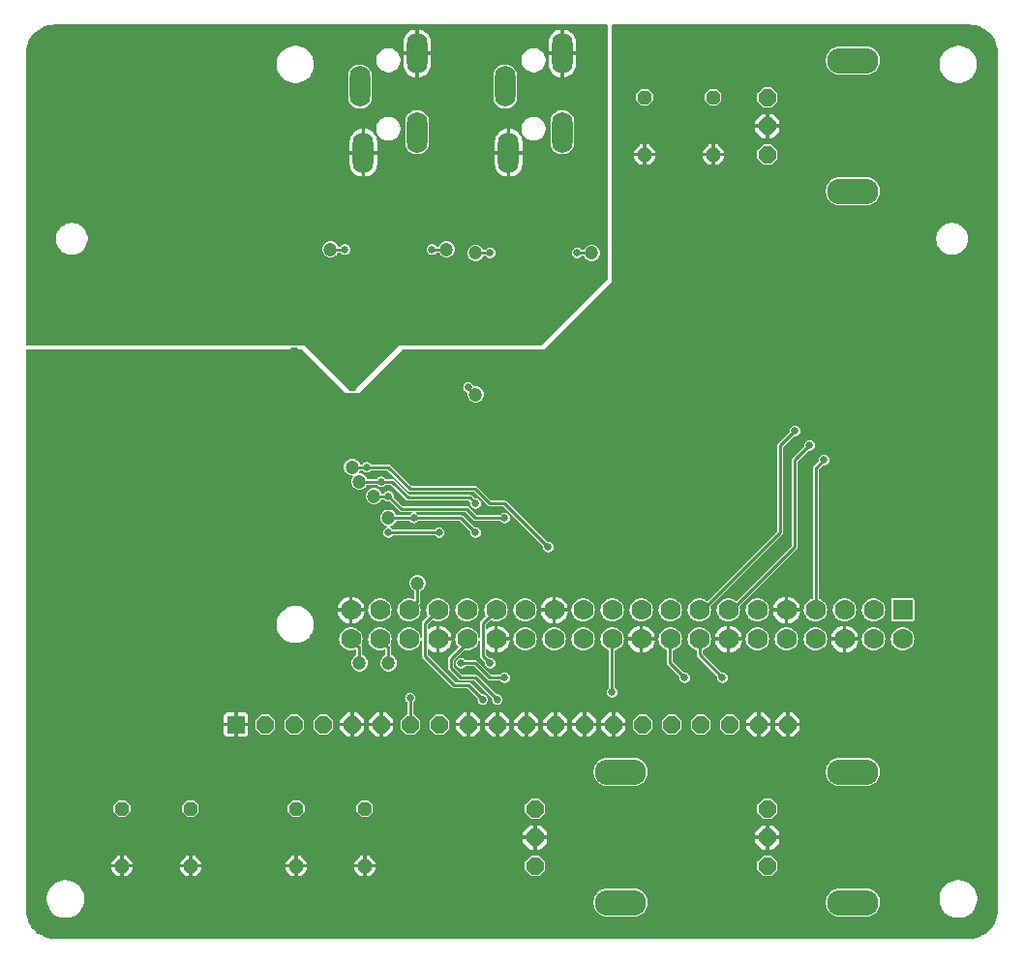
<source format=gbr>
%TF.GenerationSoftware,KiCad,Pcbnew,8.0.6*%
%TF.CreationDate,2024-12-19T22:40:04-08:00*%
%TF.ProjectId,norns-shield-210330,6e6f726e-732d-4736-9869-656c642d3231,rev?*%
%TF.SameCoordinates,Original*%
%TF.FileFunction,Copper,L1,Top*%
%TF.FilePolarity,Positive*%
%FSLAX46Y46*%
G04 Gerber Fmt 4.6, Leading zero omitted, Abs format (unit mm)*
G04 Created by KiCad (PCBNEW 8.0.6) date 2024-12-19 22:40:04*
%MOMM*%
%LPD*%
G01*
G04 APERTURE LIST*
G04 Aperture macros list*
%AMRoundRect*
0 Rectangle with rounded corners*
0 $1 Rounding radius*
0 $2 $3 $4 $5 $6 $7 $8 $9 X,Y pos of 4 corners*
0 Add a 4 corners polygon primitive as box body*
4,1,4,$2,$3,$4,$5,$6,$7,$8,$9,$2,$3,0*
0 Add four circle primitives for the rounded corners*
1,1,$1+$1,$2,$3*
1,1,$1+$1,$4,$5*
1,1,$1+$1,$6,$7*
1,1,$1+$1,$8,$9*
0 Add four rect primitives between the rounded corners*
20,1,$1+$1,$2,$3,$4,$5,0*
20,1,$1+$1,$4,$5,$6,$7,0*
20,1,$1+$1,$6,$7,$8,$9,0*
20,1,$1+$1,$8,$9,$2,$3,0*%
%AMOutline5P*
0 Free polygon, 5 corners , with rotation*
0 The origin of the aperture is its center*
0 number of corners: always 5*
0 $1 to $10 corner X, Y*
0 $11 Rotation angle, in degrees counterclockwise*
0 create outline with 5 corners*
4,1,5,$1,$2,$3,$4,$5,$6,$7,$8,$9,$10,$1,$2,$11*%
%AMOutline6P*
0 Free polygon, 6 corners , with rotation*
0 The origin of the aperture is its center*
0 number of corners: always 6*
0 $1 to $12 corner X, Y*
0 $13 Rotation angle, in degrees counterclockwise*
0 create outline with 6 corners*
4,1,6,$1,$2,$3,$4,$5,$6,$7,$8,$9,$10,$11,$12,$1,$2,$13*%
%AMOutline7P*
0 Free polygon, 7 corners , with rotation*
0 The origin of the aperture is its center*
0 number of corners: always 7*
0 $1 to $14 corner X, Y*
0 $15 Rotation angle, in degrees counterclockwise*
0 create outline with 7 corners*
4,1,7,$1,$2,$3,$4,$5,$6,$7,$8,$9,$10,$11,$12,$13,$14,$1,$2,$15*%
%AMOutline8P*
0 Free polygon, 8 corners , with rotation*
0 The origin of the aperture is its center*
0 number of corners: always 8*
0 $1 to $16 corner X, Y*
0 $17 Rotation angle, in degrees counterclockwise*
0 create outline with 8 corners*
4,1,8,$1,$2,$3,$4,$5,$6,$7,$8,$9,$10,$11,$12,$13,$14,$15,$16,$1,$2,$17*%
G04 Aperture macros list end*
%TA.AperFunction,ComponentPad*%
%ADD10C,1.778000*%
%TD*%
%TA.AperFunction,ComponentPad*%
%ADD11R,1.778000X1.778000*%
%TD*%
%TA.AperFunction,SMDPad,CuDef*%
%ADD12RoundRect,0.600000X0.000010X0.000010X-0.000010X0.000010X-0.000010X-0.000010X0.000010X-0.000010X0*%
%TD*%
%TA.AperFunction,SMDPad,CuDef*%
%ADD13RoundRect,0.600000X-0.000010X0.000010X-0.000010X-0.000010X0.000010X-0.000010X0.000010X0.000010X0*%
%TD*%
%TA.AperFunction,SMDPad,CuDef*%
%ADD14RoundRect,0.600000X-0.000010X-0.000010X0.000010X-0.000010X0.000010X0.000010X-0.000010X0.000010X0*%
%TD*%
%TA.AperFunction,SMDPad,CuDef*%
%ADD15RoundRect,0.600000X0.000010X-0.000010X0.000010X0.000010X-0.000010X0.000010X-0.000010X-0.000010X0*%
%TD*%
%TA.AperFunction,ComponentPad*%
%ADD16Outline8P,-0.604000X0.250185X-0.250185X0.604000X0.250185X0.604000X0.604000X0.250185X0.604000X-0.250185X0.250185X-0.604000X-0.250185X-0.604000X-0.604000X-0.250185X180.000000*%
%TD*%
%TA.AperFunction,ComponentPad*%
%ADD17Outline8P,-0.750000X0.310660X-0.310660X0.750000X0.310660X0.750000X0.750000X0.310660X0.750000X-0.310660X0.310660X-0.750000X-0.310660X-0.750000X-0.750000X-0.310660X0.000000*%
%TD*%
%TA.AperFunction,ComponentPad*%
%ADD18R,1.500000X1.500000*%
%TD*%
%TA.AperFunction,ComponentPad*%
%ADD19O,4.500000X2.250000*%
%TD*%
%TA.AperFunction,ComponentPad*%
%ADD20Outline8P,-0.754000X0.312317X-0.312317X0.754000X0.312317X0.754000X0.754000X0.312317X0.754000X-0.312317X0.312317X-0.754000X-0.312317X-0.754000X-0.754000X-0.312317X270.000000*%
%TD*%
%TA.AperFunction,ComponentPad*%
%ADD21O,1.800000X3.600000*%
%TD*%
%TA.AperFunction,ViaPad*%
%ADD22C,0.660400*%
%TD*%
%TA.AperFunction,ViaPad*%
%ADD23C,0.906400*%
%TD*%
%TA.AperFunction,ViaPad*%
%ADD24C,0.787400*%
%TD*%
%TA.AperFunction,Conductor*%
%ADD25C,0.254000*%
%TD*%
G04 APERTURE END LIST*
D10*
%TO.P,X1,40*%
%TO.N,SDIN*%
X134416100Y-118768600D03*
%TO.P,X1,39*%
%TO.N,GND*%
X134416100Y-116228600D03*
%TO.P,X1,38*%
%TO.N,SDOUT*%
X136956100Y-118768600D03*
%TO.P,X1,37*%
%TO.N,K2*%
X136956100Y-116228600D03*
%TO.P,X1,36*%
%TO.N,N/C*%
X139496100Y-118768600D03*
%TO.P,X1,35*%
%TO.N,LRCK*%
X139496100Y-116228600D03*
%TO.P,X1,34*%
%TO.N,GND*%
X142036100Y-118768600D03*
%TO.P,X1,33*%
%TO.N,K3*%
X142036100Y-116228600D03*
%TO.P,X1,32*%
%TO.N,A3*%
X144576100Y-118768600D03*
%TO.P,X1,31*%
%TO.N,O_RESET*%
X144576100Y-116228600D03*
%TO.P,X1,30*%
%TO.N,GND*%
X147116100Y-118768600D03*
%TO.P,X1,29*%
%TO.N,O_DC*%
X147116100Y-116228600D03*
%TO.P,X1,28*%
%TO.N,N/C*%
X149656100Y-118768600D03*
%TO.P,X1,27*%
X149656100Y-116228600D03*
%TO.P,X1,26*%
X152196100Y-118768600D03*
%TO.P,X1,25*%
%TO.N,GND*%
X152196100Y-116228600D03*
%TO.P,X1,24*%
%TO.N,CE0*%
X154736100Y-118768600D03*
%TO.P,X1,23*%
%TO.N,SCK*%
X154736100Y-116228600D03*
%TO.P,X1,22*%
%TO.N,B3*%
X157276100Y-118768600D03*
%TO.P,X1,21*%
%TO.N,N/C*%
X157276100Y-116228600D03*
%TO.P,X1,20*%
%TO.N,GND*%
X159816100Y-118768600D03*
%TO.P,X1,19*%
%TO.N,MOSI*%
X159816100Y-116228600D03*
%TO.P,X1,18*%
%TO.N,A2*%
X162356100Y-118768600D03*
%TO.P,X1,17*%
%TO.N,+3V3*%
X162356100Y-116228600D03*
%TO.P,X1,16*%
%TO.N,B2*%
X164896100Y-118768600D03*
%TO.P,X1,15*%
%TO.N,K1*%
X164896100Y-116228600D03*
%TO.P,X1,14*%
%TO.N,GND*%
X167436100Y-118768600D03*
%TO.P,X1,13*%
%TO.N,B1*%
X167436100Y-116228600D03*
%TO.P,X1,12*%
%TO.N,SCLK*%
X169976100Y-118768600D03*
%TO.P,X1,11*%
%TO.N,R-CODEC*%
X169976100Y-116228600D03*
%TO.P,X1,10*%
%TO.N,RX*%
X172516100Y-118768600D03*
%TO.P,X1,9*%
%TO.N,GND*%
X172516100Y-116228600D03*
%TO.P,X1,8*%
%TO.N,TX*%
X175056100Y-118768600D03*
%TO.P,X1,7*%
%TO.N,A1*%
X175056100Y-116228600D03*
%TO.P,X1,6*%
%TO.N,GND*%
X177596100Y-118768600D03*
%TO.P,X1,5*%
%TO.N,SCL*%
X177596100Y-116228600D03*
%TO.P,X1,4*%
%TO.N,+5V*%
X180136100Y-118768600D03*
%TO.P,X1,3*%
%TO.N,SDA*%
X180136100Y-116228600D03*
%TO.P,X1,2*%
%TO.N,+5V*%
X182676100Y-118768600D03*
D11*
%TO.P,X1,1*%
%TO.N,+3V3*%
X182676100Y-116228600D03*
%TD*%
D12*
%TO.P,/SDIN0,TP*%
%TO.N,SDIN*%
X135166100Y-120878600D03*
%TD*%
%TO.P,/LRCK0,TP*%
%TO.N,LRCK*%
X140246100Y-113893600D03*
%TD*%
%TO.P,/MCLK0,TP*%
%TO.N,MCLK*%
X145326100Y-97383600D03*
%TD*%
D13*
%TO.P,/SCLK0,TP*%
%TO.N,SCLK*%
X137706100Y-108178600D03*
%TD*%
D12*
%TO.P,/SDOUT0,TP*%
%TO.N,SDOUT*%
X137706100Y-120878600D03*
%TD*%
D14*
%TO.P,/RESET0,TP*%
%TO.N,R-CODEC*%
X134531100Y-103733600D03*
%TD*%
D15*
%TO.P,/OUTA0,TP*%
%TO.N,OUTA*%
X155486100Y-85001100D03*
%TD*%
%TO.P,/OUTB0,TP*%
%TO.N,OUTB*%
X145326100Y-85001100D03*
%TD*%
%TO.P,/INA0,TP*%
%TO.N,INA*%
X142786100Y-84683600D03*
%TD*%
%TO.P,/INB0,TP*%
%TO.N,INB*%
X132626100Y-84683600D03*
%TD*%
D13*
%TO.P,/SDA0,TP*%
%TO.N,SDA*%
X136436100Y-106273600D03*
%TD*%
%TO.P,/SCL0,TP*%
%TO.N,SCL*%
X135166100Y-105003600D03*
%TD*%
D16*
%TO.P,SW1,4*%
%TO.N,N$2*%
X160106100Y-71388600D03*
%TO.P,SW1,3*%
%TO.N,GND*%
X160106100Y-76388600D03*
%TO.P,SW1,2*%
X166106100Y-76388600D03*
%TO.P,SW1,1*%
%TO.N,N$2*%
X166106100Y-71388600D03*
%TD*%
%TO.P,SW2,4*%
%TO.N,N$3*%
X114386100Y-133618600D03*
%TO.P,SW2,3*%
%TO.N,GND*%
X114386100Y-138618600D03*
%TO.P,SW2,2*%
X120386100Y-138618600D03*
%TO.P,SW2,1*%
%TO.N,N$3*%
X120386100Y-133618600D03*
%TD*%
%TO.P,SW3,4*%
%TO.N,N$6*%
X129626100Y-133618600D03*
%TO.P,SW3,3*%
%TO.N,GND*%
X129626100Y-138618600D03*
%TO.P,SW3,2*%
X135626100Y-138618600D03*
%TO.P,SW3,1*%
%TO.N,N$6*%
X135626100Y-133618600D03*
%TD*%
D17*
%TO.P,U$1,20*%
%TO.N,GND*%
X172631100Y-126253600D03*
%TO.P,U$1,19*%
X170091100Y-126253600D03*
%TO.P,U$1,18*%
%TO.N,N/C*%
X167551100Y-126253600D03*
%TO.P,U$1,17*%
%TO.N,CE0*%
X165011100Y-126253600D03*
%TO.P,U$1,16*%
%TO.N,O_RESET*%
X162471100Y-126253600D03*
%TO.P,U$1,15*%
%TO.N,N/C*%
X159931100Y-126253600D03*
%TO.P,U$1,14*%
%TO.N,GND*%
X157391100Y-126253600D03*
%TO.P,U$1,13*%
X154851100Y-126253600D03*
%TO.P,U$1,12*%
X152311100Y-126253600D03*
%TO.P,U$1,11*%
X149771100Y-126253600D03*
%TO.P,U$1,10*%
X147231100Y-126253600D03*
%TO.P,U$1,9*%
X144691100Y-126253600D03*
%TO.P,U$1,8*%
%TO.N,MOSI*%
X142151100Y-126253600D03*
%TO.P,U$1,7*%
%TO.N,SCK*%
X139611100Y-126253600D03*
%TO.P,U$1,6*%
%TO.N,GND*%
X137071100Y-126253600D03*
%TO.P,U$1,5*%
X134531100Y-126253600D03*
%TO.P,U$1,4*%
%TO.N,O_DC*%
X131991100Y-126253600D03*
%TO.P,U$1,3*%
%TO.N,N/C*%
X129451100Y-126253600D03*
%TO.P,U$1,2*%
%TO.N,+3V3*%
X126911100Y-126253600D03*
D18*
%TO.P,U$1,1*%
%TO.N,GND*%
X124371100Y-126253600D03*
%TD*%
D19*
%TO.P,E1,P$2*%
%TO.N,N/C*%
X178346100Y-79603600D03*
%TO.P,E1,P$1*%
X178346100Y-68173600D03*
D20*
%TO.P,E1,B*%
%TO.N,N$19*%
X170846100Y-76388600D03*
%TO.P,E1,GND*%
%TO.N,GND*%
X170846100Y-73888600D03*
%TO.P,E1,A*%
%TO.N,N$18*%
X170846100Y-71388600D03*
%TD*%
D19*
%TO.P,E2,P$2*%
%TO.N,N/C*%
X178346100Y-141833600D03*
%TO.P,E2,P$1*%
X178346100Y-130403600D03*
D20*
%TO.P,E2,B*%
%TO.N,N$22*%
X170846100Y-138618600D03*
%TO.P,E2,GND*%
%TO.N,GND*%
X170846100Y-136118600D03*
%TO.P,E2,A*%
%TO.N,N$25*%
X170846100Y-133618600D03*
%TD*%
D19*
%TO.P,E3,P$2*%
%TO.N,N/C*%
X158026100Y-141833600D03*
%TO.P,E3,P$1*%
X158026100Y-130403600D03*
D20*
%TO.P,E3,B*%
%TO.N,N$27*%
X150526100Y-138618600D03*
%TO.P,E3,GND*%
%TO.N,GND*%
X150526100Y-136118600D03*
%TO.P,E3,A*%
%TO.N,N$28*%
X150526100Y-133618600D03*
%TD*%
D21*
%TO.P,J-OUT0,R*%
%TO.N,N$15*%
X147906100Y-70438600D03*
%TO.P,J-OUT0,SW*%
%TO.N,AGND*%
X148206100Y-76238600D03*
%TO.P,J-OUT0,T*%
%TO.N,N$16*%
X152906100Y-74438600D03*
%TO.P,J-OUT0,S*%
%TO.N,AGND*%
X152906100Y-67538600D03*
%TD*%
%TO.P,J-IN0,R*%
%TO.N,N$7*%
X135206100Y-70438600D03*
%TO.P,J-IN0,SW*%
%TO.N,AGND*%
X135506100Y-76238600D03*
%TO.P,J-IN0,T*%
%TO.N,N$12*%
X140206100Y-74438600D03*
%TO.P,J-IN0,S*%
%TO.N,AGND*%
X140206100Y-67538600D03*
%TD*%
D22*
%TO.N,SCK*%
X139611100Y-123926600D03*
%TO.N,O_DC*%
X146596100Y-120878600D03*
%TO.N,O_RESET*%
X147866100Y-122148600D03*
X144056100Y-120878600D03*
%TO.N,K3*%
X145961100Y-124053600D03*
%TO.N,K1*%
X173266100Y-100558600D03*
%TO.N,A3*%
X147231100Y-124053600D03*
%TO.N,B3*%
X157264100Y-123418600D03*
%TO.N,A2*%
X163614100Y-122148600D03*
%TO.N,B2*%
X166916100Y-122148600D03*
%TO.N,B1*%
X174536100Y-101828600D03*
%TO.N,A1*%
X175806100Y-103098600D03*
%TO.N,SCL*%
X145326100Y-106908600D03*
X137071100Y-105003600D03*
%TO.N,SDIN*%
X142151100Y-109448600D03*
X137706100Y-109448600D03*
%TO.N,R-CODEC*%
X151676100Y-110718600D03*
X135801100Y-103733600D03*
%TO.N,MCLK*%
X144691100Y-96748600D03*
%TO.N,OUTB*%
X146596100Y-85001100D03*
%TO.N,OUTA*%
X154216100Y-85001100D03*
D23*
%TO.N,AGND*%
X152628600Y-89763600D03*
D24*
X137706100Y-86588600D03*
X156121100Y-82778600D03*
X144691100Y-82778600D03*
X138976100Y-80873600D03*
X134848600Y-80556100D03*
X134531100Y-96748600D03*
X131356100Y-90398600D03*
X144691100Y-89128600D03*
X140881100Y-88493600D03*
D22*
%TO.N,INB*%
X133896100Y-84683600D03*
%TO.N,INA*%
X141516100Y-84683600D03*
%TO.N,SDA*%
X147866100Y-108178600D03*
X137706100Y-106273600D03*
D23*
%TO.N,GND*%
X151358600Y-94843600D03*
X157391100Y-94526100D03*
X156438600Y-89763600D03*
D22*
X183426100Y-105003600D03*
X159931100Y-81508600D03*
X174536100Y-131356100D03*
X165011100Y-131356100D03*
X154216100Y-131356100D03*
X144691100Y-131356100D03*
X175171100Y-81508600D03*
X165646100Y-81508600D03*
D24*
X142786100Y-104051100D03*
X129451100Y-93573600D03*
X136436100Y-97383600D03*
X146596100Y-97066100D03*
X139611100Y-94526100D03*
D22*
%TO.N,SCLK*%
X145326100Y-109448600D03*
X139928600Y-108178600D03*
%TD*%
D25*
%TO.N,SCK*%
X139611100Y-123926600D02*
X139611100Y-126253600D01*
%TO.N,O_DC*%
X145961100Y-117383600D02*
X147116100Y-116228600D01*
X145961100Y-120243600D02*
X145961100Y-117383600D01*
X146596100Y-120878600D02*
X145961100Y-120243600D01*
%TO.N,O_RESET*%
X146596100Y-122148600D02*
X147866100Y-122148600D01*
X145326100Y-120878600D02*
X146596100Y-122148600D01*
X144056100Y-120878600D02*
X145326100Y-120878600D01*
%TO.N,K3*%
X140881100Y-117383600D02*
X142036100Y-116228600D01*
X140881100Y-120243600D02*
X140881100Y-117383600D01*
X143421100Y-122783600D02*
X140881100Y-120243600D01*
X144691100Y-122783600D02*
X143421100Y-122783600D01*
X145961100Y-124053600D02*
X144691100Y-122783600D01*
%TO.N,K1*%
X171996100Y-101828600D02*
X173266100Y-100558600D01*
X171996100Y-109448600D02*
X171996100Y-101828600D01*
X165216100Y-116228600D02*
X171996100Y-109448600D01*
X164896100Y-116228600D02*
X165216100Y-116228600D01*
%TO.N,A3*%
X145326100Y-122148600D02*
X147231100Y-124053600D01*
X144056100Y-122148600D02*
X145326100Y-122148600D01*
X143167100Y-121259600D02*
X144056100Y-122148600D01*
X143167100Y-120497600D02*
X143167100Y-121259600D01*
X144576100Y-119088600D02*
X143167100Y-120497600D01*
X144576100Y-118768600D02*
X144576100Y-119088600D01*
%TO.N,B3*%
X157264100Y-118780600D02*
X157276100Y-118768600D01*
X157264100Y-123418600D02*
X157264100Y-118780600D01*
%TO.N,A2*%
X162344100Y-118780600D02*
X162356100Y-118768600D01*
X162344100Y-120878600D02*
X162344100Y-118780600D01*
X163614100Y-122148600D02*
X162344100Y-120878600D01*
%TO.N,B2*%
X164896100Y-118768600D02*
X164896100Y-120128600D01*
X166916100Y-122148600D02*
X164896100Y-120128600D01*
%TO.N,B1*%
X173266100Y-103098600D02*
X174536100Y-101828600D01*
X173266100Y-110718600D02*
X173266100Y-103098600D01*
X167756100Y-116228600D02*
X173266100Y-110718600D01*
X167436100Y-116228600D02*
X167756100Y-116228600D01*
%TO.N,A1*%
X175056100Y-103848600D02*
X175806100Y-103098600D01*
X175056100Y-116228600D02*
X175056100Y-103848600D01*
%TO.N,SCL*%
X135166100Y-105003600D02*
X137071100Y-105003600D01*
X144849850Y-106432350D02*
X145326100Y-106908600D01*
X139452350Y-106432350D02*
X144849850Y-106432350D01*
X138023600Y-105003600D02*
X139452350Y-106432350D01*
X137071100Y-105003600D02*
X138023600Y-105003600D01*
%TO.N,SDIN*%
X135166100Y-119518600D02*
X134416100Y-118768600D01*
X135166100Y-120878600D02*
X135166100Y-119518600D01*
X137706100Y-109448600D02*
X142151100Y-109448600D01*
%TO.N,SDOUT*%
X137706100Y-119518600D02*
X136956100Y-118768600D01*
X137706100Y-120878600D02*
X137706100Y-119518600D01*
%TO.N,R-CODEC*%
X134531100Y-103733600D02*
X135801100Y-103733600D01*
X147866100Y-106908600D02*
X151676100Y-110718600D01*
X146596100Y-106908600D02*
X147866100Y-106908600D01*
X145326100Y-105638600D02*
X146596100Y-106908600D01*
X139611100Y-105638600D02*
X145326100Y-105638600D01*
X137706100Y-103733600D02*
X139611100Y-105638600D01*
X135801100Y-103733600D02*
X137706100Y-103733600D01*
%TO.N,MCLK*%
X145326100Y-97383600D02*
X144691100Y-96748600D01*
%TO.N,OUTB*%
X146596100Y-85001100D02*
X145326100Y-85001100D01*
%TO.N,OUTA*%
X154216100Y-85001100D02*
X155486100Y-85001100D01*
%TO.N,INB*%
X133896100Y-84683600D02*
X132626100Y-84683600D01*
%TO.N,INA*%
X141516100Y-84683600D02*
X142786100Y-84683600D01*
%TO.N,SDA*%
X136436100Y-106273600D02*
X137706100Y-106273600D01*
X147866100Y-108178600D02*
X145326100Y-108178600D01*
X144532350Y-107384850D02*
X145326100Y-108178600D01*
X138817350Y-107384850D02*
X144532350Y-107384850D01*
X137706100Y-106273600D02*
X138817350Y-107384850D01*
%TO.N,SCLK*%
X137706100Y-108178600D02*
X139928600Y-108178600D01*
X144056100Y-108178600D02*
X145326100Y-109448600D01*
X139928600Y-108178600D02*
X144056100Y-108178600D01*
%TO.N,LRCK*%
X140246100Y-115478600D02*
X139496100Y-116228600D01*
X140246100Y-113893600D02*
X140246100Y-115478600D01*
%TD*%
%TA.AperFunction,Conductor*%
%TO.N,GND*%
G36*
X188507984Y-65024213D02*
G01*
X188805430Y-65042206D01*
X188812897Y-65043113D01*
X189104139Y-65096485D01*
X189111466Y-65098291D01*
X189394141Y-65186376D01*
X189401197Y-65189051D01*
X189671208Y-65310573D01*
X189677883Y-65314078D01*
X189891117Y-65442982D01*
X189931262Y-65467250D01*
X189937465Y-65471531D01*
X190115612Y-65611100D01*
X190170548Y-65654140D01*
X190176197Y-65659145D01*
X190385554Y-65868502D01*
X190390559Y-65874151D01*
X190573166Y-66107230D01*
X190577449Y-66113437D01*
X190730621Y-66366816D01*
X190734129Y-66373498D01*
X190855647Y-66643501D01*
X190858323Y-66650558D01*
X190946408Y-66933233D01*
X190948214Y-66940561D01*
X191001584Y-67231790D01*
X191002494Y-67239282D01*
X191020486Y-67536715D01*
X191020600Y-67540489D01*
X191020600Y-142466710D01*
X191020486Y-142470484D01*
X191002494Y-142767917D01*
X191001584Y-142775409D01*
X190948214Y-143066638D01*
X190946408Y-143073966D01*
X190858323Y-143356641D01*
X190855647Y-143363698D01*
X190734129Y-143633701D01*
X190730621Y-143640383D01*
X190577449Y-143893762D01*
X190573162Y-143899974D01*
X190390559Y-144133048D01*
X190385554Y-144138697D01*
X190176197Y-144348054D01*
X190170548Y-144353059D01*
X189937474Y-144535662D01*
X189931262Y-144539949D01*
X189677883Y-144693121D01*
X189671201Y-144696629D01*
X189401198Y-144818147D01*
X189394141Y-144820823D01*
X189111466Y-144908908D01*
X189104138Y-144910714D01*
X188812909Y-144964084D01*
X188805417Y-144964994D01*
X188507985Y-144982986D01*
X188504211Y-144983100D01*
X108497989Y-144983100D01*
X108494215Y-144982986D01*
X108196782Y-144964994D01*
X108189290Y-144964084D01*
X107898061Y-144910714D01*
X107890733Y-144908908D01*
X107608058Y-144820823D01*
X107601001Y-144818147D01*
X107330998Y-144696629D01*
X107324316Y-144693121D01*
X107070937Y-144539949D01*
X107064730Y-144535666D01*
X106894092Y-144401979D01*
X106831651Y-144353059D01*
X106826002Y-144348054D01*
X106616645Y-144138697D01*
X106611640Y-144133048D01*
X106472555Y-143955520D01*
X106429031Y-143899965D01*
X106424750Y-143893762D01*
X106271578Y-143640383D01*
X106268073Y-143633708D01*
X106146551Y-143363697D01*
X106143876Y-143356641D01*
X106055791Y-143073966D01*
X106053985Y-143066638D01*
X106050144Y-143045677D01*
X106000613Y-142775397D01*
X105999706Y-142767930D01*
X105981714Y-142470484D01*
X105981600Y-142466710D01*
X105981600Y-141386201D01*
X107798100Y-141386201D01*
X107798100Y-141645998D01*
X107838741Y-141902598D01*
X107919021Y-142149673D01*
X107919022Y-142149675D01*
X108002950Y-142314391D01*
X108036966Y-142381151D01*
X108189669Y-142591329D01*
X108189672Y-142591332D01*
X108189675Y-142591336D01*
X108373363Y-142775024D01*
X108373366Y-142775026D01*
X108373371Y-142775031D01*
X108583549Y-142927734D01*
X108815028Y-143045679D01*
X109062107Y-143125960D01*
X109318703Y-143166600D01*
X109318705Y-143166600D01*
X109578495Y-143166600D01*
X109578497Y-143166600D01*
X109835093Y-143125960D01*
X110082172Y-143045679D01*
X110313651Y-142927734D01*
X110523829Y-142775031D01*
X110707531Y-142591329D01*
X110860234Y-142381151D01*
X110978179Y-142149672D01*
X111058460Y-141902593D01*
X111084999Y-141735028D01*
X155648600Y-141735028D01*
X155648600Y-141932171D01*
X155648601Y-141932187D01*
X155679440Y-142126891D01*
X155679440Y-142126892D01*
X155679441Y-142126894D01*
X155740363Y-142314393D01*
X155829866Y-142490053D01*
X155945746Y-142649549D01*
X155945749Y-142649552D01*
X155945752Y-142649556D01*
X156085143Y-142788947D01*
X156085146Y-142788949D01*
X156085151Y-142788954D01*
X156244647Y-142904834D01*
X156420307Y-142994337D01*
X156607806Y-143055259D01*
X156679649Y-143066638D01*
X156802512Y-143086098D01*
X156802518Y-143086098D01*
X156802526Y-143086100D01*
X156802528Y-143086100D01*
X159249672Y-143086100D01*
X159249674Y-143086100D01*
X159444394Y-143055259D01*
X159631893Y-142994337D01*
X159807553Y-142904834D01*
X159967049Y-142788954D01*
X160106454Y-142649549D01*
X160222334Y-142490053D01*
X160311837Y-142314393D01*
X160372759Y-142126894D01*
X160403600Y-141932174D01*
X160403600Y-141735028D01*
X175968600Y-141735028D01*
X175968600Y-141932171D01*
X175968601Y-141932187D01*
X175999440Y-142126891D01*
X175999440Y-142126892D01*
X175999441Y-142126894D01*
X176060363Y-142314393D01*
X176149866Y-142490053D01*
X176265746Y-142649549D01*
X176265749Y-142649552D01*
X176265752Y-142649556D01*
X176405143Y-142788947D01*
X176405146Y-142788949D01*
X176405151Y-142788954D01*
X176564647Y-142904834D01*
X176740307Y-142994337D01*
X176927806Y-143055259D01*
X176999649Y-143066638D01*
X177122512Y-143086098D01*
X177122518Y-143086098D01*
X177122526Y-143086100D01*
X177122528Y-143086100D01*
X179569672Y-143086100D01*
X179569674Y-143086100D01*
X179764394Y-143055259D01*
X179951893Y-142994337D01*
X180127553Y-142904834D01*
X180287049Y-142788954D01*
X180426454Y-142649549D01*
X180542334Y-142490053D01*
X180631837Y-142314393D01*
X180692759Y-142126894D01*
X180723600Y-141932174D01*
X180723600Y-141735026D01*
X180692759Y-141540306D01*
X180642687Y-141386201D01*
X185903100Y-141386201D01*
X185903100Y-141645998D01*
X185943741Y-141902598D01*
X186024021Y-142149673D01*
X186024022Y-142149675D01*
X186107950Y-142314391D01*
X186141966Y-142381151D01*
X186294669Y-142591329D01*
X186294672Y-142591332D01*
X186294675Y-142591336D01*
X186478363Y-142775024D01*
X186478366Y-142775026D01*
X186478371Y-142775031D01*
X186688549Y-142927734D01*
X186920028Y-143045679D01*
X187167107Y-143125960D01*
X187423703Y-143166600D01*
X187423705Y-143166600D01*
X187683495Y-143166600D01*
X187683497Y-143166600D01*
X187940093Y-143125960D01*
X188187172Y-143045679D01*
X188418651Y-142927734D01*
X188628829Y-142775031D01*
X188812531Y-142591329D01*
X188965234Y-142381151D01*
X189083179Y-142149672D01*
X189163460Y-141902593D01*
X189204100Y-141645997D01*
X189204100Y-141386203D01*
X189163460Y-141129607D01*
X189083179Y-140882528D01*
X188965234Y-140651049D01*
X188812531Y-140440871D01*
X188812526Y-140440866D01*
X188812524Y-140440863D01*
X188628836Y-140257175D01*
X188628832Y-140257172D01*
X188628829Y-140257169D01*
X188418651Y-140104466D01*
X188187175Y-139986522D01*
X188187173Y-139986521D01*
X187940098Y-139906241D01*
X187940094Y-139906240D01*
X187940093Y-139906240D01*
X187794394Y-139883164D01*
X187683498Y-139865600D01*
X187683497Y-139865600D01*
X187423703Y-139865600D01*
X187423701Y-139865600D01*
X187167101Y-139906241D01*
X186920026Y-139986521D01*
X186920024Y-139986522D01*
X186688548Y-140104466D01*
X186478363Y-140257175D01*
X186294675Y-140440863D01*
X186141966Y-140651048D01*
X186024022Y-140882524D01*
X186024021Y-140882526D01*
X185943741Y-141129601D01*
X185903100Y-141386201D01*
X180642687Y-141386201D01*
X180631837Y-141352807D01*
X180542334Y-141177147D01*
X180426454Y-141017651D01*
X180426449Y-141017646D01*
X180426447Y-141017643D01*
X180287056Y-140878252D01*
X180287052Y-140878249D01*
X180287049Y-140878246D01*
X180127553Y-140762366D01*
X179951893Y-140672863D01*
X179951891Y-140672862D01*
X179764392Y-140611940D01*
X179569687Y-140581101D01*
X179569675Y-140581100D01*
X179569674Y-140581100D01*
X177122526Y-140581100D01*
X177122524Y-140581100D01*
X177122512Y-140581101D01*
X176927808Y-140611940D01*
X176927807Y-140611940D01*
X176740308Y-140672862D01*
X176740300Y-140672866D01*
X176570361Y-140759454D01*
X176564647Y-140762366D01*
X176405151Y-140878246D01*
X176405143Y-140878252D01*
X176265752Y-141017643D01*
X176149865Y-141177149D01*
X176060366Y-141352800D01*
X176060362Y-141352808D01*
X175999440Y-141540307D01*
X175999440Y-141540308D01*
X175968601Y-141735012D01*
X175968600Y-141735028D01*
X160403600Y-141735028D01*
X160403600Y-141735026D01*
X160372759Y-141540306D01*
X160311837Y-141352807D01*
X160222334Y-141177147D01*
X160106454Y-141017651D01*
X160106449Y-141017646D01*
X160106447Y-141017643D01*
X159967056Y-140878252D01*
X159967052Y-140878249D01*
X159967049Y-140878246D01*
X159807553Y-140762366D01*
X159631893Y-140672863D01*
X159631891Y-140672862D01*
X159444392Y-140611940D01*
X159249687Y-140581101D01*
X159249675Y-140581100D01*
X159249674Y-140581100D01*
X156802526Y-140581100D01*
X156802524Y-140581100D01*
X156802512Y-140581101D01*
X156607808Y-140611940D01*
X156607807Y-140611940D01*
X156420308Y-140672862D01*
X156420300Y-140672866D01*
X156250361Y-140759454D01*
X156244647Y-140762366D01*
X156085151Y-140878246D01*
X156085143Y-140878252D01*
X155945752Y-141017643D01*
X155829865Y-141177149D01*
X155740366Y-141352800D01*
X155740362Y-141352808D01*
X155679440Y-141540307D01*
X155679440Y-141540308D01*
X155648601Y-141735012D01*
X155648600Y-141735028D01*
X111084999Y-141735028D01*
X111099100Y-141645997D01*
X111099100Y-141386203D01*
X111058460Y-141129607D01*
X110978179Y-140882528D01*
X110860234Y-140651049D01*
X110707531Y-140440871D01*
X110707526Y-140440866D01*
X110707524Y-140440863D01*
X110523836Y-140257175D01*
X110523832Y-140257172D01*
X110523829Y-140257169D01*
X110313651Y-140104466D01*
X110082175Y-139986522D01*
X110082173Y-139986521D01*
X109835098Y-139906241D01*
X109835094Y-139906240D01*
X109835093Y-139906240D01*
X109689394Y-139883164D01*
X109578498Y-139865600D01*
X109578497Y-139865600D01*
X109318703Y-139865600D01*
X109318701Y-139865600D01*
X109062101Y-139906241D01*
X108815026Y-139986521D01*
X108815024Y-139986522D01*
X108583548Y-140104466D01*
X108373363Y-140257175D01*
X108189675Y-140440863D01*
X108036966Y-140651048D01*
X107919022Y-140882524D01*
X107919021Y-140882526D01*
X107838741Y-141129601D01*
X107798100Y-141386201D01*
X105981600Y-141386201D01*
X105981600Y-138317937D01*
X113478100Y-138317937D01*
X113478100Y-138466600D01*
X114069712Y-138466600D01*
X114059952Y-138483505D01*
X114036100Y-138572522D01*
X114036100Y-138664678D01*
X114059952Y-138753695D01*
X114069712Y-138770600D01*
X113478100Y-138770600D01*
X113478100Y-138919257D01*
X113478101Y-138919279D01*
X113479493Y-138932616D01*
X113479495Y-138932623D01*
X113522984Y-139037616D01*
X113522989Y-139037623D01*
X113531442Y-139048046D01*
X113531451Y-139048056D01*
X113956642Y-139473246D01*
X113956654Y-139473257D01*
X113967077Y-139481712D01*
X114072083Y-139525207D01*
X114085437Y-139526600D01*
X114234100Y-139526600D01*
X114234100Y-138934987D01*
X114251005Y-138944748D01*
X114340022Y-138968600D01*
X114432178Y-138968600D01*
X114521195Y-138944748D01*
X114538100Y-138934987D01*
X114538100Y-139526600D01*
X114686758Y-139526600D01*
X114686779Y-139526598D01*
X114700116Y-139525206D01*
X114700123Y-139525204D01*
X114805116Y-139481715D01*
X114805123Y-139481710D01*
X114815546Y-139473257D01*
X114815556Y-139473248D01*
X115240746Y-139048057D01*
X115240757Y-139048045D01*
X115249212Y-139037622D01*
X115292707Y-138932616D01*
X115294100Y-138919262D01*
X115294100Y-138770600D01*
X114702488Y-138770600D01*
X114712248Y-138753695D01*
X114736100Y-138664678D01*
X114736100Y-138572522D01*
X114712248Y-138483505D01*
X114702488Y-138466600D01*
X115294100Y-138466600D01*
X115294100Y-138317942D01*
X115294100Y-138317937D01*
X119478100Y-138317937D01*
X119478100Y-138466600D01*
X120069712Y-138466600D01*
X120059952Y-138483505D01*
X120036100Y-138572522D01*
X120036100Y-138664678D01*
X120059952Y-138753695D01*
X120069712Y-138770600D01*
X119478100Y-138770600D01*
X119478100Y-138919257D01*
X119478101Y-138919279D01*
X119479493Y-138932616D01*
X119479495Y-138932623D01*
X119522984Y-139037616D01*
X119522989Y-139037623D01*
X119531442Y-139048046D01*
X119531451Y-139048056D01*
X119956642Y-139473246D01*
X119956654Y-139473257D01*
X119967077Y-139481712D01*
X120072083Y-139525207D01*
X120085437Y-139526600D01*
X120234100Y-139526600D01*
X120234100Y-138934987D01*
X120251005Y-138944748D01*
X120340022Y-138968600D01*
X120432178Y-138968600D01*
X120521195Y-138944748D01*
X120538100Y-138934987D01*
X120538100Y-139526600D01*
X120686758Y-139526600D01*
X120686779Y-139526598D01*
X120700116Y-139525206D01*
X120700123Y-139525204D01*
X120805116Y-139481715D01*
X120805123Y-139481710D01*
X120815546Y-139473257D01*
X120815556Y-139473248D01*
X121240746Y-139048057D01*
X121240757Y-139048045D01*
X121249212Y-139037622D01*
X121292707Y-138932616D01*
X121294100Y-138919262D01*
X121294100Y-138770600D01*
X120702488Y-138770600D01*
X120712248Y-138753695D01*
X120736100Y-138664678D01*
X120736100Y-138572522D01*
X120712248Y-138483505D01*
X120702488Y-138466600D01*
X121294100Y-138466600D01*
X121294100Y-138317942D01*
X121294100Y-138317937D01*
X128718100Y-138317937D01*
X128718100Y-138466600D01*
X129309712Y-138466600D01*
X129299952Y-138483505D01*
X129276100Y-138572522D01*
X129276100Y-138664678D01*
X129299952Y-138753695D01*
X129309712Y-138770600D01*
X128718100Y-138770600D01*
X128718100Y-138919257D01*
X128718101Y-138919279D01*
X128719493Y-138932616D01*
X128719495Y-138932623D01*
X128762984Y-139037616D01*
X128762989Y-139037623D01*
X128771442Y-139048046D01*
X128771451Y-139048056D01*
X129196642Y-139473246D01*
X129196654Y-139473257D01*
X129207077Y-139481712D01*
X129312083Y-139525207D01*
X129325437Y-139526600D01*
X129474100Y-139526600D01*
X129474100Y-138934987D01*
X129491005Y-138944748D01*
X129580022Y-138968600D01*
X129672178Y-138968600D01*
X129761195Y-138944748D01*
X129778100Y-138934987D01*
X129778100Y-139526600D01*
X129926758Y-139526600D01*
X129926779Y-139526598D01*
X129940116Y-139525206D01*
X129940123Y-139525204D01*
X130045116Y-139481715D01*
X130045123Y-139481710D01*
X130055546Y-139473257D01*
X130055556Y-139473248D01*
X130480746Y-139048057D01*
X130480757Y-139048045D01*
X130489212Y-139037622D01*
X130532707Y-138932616D01*
X130534100Y-138919262D01*
X130534100Y-138770600D01*
X129942488Y-138770600D01*
X129952248Y-138753695D01*
X129976100Y-138664678D01*
X129976100Y-138572522D01*
X129952248Y-138483505D01*
X129942488Y-138466600D01*
X130534100Y-138466600D01*
X130534100Y-138317942D01*
X130534100Y-138317937D01*
X134718100Y-138317937D01*
X134718100Y-138466600D01*
X135309712Y-138466600D01*
X135299952Y-138483505D01*
X135276100Y-138572522D01*
X135276100Y-138664678D01*
X135299952Y-138753695D01*
X135309712Y-138770600D01*
X134718100Y-138770600D01*
X134718100Y-138919257D01*
X134718101Y-138919279D01*
X134719493Y-138932616D01*
X134719495Y-138932623D01*
X134762984Y-139037616D01*
X134762989Y-139037623D01*
X134771442Y-139048046D01*
X134771451Y-139048056D01*
X135196642Y-139473246D01*
X135196654Y-139473257D01*
X135207077Y-139481712D01*
X135312083Y-139525207D01*
X135325437Y-139526600D01*
X135474100Y-139526600D01*
X135474100Y-138934987D01*
X135491005Y-138944748D01*
X135580022Y-138968600D01*
X135672178Y-138968600D01*
X135761195Y-138944748D01*
X135778100Y-138934987D01*
X135778100Y-139526600D01*
X135926758Y-139526600D01*
X135926779Y-139526598D01*
X135940116Y-139525206D01*
X135940123Y-139525204D01*
X136045116Y-139481715D01*
X136045123Y-139481710D01*
X136055546Y-139473257D01*
X136055556Y-139473248D01*
X136480746Y-139048057D01*
X136480757Y-139048045D01*
X136489212Y-139037622D01*
X136532707Y-138932616D01*
X136534100Y-138919262D01*
X136534100Y-138770600D01*
X135942488Y-138770600D01*
X135952248Y-138753695D01*
X135976100Y-138664678D01*
X135976100Y-138572522D01*
X135952248Y-138483505D01*
X135942488Y-138466600D01*
X136534100Y-138466600D01*
X136534100Y-138317942D01*
X136534098Y-138317920D01*
X136532706Y-138304583D01*
X136532704Y-138304576D01*
X136528209Y-138293725D01*
X149644600Y-138293725D01*
X149644600Y-138943471D01*
X149651997Y-138980663D01*
X149651997Y-138980664D01*
X149651998Y-138980665D01*
X149673066Y-139012195D01*
X150132507Y-139471636D01*
X150164035Y-139492702D01*
X150201225Y-139500100D01*
X150201226Y-139500100D01*
X150850970Y-139500100D01*
X150850971Y-139500100D01*
X150888165Y-139492702D01*
X150919695Y-139471634D01*
X151379136Y-139012193D01*
X151400202Y-138980665D01*
X151407600Y-138943475D01*
X151407600Y-138293729D01*
X151407599Y-138293725D01*
X169964600Y-138293725D01*
X169964600Y-138943471D01*
X169971997Y-138980663D01*
X169971997Y-138980664D01*
X169971998Y-138980665D01*
X169993066Y-139012195D01*
X170452507Y-139471636D01*
X170484035Y-139492702D01*
X170521225Y-139500100D01*
X170521226Y-139500100D01*
X171170970Y-139500100D01*
X171170971Y-139500100D01*
X171208165Y-139492702D01*
X171239695Y-139471634D01*
X171699136Y-139012193D01*
X171720202Y-138980665D01*
X171727600Y-138943475D01*
X171727600Y-138293729D01*
X171720202Y-138256535D01*
X171699134Y-138225005D01*
X171239693Y-137765564D01*
X171237265Y-137763942D01*
X171208165Y-137744498D01*
X171208160Y-137744497D01*
X171170975Y-137737100D01*
X170521229Y-137737100D01*
X170521228Y-137737100D01*
X170484036Y-137744497D01*
X170484031Y-137744500D01*
X170452508Y-137765563D01*
X170452503Y-137765567D01*
X169993063Y-138225007D01*
X169971998Y-138256533D01*
X169971998Y-138256534D01*
X169964600Y-138293725D01*
X151407599Y-138293725D01*
X151400202Y-138256535D01*
X151379134Y-138225005D01*
X150919693Y-137765564D01*
X150917265Y-137763942D01*
X150888165Y-137744498D01*
X150888160Y-137744497D01*
X150850975Y-137737100D01*
X150201229Y-137737100D01*
X150201228Y-137737100D01*
X150164036Y-137744497D01*
X150164031Y-137744500D01*
X150132508Y-137765563D01*
X150132503Y-137765567D01*
X149673063Y-138225007D01*
X149651998Y-138256533D01*
X149651998Y-138256534D01*
X149644600Y-138293725D01*
X136528209Y-138293725D01*
X136489215Y-138199583D01*
X136489210Y-138199576D01*
X136480757Y-138189153D01*
X136480748Y-138189143D01*
X136055557Y-137763953D01*
X136055545Y-137763942D01*
X136045122Y-137755487D01*
X135940116Y-137711992D01*
X135926763Y-137710600D01*
X135778100Y-137710600D01*
X135778100Y-138302212D01*
X135761195Y-138292452D01*
X135672178Y-138268600D01*
X135580022Y-138268600D01*
X135491005Y-138292452D01*
X135474100Y-138302212D01*
X135474100Y-137710600D01*
X135325442Y-137710600D01*
X135325420Y-137710601D01*
X135312083Y-137711993D01*
X135312076Y-137711995D01*
X135207083Y-137755484D01*
X135207076Y-137755489D01*
X135196653Y-137763942D01*
X135196643Y-137763951D01*
X134771453Y-138189142D01*
X134771442Y-138189154D01*
X134762987Y-138199577D01*
X134719492Y-138304583D01*
X134718100Y-138317937D01*
X130534100Y-138317937D01*
X130534098Y-138317920D01*
X130532706Y-138304583D01*
X130532704Y-138304576D01*
X130489215Y-138199583D01*
X130489210Y-138199576D01*
X130480757Y-138189153D01*
X130480748Y-138189143D01*
X130055557Y-137763953D01*
X130055545Y-137763942D01*
X130045122Y-137755487D01*
X129940116Y-137711992D01*
X129926763Y-137710600D01*
X129778100Y-137710600D01*
X129778100Y-138302212D01*
X129761195Y-138292452D01*
X129672178Y-138268600D01*
X129580022Y-138268600D01*
X129491005Y-138292452D01*
X129474100Y-138302212D01*
X129474100Y-137710600D01*
X129325442Y-137710600D01*
X129325420Y-137710601D01*
X129312083Y-137711993D01*
X129312076Y-137711995D01*
X129207083Y-137755484D01*
X129207076Y-137755489D01*
X129196653Y-137763942D01*
X129196643Y-137763951D01*
X128771453Y-138189142D01*
X128771442Y-138189154D01*
X128762987Y-138199577D01*
X128719492Y-138304583D01*
X128718100Y-138317937D01*
X121294100Y-138317937D01*
X121294098Y-138317920D01*
X121292706Y-138304583D01*
X121292704Y-138304576D01*
X121249215Y-138199583D01*
X121249210Y-138199576D01*
X121240757Y-138189153D01*
X121240748Y-138189143D01*
X120815557Y-137763953D01*
X120815545Y-137763942D01*
X120805122Y-137755487D01*
X120700116Y-137711992D01*
X120686763Y-137710600D01*
X120538100Y-137710600D01*
X120538100Y-138302212D01*
X120521195Y-138292452D01*
X120432178Y-138268600D01*
X120340022Y-138268600D01*
X120251005Y-138292452D01*
X120234100Y-138302212D01*
X120234100Y-137710600D01*
X120085442Y-137710600D01*
X120085420Y-137710601D01*
X120072083Y-137711993D01*
X120072076Y-137711995D01*
X119967083Y-137755484D01*
X119967076Y-137755489D01*
X119956653Y-137763942D01*
X119956643Y-137763951D01*
X119531453Y-138189142D01*
X119531442Y-138189154D01*
X119522987Y-138199577D01*
X119479492Y-138304583D01*
X119478100Y-138317937D01*
X115294100Y-138317937D01*
X115294098Y-138317920D01*
X115292706Y-138304583D01*
X115292704Y-138304576D01*
X115249215Y-138199583D01*
X115249210Y-138199576D01*
X115240757Y-138189153D01*
X115240748Y-138189143D01*
X114815557Y-137763953D01*
X114815545Y-137763942D01*
X114805122Y-137755487D01*
X114700116Y-137711992D01*
X114686763Y-137710600D01*
X114538100Y-137710600D01*
X114538100Y-138302212D01*
X114521195Y-138292452D01*
X114432178Y-138268600D01*
X114340022Y-138268600D01*
X114251005Y-138292452D01*
X114234100Y-138302212D01*
X114234100Y-137710600D01*
X114085442Y-137710600D01*
X114085420Y-137710601D01*
X114072083Y-137711993D01*
X114072076Y-137711995D01*
X113967083Y-137755484D01*
X113967076Y-137755489D01*
X113956653Y-137763942D01*
X113956643Y-137763951D01*
X113531453Y-138189142D01*
X113531442Y-138189154D01*
X113522987Y-138199577D01*
X113479492Y-138304583D01*
X113478100Y-138317937D01*
X105981600Y-138317937D01*
X105981600Y-135755813D01*
X149468100Y-135755813D01*
X149468100Y-135966600D01*
X150049191Y-135966600D01*
X150026100Y-136052774D01*
X150026100Y-136184426D01*
X150049191Y-136270600D01*
X149468100Y-136270600D01*
X149468100Y-136481389D01*
X149468101Y-136481411D01*
X149469493Y-136494748D01*
X149469495Y-136494755D01*
X149512984Y-136599748D01*
X149512989Y-136599755D01*
X149521442Y-136610178D01*
X149521451Y-136610188D01*
X150034504Y-137123242D01*
X150034516Y-137123253D01*
X150044945Y-137131713D01*
X150149951Y-137175206D01*
X150149948Y-137175206D01*
X150163313Y-137176600D01*
X150374100Y-137176600D01*
X150374100Y-136595509D01*
X150460274Y-136618600D01*
X150591926Y-136618600D01*
X150678100Y-136595509D01*
X150678100Y-137176600D01*
X150888890Y-137176600D01*
X150888911Y-137176598D01*
X150902248Y-137175206D01*
X150902255Y-137175204D01*
X151007248Y-137131715D01*
X151007255Y-137131710D01*
X151017678Y-137123257D01*
X151017688Y-137123248D01*
X151530742Y-136610195D01*
X151530753Y-136610183D01*
X151539213Y-136599754D01*
X151582706Y-136494749D01*
X151584100Y-136481386D01*
X151584100Y-136270600D01*
X151003009Y-136270600D01*
X151026100Y-136184426D01*
X151026100Y-136052774D01*
X151003009Y-135966600D01*
X151584100Y-135966600D01*
X151584100Y-135755813D01*
X169788100Y-135755813D01*
X169788100Y-135966600D01*
X170369191Y-135966600D01*
X170346100Y-136052774D01*
X170346100Y-136184426D01*
X170369191Y-136270600D01*
X169788100Y-136270600D01*
X169788100Y-136481389D01*
X169788101Y-136481411D01*
X169789493Y-136494748D01*
X169789495Y-136494755D01*
X169832984Y-136599748D01*
X169832989Y-136599755D01*
X169841442Y-136610178D01*
X169841451Y-136610188D01*
X170354504Y-137123242D01*
X170354516Y-137123253D01*
X170364945Y-137131713D01*
X170469951Y-137175206D01*
X170469948Y-137175206D01*
X170483313Y-137176600D01*
X170694100Y-137176600D01*
X170694100Y-136595509D01*
X170780274Y-136618600D01*
X170911926Y-136618600D01*
X170998100Y-136595509D01*
X170998100Y-137176600D01*
X171208890Y-137176600D01*
X171208911Y-137176598D01*
X171222248Y-137175206D01*
X171222255Y-137175204D01*
X171327248Y-137131715D01*
X171327255Y-137131710D01*
X171337678Y-137123257D01*
X171337688Y-137123248D01*
X171850742Y-136610195D01*
X171850753Y-136610183D01*
X171859213Y-136599754D01*
X171902706Y-136494749D01*
X171904100Y-136481386D01*
X171904100Y-136270600D01*
X171323009Y-136270600D01*
X171346100Y-136184426D01*
X171346100Y-136052774D01*
X171323009Y-135966600D01*
X171904100Y-135966600D01*
X171904100Y-135755810D01*
X171904098Y-135755788D01*
X171902706Y-135742451D01*
X171902704Y-135742444D01*
X171859215Y-135637451D01*
X171859210Y-135637444D01*
X171850757Y-135627021D01*
X171850748Y-135627011D01*
X171337695Y-135113957D01*
X171337683Y-135113946D01*
X171327254Y-135105486D01*
X171222248Y-135061993D01*
X171222251Y-135061993D01*
X171208887Y-135060600D01*
X170998100Y-135060600D01*
X170998100Y-135641690D01*
X170911926Y-135618600D01*
X170780274Y-135618600D01*
X170694100Y-135641690D01*
X170694100Y-135060600D01*
X170483310Y-135060600D01*
X170483288Y-135060601D01*
X170469951Y-135061993D01*
X170469944Y-135061995D01*
X170364951Y-135105484D01*
X170364944Y-135105489D01*
X170354521Y-135113942D01*
X170354511Y-135113951D01*
X169841457Y-135627004D01*
X169841446Y-135627016D01*
X169832986Y-135637445D01*
X169789493Y-135742450D01*
X169788100Y-135755813D01*
X151584100Y-135755813D01*
X151584100Y-135755810D01*
X151584098Y-135755788D01*
X151582706Y-135742451D01*
X151582704Y-135742444D01*
X151539215Y-135637451D01*
X151539210Y-135637444D01*
X151530757Y-135627021D01*
X151530748Y-135627011D01*
X151017695Y-135113957D01*
X151017683Y-135113946D01*
X151007254Y-135105486D01*
X150902248Y-135061993D01*
X150902251Y-135061993D01*
X150888887Y-135060600D01*
X150678100Y-135060600D01*
X150678100Y-135641690D01*
X150591926Y-135618600D01*
X150460274Y-135618600D01*
X150374100Y-135641690D01*
X150374100Y-135060600D01*
X150163310Y-135060600D01*
X150163288Y-135060601D01*
X150149951Y-135061993D01*
X150149944Y-135061995D01*
X150044951Y-135105484D01*
X150044944Y-135105489D01*
X150034521Y-135113942D01*
X150034511Y-135113951D01*
X149521457Y-135627004D01*
X149521446Y-135627016D01*
X149512986Y-135637445D01*
X149469493Y-135742450D01*
X149468100Y-135755813D01*
X105981600Y-135755813D01*
X105981600Y-133355853D01*
X113654600Y-133355853D01*
X113654600Y-133881339D01*
X113661997Y-133918531D01*
X113661997Y-133918532D01*
X113661998Y-133918533D01*
X113683066Y-133950063D01*
X114054640Y-134321636D01*
X114086167Y-134342703D01*
X114123356Y-134350100D01*
X114123357Y-134350100D01*
X114648838Y-134350100D01*
X114648839Y-134350100D01*
X114686033Y-134342702D01*
X114717563Y-134321634D01*
X115089136Y-133950060D01*
X115110203Y-133918533D01*
X115117600Y-133881344D01*
X115117600Y-133355861D01*
X115117598Y-133355853D01*
X119654600Y-133355853D01*
X119654600Y-133881339D01*
X119661997Y-133918531D01*
X119661997Y-133918532D01*
X119661998Y-133918533D01*
X119683066Y-133950063D01*
X120054640Y-134321636D01*
X120086167Y-134342703D01*
X120123356Y-134350100D01*
X120123357Y-134350100D01*
X120648838Y-134350100D01*
X120648839Y-134350100D01*
X120686033Y-134342702D01*
X120717563Y-134321634D01*
X121089136Y-133950060D01*
X121110203Y-133918533D01*
X121117600Y-133881344D01*
X121117600Y-133355861D01*
X121117598Y-133355853D01*
X128894600Y-133355853D01*
X128894600Y-133881339D01*
X128901997Y-133918531D01*
X128901997Y-133918532D01*
X128901998Y-133918533D01*
X128923066Y-133950063D01*
X129294640Y-134321636D01*
X129326167Y-134342703D01*
X129363356Y-134350100D01*
X129363357Y-134350100D01*
X129888838Y-134350100D01*
X129888839Y-134350100D01*
X129926033Y-134342702D01*
X129957563Y-134321634D01*
X130329136Y-133950060D01*
X130350203Y-133918533D01*
X130357600Y-133881344D01*
X130357600Y-133355861D01*
X130357598Y-133355853D01*
X134894600Y-133355853D01*
X134894600Y-133881339D01*
X134901997Y-133918531D01*
X134901997Y-133918532D01*
X134901998Y-133918533D01*
X134923066Y-133950063D01*
X135294640Y-134321636D01*
X135326167Y-134342703D01*
X135363356Y-134350100D01*
X135363357Y-134350100D01*
X135888838Y-134350100D01*
X135888839Y-134350100D01*
X135926033Y-134342702D01*
X135957563Y-134321634D01*
X136329136Y-133950060D01*
X136350203Y-133918533D01*
X136357600Y-133881344D01*
X136357600Y-133355861D01*
X136350202Y-133318667D01*
X136333536Y-133293725D01*
X149644600Y-133293725D01*
X149644600Y-133943471D01*
X149651997Y-133980663D01*
X149651997Y-133980664D01*
X149651998Y-133980665D01*
X149673066Y-134012195D01*
X150132507Y-134471636D01*
X150164035Y-134492702D01*
X150201225Y-134500100D01*
X150201226Y-134500100D01*
X150850970Y-134500100D01*
X150850971Y-134500100D01*
X150888165Y-134492702D01*
X150919695Y-134471634D01*
X151379136Y-134012193D01*
X151400202Y-133980665D01*
X151407600Y-133943475D01*
X151407600Y-133293729D01*
X151407599Y-133293725D01*
X169964600Y-133293725D01*
X169964600Y-133943471D01*
X169971997Y-133980663D01*
X169971997Y-133980664D01*
X169971998Y-133980665D01*
X169993066Y-134012195D01*
X170452507Y-134471636D01*
X170484035Y-134492702D01*
X170521225Y-134500100D01*
X170521226Y-134500100D01*
X171170970Y-134500100D01*
X171170971Y-134500100D01*
X171208165Y-134492702D01*
X171239695Y-134471634D01*
X171699136Y-134012193D01*
X171720202Y-133980665D01*
X171727600Y-133943475D01*
X171727600Y-133293729D01*
X171720202Y-133256535D01*
X171699134Y-133225005D01*
X171239693Y-132765564D01*
X171208165Y-132744498D01*
X171170975Y-132737100D01*
X170521229Y-132737100D01*
X170521228Y-132737100D01*
X170484036Y-132744497D01*
X170484031Y-132744500D01*
X170452508Y-132765563D01*
X170452503Y-132765567D01*
X169993063Y-133225007D01*
X169971998Y-133256533D01*
X169971998Y-133256534D01*
X169964600Y-133293725D01*
X151407599Y-133293725D01*
X151400202Y-133256535D01*
X151379134Y-133225005D01*
X150919693Y-132765564D01*
X150888165Y-132744498D01*
X150850975Y-132737100D01*
X150201229Y-132737100D01*
X150201228Y-132737100D01*
X150164036Y-132744497D01*
X150164031Y-132744500D01*
X150132508Y-132765563D01*
X150132503Y-132765567D01*
X149673063Y-133225007D01*
X149651998Y-133256533D01*
X149651998Y-133256534D01*
X149644600Y-133293725D01*
X136333536Y-133293725D01*
X136329134Y-133287137D01*
X135957560Y-132915564D01*
X135926033Y-132894497D01*
X135926032Y-132894496D01*
X135926031Y-132894496D01*
X135888846Y-132887100D01*
X135888844Y-132887100D01*
X135363361Y-132887100D01*
X135363360Y-132887100D01*
X135326168Y-132894497D01*
X135326163Y-132894500D01*
X135294640Y-132915563D01*
X135294635Y-132915567D01*
X134923066Y-133287137D01*
X134923065Y-133287138D01*
X134901996Y-133318668D01*
X134894600Y-133355853D01*
X130357598Y-133355853D01*
X130350202Y-133318667D01*
X130329134Y-133287137D01*
X129957560Y-132915564D01*
X129926033Y-132894497D01*
X129926032Y-132894496D01*
X129926031Y-132894496D01*
X129888846Y-132887100D01*
X129888844Y-132887100D01*
X129363361Y-132887100D01*
X129363360Y-132887100D01*
X129326168Y-132894497D01*
X129326163Y-132894500D01*
X129294640Y-132915563D01*
X129294635Y-132915567D01*
X128923066Y-133287137D01*
X128923065Y-133287138D01*
X128901996Y-133318668D01*
X128894600Y-133355853D01*
X121117598Y-133355853D01*
X121110202Y-133318667D01*
X121089134Y-133287137D01*
X120717560Y-132915564D01*
X120686033Y-132894497D01*
X120686032Y-132894496D01*
X120686031Y-132894496D01*
X120648846Y-132887100D01*
X120648844Y-132887100D01*
X120123361Y-132887100D01*
X120123360Y-132887100D01*
X120086168Y-132894497D01*
X120086163Y-132894500D01*
X120054640Y-132915563D01*
X120054635Y-132915567D01*
X119683066Y-133287137D01*
X119683065Y-133287138D01*
X119661996Y-133318668D01*
X119654600Y-133355853D01*
X115117598Y-133355853D01*
X115110202Y-133318667D01*
X115089134Y-133287137D01*
X114717560Y-132915564D01*
X114686033Y-132894497D01*
X114686032Y-132894496D01*
X114686031Y-132894496D01*
X114648846Y-132887100D01*
X114648844Y-132887100D01*
X114123361Y-132887100D01*
X114123360Y-132887100D01*
X114086168Y-132894497D01*
X114086163Y-132894500D01*
X114054640Y-132915563D01*
X114054635Y-132915567D01*
X113683066Y-133287137D01*
X113683065Y-133287138D01*
X113661996Y-133318668D01*
X113654600Y-133355853D01*
X105981600Y-133355853D01*
X105981600Y-130305028D01*
X155648600Y-130305028D01*
X155648600Y-130502171D01*
X155648601Y-130502187D01*
X155679440Y-130696891D01*
X155679440Y-130696892D01*
X155679441Y-130696894D01*
X155740363Y-130884393D01*
X155829866Y-131060053D01*
X155945746Y-131219549D01*
X155945749Y-131219552D01*
X155945752Y-131219556D01*
X156085143Y-131358947D01*
X156085146Y-131358949D01*
X156085151Y-131358954D01*
X156244647Y-131474834D01*
X156420307Y-131564337D01*
X156607806Y-131625259D01*
X156689869Y-131638256D01*
X156802512Y-131656098D01*
X156802518Y-131656098D01*
X156802526Y-131656100D01*
X156802528Y-131656100D01*
X159249672Y-131656100D01*
X159249674Y-131656100D01*
X159444394Y-131625259D01*
X159631893Y-131564337D01*
X159807553Y-131474834D01*
X159967049Y-131358954D01*
X160106454Y-131219549D01*
X160222334Y-131060053D01*
X160311837Y-130884393D01*
X160372759Y-130696894D01*
X160403600Y-130502174D01*
X160403600Y-130305028D01*
X175968600Y-130305028D01*
X175968600Y-130502171D01*
X175968601Y-130502187D01*
X175999440Y-130696891D01*
X175999440Y-130696892D01*
X175999441Y-130696894D01*
X176060363Y-130884393D01*
X176149866Y-131060053D01*
X176265746Y-131219549D01*
X176265749Y-131219552D01*
X176265752Y-131219556D01*
X176405143Y-131358947D01*
X176405146Y-131358949D01*
X176405151Y-131358954D01*
X176564647Y-131474834D01*
X176740307Y-131564337D01*
X176927806Y-131625259D01*
X177009869Y-131638256D01*
X177122512Y-131656098D01*
X177122518Y-131656098D01*
X177122526Y-131656100D01*
X177122528Y-131656100D01*
X179569672Y-131656100D01*
X179569674Y-131656100D01*
X179764394Y-131625259D01*
X179951893Y-131564337D01*
X180127553Y-131474834D01*
X180287049Y-131358954D01*
X180426454Y-131219549D01*
X180542334Y-131060053D01*
X180631837Y-130884393D01*
X180692759Y-130696894D01*
X180723600Y-130502174D01*
X180723600Y-130305026D01*
X180692759Y-130110306D01*
X180631837Y-129922807D01*
X180542334Y-129747147D01*
X180426454Y-129587651D01*
X180426449Y-129587646D01*
X180426447Y-129587643D01*
X180287056Y-129448252D01*
X180287052Y-129448249D01*
X180287049Y-129448246D01*
X180127553Y-129332366D01*
X179951893Y-129242863D01*
X179951891Y-129242862D01*
X179764392Y-129181940D01*
X179569687Y-129151101D01*
X179569675Y-129151100D01*
X179569674Y-129151100D01*
X177122526Y-129151100D01*
X177122524Y-129151100D01*
X177122512Y-129151101D01*
X176927808Y-129181940D01*
X176927807Y-129181940D01*
X176740308Y-129242862D01*
X176740300Y-129242866D01*
X176570361Y-129329454D01*
X176564647Y-129332366D01*
X176405151Y-129448246D01*
X176405143Y-129448252D01*
X176265752Y-129587643D01*
X176149865Y-129747149D01*
X176060366Y-129922800D01*
X176060362Y-129922808D01*
X175999440Y-130110307D01*
X175999440Y-130110308D01*
X175968601Y-130305012D01*
X175968600Y-130305028D01*
X160403600Y-130305028D01*
X160403600Y-130305026D01*
X160372759Y-130110306D01*
X160311837Y-129922807D01*
X160222334Y-129747147D01*
X160106454Y-129587651D01*
X160106449Y-129587646D01*
X160106447Y-129587643D01*
X159967056Y-129448252D01*
X159967052Y-129448249D01*
X159967049Y-129448246D01*
X159807553Y-129332366D01*
X159631893Y-129242863D01*
X159631891Y-129242862D01*
X159444392Y-129181940D01*
X159249687Y-129151101D01*
X159249675Y-129151100D01*
X159249674Y-129151100D01*
X156802526Y-129151100D01*
X156802524Y-129151100D01*
X156802512Y-129151101D01*
X156607808Y-129181940D01*
X156607807Y-129181940D01*
X156420308Y-129242862D01*
X156420300Y-129242866D01*
X156250361Y-129329454D01*
X156244647Y-129332366D01*
X156085151Y-129448246D01*
X156085143Y-129448252D01*
X155945752Y-129587643D01*
X155829865Y-129747149D01*
X155740366Y-129922800D01*
X155740362Y-129922808D01*
X155679440Y-130110307D01*
X155679440Y-130110308D01*
X155648601Y-130305012D01*
X155648600Y-130305028D01*
X105981600Y-130305028D01*
X105981600Y-125458211D01*
X123317100Y-125458211D01*
X123317100Y-126101600D01*
X123894191Y-126101600D01*
X123871100Y-126187774D01*
X123871100Y-126319426D01*
X123894191Y-126405600D01*
X123317101Y-126405600D01*
X123317101Y-127048988D01*
X123320049Y-127074407D01*
X123320049Y-127074408D01*
X123365957Y-127178378D01*
X123446321Y-127258742D01*
X123550294Y-127304651D01*
X123575711Y-127307599D01*
X124219100Y-127307599D01*
X124219100Y-126730509D01*
X124305274Y-126753600D01*
X124436926Y-126753600D01*
X124523100Y-126730509D01*
X124523100Y-127307599D01*
X125166488Y-127307599D01*
X125191907Y-127304650D01*
X125191908Y-127304650D01*
X125295878Y-127258742D01*
X125376242Y-127178378D01*
X125422151Y-127074405D01*
X125425100Y-127048988D01*
X125425100Y-126405600D01*
X124848009Y-126405600D01*
X124871100Y-126319426D01*
X124871100Y-126187774D01*
X124848009Y-126101600D01*
X125425099Y-126101600D01*
X125425099Y-125930378D01*
X126033600Y-125930378D01*
X126033600Y-126576814D01*
X126040997Y-126614006D01*
X126040997Y-126614007D01*
X126040998Y-126614008D01*
X126062066Y-126645538D01*
X126519165Y-127102636D01*
X126550692Y-127123703D01*
X126587881Y-127131100D01*
X126587882Y-127131100D01*
X127234313Y-127131100D01*
X127234314Y-127131100D01*
X127271508Y-127123702D01*
X127303038Y-127102634D01*
X127760136Y-126645535D01*
X127781203Y-126614008D01*
X127788600Y-126576819D01*
X127788600Y-125930386D01*
X127788598Y-125930378D01*
X128573600Y-125930378D01*
X128573600Y-126576814D01*
X128580997Y-126614006D01*
X128580997Y-126614007D01*
X128580998Y-126614008D01*
X128602066Y-126645538D01*
X129059165Y-127102636D01*
X129090692Y-127123703D01*
X129127881Y-127131100D01*
X129127882Y-127131100D01*
X129774313Y-127131100D01*
X129774314Y-127131100D01*
X129811508Y-127123702D01*
X129843038Y-127102634D01*
X130300136Y-126645535D01*
X130321203Y-126614008D01*
X130328600Y-126576819D01*
X130328600Y-125930386D01*
X130328598Y-125930378D01*
X131113600Y-125930378D01*
X131113600Y-126576814D01*
X131120997Y-126614006D01*
X131120997Y-126614007D01*
X131120998Y-126614008D01*
X131142066Y-126645538D01*
X131599165Y-127102636D01*
X131630692Y-127123703D01*
X131667881Y-127131100D01*
X131667882Y-127131100D01*
X132314313Y-127131100D01*
X132314314Y-127131100D01*
X132351508Y-127123702D01*
X132383038Y-127102634D01*
X132840136Y-126645535D01*
X132861203Y-126614008D01*
X132868600Y-126576819D01*
X132868600Y-125930386D01*
X132861202Y-125893192D01*
X132860720Y-125892470D01*
X133477100Y-125892470D01*
X133477100Y-126101600D01*
X134054191Y-126101600D01*
X134031100Y-126187774D01*
X134031100Y-126319426D01*
X134054191Y-126405600D01*
X133477100Y-126405600D01*
X133477100Y-126614732D01*
X133477101Y-126614754D01*
X133478493Y-126628091D01*
X133478495Y-126628098D01*
X133521984Y-126733091D01*
X133521989Y-126733098D01*
X133530442Y-126743521D01*
X133530451Y-126743531D01*
X134041172Y-127254253D01*
X134051602Y-127262712D01*
X134156608Y-127306206D01*
X134156605Y-127306206D01*
X134169970Y-127307600D01*
X134379100Y-127307600D01*
X134379100Y-126730509D01*
X134465274Y-126753600D01*
X134596926Y-126753600D01*
X134683100Y-126730509D01*
X134683100Y-127307600D01*
X134892233Y-127307600D01*
X134892254Y-127307598D01*
X134905591Y-127306206D01*
X134905598Y-127306204D01*
X135010591Y-127262715D01*
X135010598Y-127262710D01*
X135021021Y-127254257D01*
X135021031Y-127254248D01*
X135531753Y-126743527D01*
X135540212Y-126733097D01*
X135583706Y-126628092D01*
X135585100Y-126614729D01*
X135585100Y-126405600D01*
X135008009Y-126405600D01*
X135031100Y-126319426D01*
X135031100Y-126187774D01*
X135008009Y-126101600D01*
X135585100Y-126101600D01*
X135585100Y-125892470D01*
X136017100Y-125892470D01*
X136017100Y-126101600D01*
X136594191Y-126101600D01*
X136571100Y-126187774D01*
X136571100Y-126319426D01*
X136594191Y-126405600D01*
X136017100Y-126405600D01*
X136017100Y-126614732D01*
X136017101Y-126614754D01*
X136018493Y-126628091D01*
X136018495Y-126628098D01*
X136061984Y-126733091D01*
X136061989Y-126733098D01*
X136070442Y-126743521D01*
X136070451Y-126743531D01*
X136581172Y-127254253D01*
X136591602Y-127262712D01*
X136696608Y-127306206D01*
X136696605Y-127306206D01*
X136709970Y-127307600D01*
X136919100Y-127307600D01*
X136919100Y-126730509D01*
X137005274Y-126753600D01*
X137136926Y-126753600D01*
X137223100Y-126730509D01*
X137223100Y-127307600D01*
X137432233Y-127307600D01*
X137432254Y-127307598D01*
X137445591Y-127306206D01*
X137445598Y-127306204D01*
X137550591Y-127262715D01*
X137550598Y-127262710D01*
X137561021Y-127254257D01*
X137561031Y-127254248D01*
X138071753Y-126743527D01*
X138080212Y-126733097D01*
X138123706Y-126628092D01*
X138125100Y-126614729D01*
X138125100Y-126405600D01*
X137548009Y-126405600D01*
X137571100Y-126319426D01*
X137571100Y-126187774D01*
X137548009Y-126101600D01*
X138125100Y-126101600D01*
X138125100Y-125930378D01*
X138733600Y-125930378D01*
X138733600Y-126576814D01*
X138740997Y-126614006D01*
X138740997Y-126614007D01*
X138740998Y-126614008D01*
X138762066Y-126645538D01*
X139219165Y-127102636D01*
X139250692Y-127123703D01*
X139287881Y-127131100D01*
X139287882Y-127131100D01*
X139934313Y-127131100D01*
X139934314Y-127131100D01*
X139971508Y-127123702D01*
X140003038Y-127102634D01*
X140460136Y-126645535D01*
X140481203Y-126614008D01*
X140488600Y-126576819D01*
X140488600Y-125930386D01*
X140488598Y-125930378D01*
X141273600Y-125930378D01*
X141273600Y-126576814D01*
X141280997Y-126614006D01*
X141280997Y-126614007D01*
X141280998Y-126614008D01*
X141302066Y-126645538D01*
X141759165Y-127102636D01*
X141790692Y-127123703D01*
X141827881Y-127131100D01*
X141827882Y-127131100D01*
X142474313Y-127131100D01*
X142474314Y-127131100D01*
X142511508Y-127123702D01*
X142543038Y-127102634D01*
X143000136Y-126645535D01*
X143021203Y-126614008D01*
X143028600Y-126576819D01*
X143028600Y-125930386D01*
X143021202Y-125893192D01*
X143020720Y-125892470D01*
X143637100Y-125892470D01*
X143637100Y-126101600D01*
X144214191Y-126101600D01*
X144191100Y-126187774D01*
X144191100Y-126319426D01*
X144214191Y-126405600D01*
X143637100Y-126405600D01*
X143637100Y-126614732D01*
X143637101Y-126614754D01*
X143638493Y-126628091D01*
X143638495Y-126628098D01*
X143681984Y-126733091D01*
X143681989Y-126733098D01*
X143690442Y-126743521D01*
X143690451Y-126743531D01*
X144201172Y-127254253D01*
X144211602Y-127262712D01*
X144316608Y-127306206D01*
X144316605Y-127306206D01*
X144329970Y-127307600D01*
X144539100Y-127307600D01*
X144539100Y-126730509D01*
X144625274Y-126753600D01*
X144756926Y-126753600D01*
X144843100Y-126730509D01*
X144843100Y-127307600D01*
X145052233Y-127307600D01*
X145052254Y-127307598D01*
X145065591Y-127306206D01*
X145065598Y-127306204D01*
X145170591Y-127262715D01*
X145170598Y-127262710D01*
X145181021Y-127254257D01*
X145181031Y-127254248D01*
X145691753Y-126743527D01*
X145700212Y-126733097D01*
X145743706Y-126628092D01*
X145745100Y-126614729D01*
X145745100Y-126405600D01*
X145168009Y-126405600D01*
X145191100Y-126319426D01*
X145191100Y-126187774D01*
X145168009Y-126101600D01*
X145745100Y-126101600D01*
X145745100Y-125892470D01*
X146177100Y-125892470D01*
X146177100Y-126101600D01*
X146754191Y-126101600D01*
X146731100Y-126187774D01*
X146731100Y-126319426D01*
X146754191Y-126405600D01*
X146177100Y-126405600D01*
X146177100Y-126614732D01*
X146177101Y-126614754D01*
X146178493Y-126628091D01*
X146178495Y-126628098D01*
X146221984Y-126733091D01*
X146221989Y-126733098D01*
X146230442Y-126743521D01*
X146230451Y-126743531D01*
X146741172Y-127254253D01*
X146751602Y-127262712D01*
X146856608Y-127306206D01*
X146856605Y-127306206D01*
X146869970Y-127307600D01*
X147079100Y-127307600D01*
X147079100Y-126730509D01*
X147165274Y-126753600D01*
X147296926Y-126753600D01*
X147383100Y-126730509D01*
X147383100Y-127307600D01*
X147592233Y-127307600D01*
X147592254Y-127307598D01*
X147605591Y-127306206D01*
X147605598Y-127306204D01*
X147710591Y-127262715D01*
X147710598Y-127262710D01*
X147721021Y-127254257D01*
X147721031Y-127254248D01*
X148231753Y-126743527D01*
X148240212Y-126733097D01*
X148283706Y-126628092D01*
X148285100Y-126614729D01*
X148285100Y-126405600D01*
X147708009Y-126405600D01*
X147731100Y-126319426D01*
X147731100Y-126187774D01*
X147708009Y-126101600D01*
X148285100Y-126101600D01*
X148285100Y-125892470D01*
X148717100Y-125892470D01*
X148717100Y-126101600D01*
X149294191Y-126101600D01*
X149271100Y-126187774D01*
X149271100Y-126319426D01*
X149294191Y-126405600D01*
X148717100Y-126405600D01*
X148717100Y-126614732D01*
X148717101Y-126614754D01*
X148718493Y-126628091D01*
X148718495Y-126628098D01*
X148761984Y-126733091D01*
X148761989Y-126733098D01*
X148770442Y-126743521D01*
X148770451Y-126743531D01*
X149281172Y-127254253D01*
X149291602Y-127262712D01*
X149396608Y-127306206D01*
X149396605Y-127306206D01*
X149409970Y-127307600D01*
X149619100Y-127307600D01*
X149619100Y-126730509D01*
X149705274Y-126753600D01*
X149836926Y-126753600D01*
X149923100Y-126730509D01*
X149923100Y-127307600D01*
X150132233Y-127307600D01*
X150132254Y-127307598D01*
X150145591Y-127306206D01*
X150145598Y-127306204D01*
X150250591Y-127262715D01*
X150250598Y-127262710D01*
X150261021Y-127254257D01*
X150261031Y-127254248D01*
X150771753Y-126743527D01*
X150780212Y-126733097D01*
X150823706Y-126628092D01*
X150825100Y-126614729D01*
X150825100Y-126405600D01*
X150248009Y-126405600D01*
X150271100Y-126319426D01*
X150271100Y-126187774D01*
X150248009Y-126101600D01*
X150825100Y-126101600D01*
X150825100Y-125892470D01*
X151257100Y-125892470D01*
X151257100Y-126101600D01*
X151834191Y-126101600D01*
X151811100Y-126187774D01*
X151811100Y-126319426D01*
X151834191Y-126405600D01*
X151257100Y-126405600D01*
X151257100Y-126614732D01*
X151257101Y-126614754D01*
X151258493Y-126628091D01*
X151258495Y-126628098D01*
X151301984Y-126733091D01*
X151301989Y-126733098D01*
X151310442Y-126743521D01*
X151310451Y-126743531D01*
X151821172Y-127254253D01*
X151831602Y-127262712D01*
X151936608Y-127306206D01*
X151936605Y-127306206D01*
X151949970Y-127307600D01*
X152159100Y-127307600D01*
X152159100Y-126730509D01*
X152245274Y-126753600D01*
X152376926Y-126753600D01*
X152463100Y-126730509D01*
X152463100Y-127307600D01*
X152672233Y-127307600D01*
X152672254Y-127307598D01*
X152685591Y-127306206D01*
X152685598Y-127306204D01*
X152790591Y-127262715D01*
X152790598Y-127262710D01*
X152801021Y-127254257D01*
X152801031Y-127254248D01*
X153311753Y-126743527D01*
X153320212Y-126733097D01*
X153363706Y-126628092D01*
X153365100Y-126614729D01*
X153365100Y-126405600D01*
X152788009Y-126405600D01*
X152811100Y-126319426D01*
X152811100Y-126187774D01*
X152788009Y-126101600D01*
X153365100Y-126101600D01*
X153365100Y-125892470D01*
X153797100Y-125892470D01*
X153797100Y-126101600D01*
X154374191Y-126101600D01*
X154351100Y-126187774D01*
X154351100Y-126319426D01*
X154374191Y-126405600D01*
X153797100Y-126405600D01*
X153797100Y-126614732D01*
X153797101Y-126614754D01*
X153798493Y-126628091D01*
X153798495Y-126628098D01*
X153841984Y-126733091D01*
X153841989Y-126733098D01*
X153850442Y-126743521D01*
X153850451Y-126743531D01*
X154361172Y-127254253D01*
X154371602Y-127262712D01*
X154476608Y-127306206D01*
X154476605Y-127306206D01*
X154489970Y-127307600D01*
X154699100Y-127307600D01*
X154699100Y-126730509D01*
X154785274Y-126753600D01*
X154916926Y-126753600D01*
X155003100Y-126730509D01*
X155003100Y-127307600D01*
X155212233Y-127307600D01*
X155212254Y-127307598D01*
X155225591Y-127306206D01*
X155225598Y-127306204D01*
X155330591Y-127262715D01*
X155330598Y-127262710D01*
X155341021Y-127254257D01*
X155341031Y-127254248D01*
X155851753Y-126743527D01*
X155860212Y-126733097D01*
X155903706Y-126628092D01*
X155905100Y-126614729D01*
X155905100Y-126405600D01*
X155328009Y-126405600D01*
X155351100Y-126319426D01*
X155351100Y-126187774D01*
X155328009Y-126101600D01*
X155905100Y-126101600D01*
X155905100Y-125892470D01*
X156337100Y-125892470D01*
X156337100Y-126101600D01*
X156914191Y-126101600D01*
X156891100Y-126187774D01*
X156891100Y-126319426D01*
X156914191Y-126405600D01*
X156337100Y-126405600D01*
X156337100Y-126614732D01*
X156337101Y-126614754D01*
X156338493Y-126628091D01*
X156338495Y-126628098D01*
X156381984Y-126733091D01*
X156381989Y-126733098D01*
X156390442Y-126743521D01*
X156390451Y-126743531D01*
X156901172Y-127254253D01*
X156911602Y-127262712D01*
X157016608Y-127306206D01*
X157016605Y-127306206D01*
X157029970Y-127307600D01*
X157239100Y-127307600D01*
X157239100Y-126730509D01*
X157325274Y-126753600D01*
X157456926Y-126753600D01*
X157543100Y-126730509D01*
X157543100Y-127307600D01*
X157752233Y-127307600D01*
X157752254Y-127307598D01*
X157765591Y-127306206D01*
X157765598Y-127306204D01*
X157870591Y-127262715D01*
X157870598Y-127262710D01*
X157881021Y-127254257D01*
X157881031Y-127254248D01*
X158391753Y-126743527D01*
X158400212Y-126733097D01*
X158443706Y-126628092D01*
X158445100Y-126614729D01*
X158445100Y-126405600D01*
X157868009Y-126405600D01*
X157891100Y-126319426D01*
X157891100Y-126187774D01*
X157868009Y-126101600D01*
X158445100Y-126101600D01*
X158445100Y-125930378D01*
X159053600Y-125930378D01*
X159053600Y-126576814D01*
X159060997Y-126614006D01*
X159060997Y-126614007D01*
X159060998Y-126614008D01*
X159082066Y-126645538D01*
X159539165Y-127102636D01*
X159570692Y-127123703D01*
X159607881Y-127131100D01*
X159607882Y-127131100D01*
X160254313Y-127131100D01*
X160254314Y-127131100D01*
X160291508Y-127123702D01*
X160323038Y-127102634D01*
X160780136Y-126645535D01*
X160801203Y-126614008D01*
X160808600Y-126576819D01*
X160808600Y-125930386D01*
X160808598Y-125930378D01*
X161593600Y-125930378D01*
X161593600Y-126576814D01*
X161600997Y-126614006D01*
X161600997Y-126614007D01*
X161600998Y-126614008D01*
X161622066Y-126645538D01*
X162079165Y-127102636D01*
X162110692Y-127123703D01*
X162147881Y-127131100D01*
X162147882Y-127131100D01*
X162794313Y-127131100D01*
X162794314Y-127131100D01*
X162831508Y-127123702D01*
X162863038Y-127102634D01*
X163320136Y-126645535D01*
X163341203Y-126614008D01*
X163348600Y-126576819D01*
X163348600Y-125930386D01*
X163348598Y-125930378D01*
X164133600Y-125930378D01*
X164133600Y-126576814D01*
X164140997Y-126614006D01*
X164140997Y-126614007D01*
X164140998Y-126614008D01*
X164162066Y-126645538D01*
X164619165Y-127102636D01*
X164650692Y-127123703D01*
X164687881Y-127131100D01*
X164687882Y-127131100D01*
X165334313Y-127131100D01*
X165334314Y-127131100D01*
X165371508Y-127123702D01*
X165403038Y-127102634D01*
X165860136Y-126645535D01*
X165881203Y-126614008D01*
X165888600Y-126576819D01*
X165888600Y-125930386D01*
X165888598Y-125930378D01*
X166673600Y-125930378D01*
X166673600Y-126576814D01*
X166680997Y-126614006D01*
X166680997Y-126614007D01*
X166680998Y-126614008D01*
X166702066Y-126645538D01*
X167159165Y-127102636D01*
X167190692Y-127123703D01*
X167227881Y-127131100D01*
X167227882Y-127131100D01*
X167874313Y-127131100D01*
X167874314Y-127131100D01*
X167911508Y-127123702D01*
X167943038Y-127102634D01*
X168400136Y-126645535D01*
X168421203Y-126614008D01*
X168428600Y-126576819D01*
X168428600Y-125930386D01*
X168421202Y-125893192D01*
X168420720Y-125892470D01*
X169037100Y-125892470D01*
X169037100Y-126101600D01*
X169614191Y-126101600D01*
X169591100Y-126187774D01*
X169591100Y-126319426D01*
X169614191Y-126405600D01*
X169037100Y-126405600D01*
X169037100Y-126614732D01*
X169037101Y-126614754D01*
X169038493Y-126628091D01*
X169038495Y-126628098D01*
X169081984Y-126733091D01*
X169081989Y-126733098D01*
X169090442Y-126743521D01*
X169090451Y-126743531D01*
X169601172Y-127254253D01*
X169611602Y-127262712D01*
X169716608Y-127306206D01*
X169716605Y-127306206D01*
X169729970Y-127307600D01*
X169939100Y-127307600D01*
X169939100Y-126730509D01*
X170025274Y-126753600D01*
X170156926Y-126753600D01*
X170243100Y-126730509D01*
X170243100Y-127307600D01*
X170452233Y-127307600D01*
X170452254Y-127307598D01*
X170465591Y-127306206D01*
X170465598Y-127306204D01*
X170570591Y-127262715D01*
X170570598Y-127262710D01*
X170581021Y-127254257D01*
X170581031Y-127254248D01*
X171091753Y-126743527D01*
X171100212Y-126733097D01*
X171143706Y-126628092D01*
X171145100Y-126614729D01*
X171145100Y-126405600D01*
X170568009Y-126405600D01*
X170591100Y-126319426D01*
X170591100Y-126187774D01*
X170568009Y-126101600D01*
X171145100Y-126101600D01*
X171145100Y-125892470D01*
X171577100Y-125892470D01*
X171577100Y-126101600D01*
X172154191Y-126101600D01*
X172131100Y-126187774D01*
X172131100Y-126319426D01*
X172154191Y-126405600D01*
X171577100Y-126405600D01*
X171577100Y-126614732D01*
X171577101Y-126614754D01*
X171578493Y-126628091D01*
X171578495Y-126628098D01*
X171621984Y-126733091D01*
X171621989Y-126733098D01*
X171630442Y-126743521D01*
X171630451Y-126743531D01*
X172141172Y-127254253D01*
X172151602Y-127262712D01*
X172256608Y-127306206D01*
X172256605Y-127306206D01*
X172269970Y-127307600D01*
X172479100Y-127307600D01*
X172479100Y-126730509D01*
X172565274Y-126753600D01*
X172696926Y-126753600D01*
X172783100Y-126730509D01*
X172783100Y-127307600D01*
X172992233Y-127307600D01*
X172992254Y-127307598D01*
X173005591Y-127306206D01*
X173005598Y-127306204D01*
X173110591Y-127262715D01*
X173110598Y-127262710D01*
X173121021Y-127254257D01*
X173121031Y-127254248D01*
X173631753Y-126743527D01*
X173640212Y-126733097D01*
X173683706Y-126628092D01*
X173685100Y-126614729D01*
X173685100Y-126405600D01*
X173108009Y-126405600D01*
X173131100Y-126319426D01*
X173131100Y-126187774D01*
X173108009Y-126101600D01*
X173685100Y-126101600D01*
X173685100Y-125892467D01*
X173685098Y-125892445D01*
X173683706Y-125879108D01*
X173683704Y-125879101D01*
X173640215Y-125774108D01*
X173640210Y-125774101D01*
X173631757Y-125763678D01*
X173631748Y-125763668D01*
X173121027Y-125252946D01*
X173110597Y-125244487D01*
X173005591Y-125200993D01*
X173005594Y-125200993D01*
X172992230Y-125199600D01*
X172783100Y-125199600D01*
X172783100Y-125776690D01*
X172696926Y-125753600D01*
X172565274Y-125753600D01*
X172479100Y-125776690D01*
X172479100Y-125199600D01*
X172269967Y-125199600D01*
X172269945Y-125199601D01*
X172256608Y-125200993D01*
X172256601Y-125200995D01*
X172151608Y-125244484D01*
X172151601Y-125244489D01*
X172141178Y-125252942D01*
X172141168Y-125252951D01*
X171630446Y-125763672D01*
X171621987Y-125774102D01*
X171578493Y-125879107D01*
X171577100Y-125892470D01*
X171145100Y-125892470D01*
X171145100Y-125892467D01*
X171145098Y-125892445D01*
X171143706Y-125879108D01*
X171143704Y-125879101D01*
X171100215Y-125774108D01*
X171100210Y-125774101D01*
X171091757Y-125763678D01*
X171091748Y-125763668D01*
X170581027Y-125252946D01*
X170570597Y-125244487D01*
X170465591Y-125200993D01*
X170465594Y-125200993D01*
X170452230Y-125199600D01*
X170243100Y-125199600D01*
X170243100Y-125776690D01*
X170156926Y-125753600D01*
X170025274Y-125753600D01*
X169939100Y-125776690D01*
X169939100Y-125199600D01*
X169729967Y-125199600D01*
X169729945Y-125199601D01*
X169716608Y-125200993D01*
X169716601Y-125200995D01*
X169611608Y-125244484D01*
X169611601Y-125244489D01*
X169601178Y-125252942D01*
X169601168Y-125252951D01*
X169090446Y-125763672D01*
X169081987Y-125774102D01*
X169038493Y-125879107D01*
X169037100Y-125892470D01*
X168420720Y-125892470D01*
X168400134Y-125861662D01*
X167943035Y-125404564D01*
X167911508Y-125383497D01*
X167911507Y-125383496D01*
X167911506Y-125383496D01*
X167874321Y-125376100D01*
X167874319Y-125376100D01*
X167227886Y-125376100D01*
X167227885Y-125376100D01*
X167190693Y-125383497D01*
X167190688Y-125383500D01*
X167159165Y-125404563D01*
X167159160Y-125404567D01*
X166702066Y-125861662D01*
X166702065Y-125861663D01*
X166680996Y-125893193D01*
X166673600Y-125930378D01*
X165888598Y-125930378D01*
X165881202Y-125893192D01*
X165860134Y-125861662D01*
X165403035Y-125404564D01*
X165371508Y-125383497D01*
X165371507Y-125383496D01*
X165371506Y-125383496D01*
X165334321Y-125376100D01*
X165334319Y-125376100D01*
X164687886Y-125376100D01*
X164687885Y-125376100D01*
X164650693Y-125383497D01*
X164650688Y-125383500D01*
X164619165Y-125404563D01*
X164619160Y-125404567D01*
X164162066Y-125861662D01*
X164162065Y-125861663D01*
X164140996Y-125893193D01*
X164133600Y-125930378D01*
X163348598Y-125930378D01*
X163341202Y-125893192D01*
X163320134Y-125861662D01*
X162863035Y-125404564D01*
X162831508Y-125383497D01*
X162831507Y-125383496D01*
X162831506Y-125383496D01*
X162794321Y-125376100D01*
X162794319Y-125376100D01*
X162147886Y-125376100D01*
X162147885Y-125376100D01*
X162110693Y-125383497D01*
X162110688Y-125383500D01*
X162079165Y-125404563D01*
X162079160Y-125404567D01*
X161622066Y-125861662D01*
X161622065Y-125861663D01*
X161600996Y-125893193D01*
X161593600Y-125930378D01*
X160808598Y-125930378D01*
X160801202Y-125893192D01*
X160780134Y-125861662D01*
X160323035Y-125404564D01*
X160291508Y-125383497D01*
X160291507Y-125383496D01*
X160291506Y-125383496D01*
X160254321Y-125376100D01*
X160254319Y-125376100D01*
X159607886Y-125376100D01*
X159607885Y-125376100D01*
X159570693Y-125383497D01*
X159570688Y-125383500D01*
X159539165Y-125404563D01*
X159539160Y-125404567D01*
X159082066Y-125861662D01*
X159082065Y-125861663D01*
X159060996Y-125893193D01*
X159053600Y-125930378D01*
X158445100Y-125930378D01*
X158445100Y-125892467D01*
X158445098Y-125892445D01*
X158443706Y-125879108D01*
X158443704Y-125879101D01*
X158400215Y-125774108D01*
X158400210Y-125774101D01*
X158391757Y-125763678D01*
X158391748Y-125763668D01*
X157881027Y-125252946D01*
X157870597Y-125244487D01*
X157765591Y-125200993D01*
X157765594Y-125200993D01*
X157752230Y-125199600D01*
X157543100Y-125199600D01*
X157543100Y-125776690D01*
X157456926Y-125753600D01*
X157325274Y-125753600D01*
X157239100Y-125776690D01*
X157239100Y-125199600D01*
X157029967Y-125199600D01*
X157029945Y-125199601D01*
X157016608Y-125200993D01*
X157016601Y-125200995D01*
X156911608Y-125244484D01*
X156911601Y-125244489D01*
X156901178Y-125252942D01*
X156901168Y-125252951D01*
X156390446Y-125763672D01*
X156381987Y-125774102D01*
X156338493Y-125879107D01*
X156337100Y-125892470D01*
X155905100Y-125892470D01*
X155905100Y-125892467D01*
X155905098Y-125892445D01*
X155903706Y-125879108D01*
X155903704Y-125879101D01*
X155860215Y-125774108D01*
X155860210Y-125774101D01*
X155851757Y-125763678D01*
X155851748Y-125763668D01*
X155341027Y-125252946D01*
X155330597Y-125244487D01*
X155225591Y-125200993D01*
X155225594Y-125200993D01*
X155212230Y-125199600D01*
X155003100Y-125199600D01*
X155003100Y-125776690D01*
X154916926Y-125753600D01*
X154785274Y-125753600D01*
X154699100Y-125776690D01*
X154699100Y-125199600D01*
X154489967Y-125199600D01*
X154489945Y-125199601D01*
X154476608Y-125200993D01*
X154476601Y-125200995D01*
X154371608Y-125244484D01*
X154371601Y-125244489D01*
X154361178Y-125252942D01*
X154361168Y-125252951D01*
X153850446Y-125763672D01*
X153841987Y-125774102D01*
X153798493Y-125879107D01*
X153797100Y-125892470D01*
X153365100Y-125892470D01*
X153365100Y-125892467D01*
X153365098Y-125892445D01*
X153363706Y-125879108D01*
X153363704Y-125879101D01*
X153320215Y-125774108D01*
X153320210Y-125774101D01*
X153311757Y-125763678D01*
X153311748Y-125763668D01*
X152801027Y-125252946D01*
X152790597Y-125244487D01*
X152685591Y-125200993D01*
X152685594Y-125200993D01*
X152672230Y-125199600D01*
X152463100Y-125199600D01*
X152463100Y-125776690D01*
X152376926Y-125753600D01*
X152245274Y-125753600D01*
X152159100Y-125776690D01*
X152159100Y-125199600D01*
X151949967Y-125199600D01*
X151949945Y-125199601D01*
X151936608Y-125200993D01*
X151936601Y-125200995D01*
X151831608Y-125244484D01*
X151831601Y-125244489D01*
X151821178Y-125252942D01*
X151821168Y-125252951D01*
X151310446Y-125763672D01*
X151301987Y-125774102D01*
X151258493Y-125879107D01*
X151257100Y-125892470D01*
X150825100Y-125892470D01*
X150825100Y-125892467D01*
X150825098Y-125892445D01*
X150823706Y-125879108D01*
X150823704Y-125879101D01*
X150780215Y-125774108D01*
X150780210Y-125774101D01*
X150771757Y-125763678D01*
X150771748Y-125763668D01*
X150261027Y-125252946D01*
X150250597Y-125244487D01*
X150145591Y-125200993D01*
X150145594Y-125200993D01*
X150132230Y-125199600D01*
X149923100Y-125199600D01*
X149923100Y-125776690D01*
X149836926Y-125753600D01*
X149705274Y-125753600D01*
X149619100Y-125776690D01*
X149619100Y-125199600D01*
X149409967Y-125199600D01*
X149409945Y-125199601D01*
X149396608Y-125200993D01*
X149396601Y-125200995D01*
X149291608Y-125244484D01*
X149291601Y-125244489D01*
X149281178Y-125252942D01*
X149281168Y-125252951D01*
X148770446Y-125763672D01*
X148761987Y-125774102D01*
X148718493Y-125879107D01*
X148717100Y-125892470D01*
X148285100Y-125892470D01*
X148285100Y-125892467D01*
X148285098Y-125892445D01*
X148283706Y-125879108D01*
X148283704Y-125879101D01*
X148240215Y-125774108D01*
X148240210Y-125774101D01*
X148231757Y-125763678D01*
X148231748Y-125763668D01*
X147721027Y-125252946D01*
X147710597Y-125244487D01*
X147605591Y-125200993D01*
X147605594Y-125200993D01*
X147592230Y-125199600D01*
X147383100Y-125199600D01*
X147383100Y-125776690D01*
X147296926Y-125753600D01*
X147165274Y-125753600D01*
X147079100Y-125776690D01*
X147079100Y-125199600D01*
X146869967Y-125199600D01*
X146869945Y-125199601D01*
X146856608Y-125200993D01*
X146856601Y-125200995D01*
X146751608Y-125244484D01*
X146751601Y-125244489D01*
X146741178Y-125252942D01*
X146741168Y-125252951D01*
X146230446Y-125763672D01*
X146221987Y-125774102D01*
X146178493Y-125879107D01*
X146177100Y-125892470D01*
X145745100Y-125892470D01*
X145745100Y-125892467D01*
X145745098Y-125892445D01*
X145743706Y-125879108D01*
X145743704Y-125879101D01*
X145700215Y-125774108D01*
X145700210Y-125774101D01*
X145691757Y-125763678D01*
X145691748Y-125763668D01*
X145181027Y-125252946D01*
X145170597Y-125244487D01*
X145065591Y-125200993D01*
X145065594Y-125200993D01*
X145052230Y-125199600D01*
X144843100Y-125199600D01*
X144843100Y-125776690D01*
X144756926Y-125753600D01*
X144625274Y-125753600D01*
X144539100Y-125776690D01*
X144539100Y-125199600D01*
X144329967Y-125199600D01*
X144329945Y-125199601D01*
X144316608Y-125200993D01*
X144316601Y-125200995D01*
X144211608Y-125244484D01*
X144211601Y-125244489D01*
X144201178Y-125252942D01*
X144201168Y-125252951D01*
X143690446Y-125763672D01*
X143681987Y-125774102D01*
X143638493Y-125879107D01*
X143637100Y-125892470D01*
X143020720Y-125892470D01*
X143000134Y-125861662D01*
X142543035Y-125404564D01*
X142511508Y-125383497D01*
X142511507Y-125383496D01*
X142511506Y-125383496D01*
X142474321Y-125376100D01*
X142474319Y-125376100D01*
X141827886Y-125376100D01*
X141827885Y-125376100D01*
X141790693Y-125383497D01*
X141790688Y-125383500D01*
X141759165Y-125404563D01*
X141759160Y-125404567D01*
X141302066Y-125861662D01*
X141302065Y-125861663D01*
X141280996Y-125893193D01*
X141273600Y-125930378D01*
X140488598Y-125930378D01*
X140481202Y-125893192D01*
X140460134Y-125861662D01*
X140003035Y-125404564D01*
X139971508Y-125383497D01*
X139971507Y-125383496D01*
X139971506Y-125383496D01*
X139934321Y-125376100D01*
X139934319Y-125376100D01*
X139928100Y-125376100D01*
X139883906Y-125357794D01*
X139865600Y-125313600D01*
X139865600Y-124341239D01*
X139883906Y-124297045D01*
X139894306Y-124288663D01*
X139913912Y-124276064D01*
X139993795Y-124183875D01*
X140000098Y-124176601D01*
X140000099Y-124176599D01*
X140000102Y-124176596D01*
X140054776Y-124056875D01*
X140073507Y-123926600D01*
X140054776Y-123796325D01*
X140000102Y-123676604D01*
X140000098Y-123676598D01*
X139913912Y-123577136D01*
X139913910Y-123577134D01*
X139803195Y-123505982D01*
X139803186Y-123505978D01*
X139676909Y-123468900D01*
X139676907Y-123468900D01*
X139545293Y-123468900D01*
X139545291Y-123468900D01*
X139419013Y-123505978D01*
X139419004Y-123505982D01*
X139308289Y-123577134D01*
X139308287Y-123577136D01*
X139222101Y-123676598D01*
X139222097Y-123676604D01*
X139167424Y-123796323D01*
X139167423Y-123796326D01*
X139148693Y-123926600D01*
X139167423Y-124056873D01*
X139167424Y-124056876D01*
X139222097Y-124176595D01*
X139222101Y-124176601D01*
X139308287Y-124276063D01*
X139308288Y-124276064D01*
X139327889Y-124288661D01*
X139355171Y-124327952D01*
X139356600Y-124341239D01*
X139356600Y-125313600D01*
X139338294Y-125357794D01*
X139294100Y-125376100D01*
X139287885Y-125376100D01*
X139250693Y-125383497D01*
X139250688Y-125383500D01*
X139219165Y-125404563D01*
X139219160Y-125404567D01*
X138762066Y-125861662D01*
X138762065Y-125861663D01*
X138740996Y-125893193D01*
X138733600Y-125930378D01*
X138125100Y-125930378D01*
X138125100Y-125892467D01*
X138125098Y-125892445D01*
X138123706Y-125879108D01*
X138123704Y-125879101D01*
X138080215Y-125774108D01*
X138080210Y-125774101D01*
X138071757Y-125763678D01*
X138071748Y-125763668D01*
X137561027Y-125252946D01*
X137550597Y-125244487D01*
X137445591Y-125200993D01*
X137445594Y-125200993D01*
X137432230Y-125199600D01*
X137223100Y-125199600D01*
X137223100Y-125776690D01*
X137136926Y-125753600D01*
X137005274Y-125753600D01*
X136919100Y-125776690D01*
X136919100Y-125199600D01*
X136709967Y-125199600D01*
X136709945Y-125199601D01*
X136696608Y-125200993D01*
X136696601Y-125200995D01*
X136591608Y-125244484D01*
X136591601Y-125244489D01*
X136581178Y-125252942D01*
X136581168Y-125252951D01*
X136070446Y-125763672D01*
X136061987Y-125774102D01*
X136018493Y-125879107D01*
X136017100Y-125892470D01*
X135585100Y-125892470D01*
X135585100Y-125892467D01*
X135585098Y-125892445D01*
X135583706Y-125879108D01*
X135583704Y-125879101D01*
X135540215Y-125774108D01*
X135540210Y-125774101D01*
X135531757Y-125763678D01*
X135531748Y-125763668D01*
X135021027Y-125252946D01*
X135010597Y-125244487D01*
X134905591Y-125200993D01*
X134905594Y-125200993D01*
X134892230Y-125199600D01*
X134683100Y-125199600D01*
X134683100Y-125776690D01*
X134596926Y-125753600D01*
X134465274Y-125753600D01*
X134379100Y-125776690D01*
X134379100Y-125199600D01*
X134169967Y-125199600D01*
X134169945Y-125199601D01*
X134156608Y-125200993D01*
X134156601Y-125200995D01*
X134051608Y-125244484D01*
X134051601Y-125244489D01*
X134041178Y-125252942D01*
X134041168Y-125252951D01*
X133530446Y-125763672D01*
X133521987Y-125774102D01*
X133478493Y-125879107D01*
X133477100Y-125892470D01*
X132860720Y-125892470D01*
X132840134Y-125861662D01*
X132383035Y-125404564D01*
X132351508Y-125383497D01*
X132351507Y-125383496D01*
X132351506Y-125383496D01*
X132314321Y-125376100D01*
X132314319Y-125376100D01*
X131667886Y-125376100D01*
X131667885Y-125376100D01*
X131630693Y-125383497D01*
X131630688Y-125383500D01*
X131599165Y-125404563D01*
X131599160Y-125404567D01*
X131142066Y-125861662D01*
X131142065Y-125861663D01*
X131120996Y-125893193D01*
X131113600Y-125930378D01*
X130328598Y-125930378D01*
X130321202Y-125893192D01*
X130300134Y-125861662D01*
X129843035Y-125404564D01*
X129811508Y-125383497D01*
X129811507Y-125383496D01*
X129811506Y-125383496D01*
X129774321Y-125376100D01*
X129774319Y-125376100D01*
X129127886Y-125376100D01*
X129127885Y-125376100D01*
X129090693Y-125383497D01*
X129090688Y-125383500D01*
X129059165Y-125404563D01*
X129059160Y-125404567D01*
X128602066Y-125861662D01*
X128602065Y-125861663D01*
X128580996Y-125893193D01*
X128573600Y-125930378D01*
X127788598Y-125930378D01*
X127781202Y-125893192D01*
X127760134Y-125861662D01*
X127303035Y-125404564D01*
X127271508Y-125383497D01*
X127271507Y-125383496D01*
X127271506Y-125383496D01*
X127234321Y-125376100D01*
X127234319Y-125376100D01*
X126587886Y-125376100D01*
X126587885Y-125376100D01*
X126550693Y-125383497D01*
X126550688Y-125383500D01*
X126519165Y-125404563D01*
X126519160Y-125404567D01*
X126062066Y-125861662D01*
X126062065Y-125861663D01*
X126040996Y-125893193D01*
X126033600Y-125930378D01*
X125425099Y-125930378D01*
X125425099Y-125458211D01*
X125422150Y-125432792D01*
X125422150Y-125432791D01*
X125376242Y-125328821D01*
X125295878Y-125248457D01*
X125191905Y-125202548D01*
X125166489Y-125199600D01*
X124523100Y-125199600D01*
X124523100Y-125776690D01*
X124436926Y-125753600D01*
X124305274Y-125753600D01*
X124219100Y-125776690D01*
X124219100Y-125199600D01*
X123575711Y-125199600D01*
X123550292Y-125202549D01*
X123550291Y-125202549D01*
X123446321Y-125248457D01*
X123365957Y-125328821D01*
X123320048Y-125432794D01*
X123317100Y-125458211D01*
X105981600Y-125458211D01*
X105981600Y-117370672D01*
X127920600Y-117370672D01*
X127920600Y-117626527D01*
X127920601Y-117626541D01*
X127960625Y-117879238D01*
X127960626Y-117879241D01*
X128039688Y-118122569D01*
X128039690Y-118122576D01*
X128047486Y-118137876D01*
X128155848Y-118350547D01*
X128306238Y-118557542D01*
X128306241Y-118557545D01*
X128306244Y-118557549D01*
X128487150Y-118738455D01*
X128487153Y-118738457D01*
X128487158Y-118738462D01*
X128694153Y-118888852D01*
X128922125Y-119005010D01*
X129165461Y-119084074D01*
X129418170Y-119124100D01*
X129418172Y-119124100D01*
X129674028Y-119124100D01*
X129674030Y-119124100D01*
X129926739Y-119084074D01*
X130170075Y-119005010D01*
X130398047Y-118888852D01*
X130563562Y-118768599D01*
X133394682Y-118768599D01*
X133394682Y-118768600D01*
X133414307Y-118967867D01*
X133425574Y-119005009D01*
X133472433Y-119159480D01*
X133472434Y-119159481D01*
X133566818Y-119336063D01*
X133566826Y-119336074D01*
X133677484Y-119470913D01*
X133693848Y-119490852D01*
X133848631Y-119617878D01*
X133848634Y-119617879D01*
X133848636Y-119617881D01*
X133891998Y-119641058D01*
X134025220Y-119712267D01*
X134216831Y-119770392D01*
X134416100Y-119790018D01*
X134615369Y-119770392D01*
X134806980Y-119712267D01*
X134819638Y-119705500D01*
X134867242Y-119700812D01*
X134904220Y-119731158D01*
X134911600Y-119760621D01*
X134911600Y-120151398D01*
X134893294Y-120195592D01*
X134868762Y-120210725D01*
X134856552Y-120214771D01*
X134711807Y-120304051D01*
X134591551Y-120424307D01*
X134502272Y-120569051D01*
X134448777Y-120730489D01*
X134438600Y-120830111D01*
X134438600Y-120927077D01*
X134438601Y-120927089D01*
X134448777Y-121026706D01*
X134448778Y-121026713D01*
X134502272Y-121188148D01*
X134526892Y-121228064D01*
X134591552Y-121332893D01*
X134711807Y-121453148D01*
X134856552Y-121542428D01*
X135017985Y-121595921D01*
X135017986Y-121595921D01*
X135017989Y-121595922D01*
X135063841Y-121600605D01*
X135117619Y-121606100D01*
X135214580Y-121606099D01*
X135264397Y-121601010D01*
X135314206Y-121595922D01*
X135314207Y-121595921D01*
X135314215Y-121595921D01*
X135475648Y-121542428D01*
X135620393Y-121453148D01*
X135740648Y-121332893D01*
X135829928Y-121188148D01*
X135883421Y-121026715D01*
X135893600Y-120927081D01*
X135893599Y-120830120D01*
X135892561Y-120819958D01*
X135883422Y-120730493D01*
X135883421Y-120730486D01*
X135883421Y-120730485D01*
X135829928Y-120569052D01*
X135740648Y-120424307D01*
X135620393Y-120304052D01*
X135620392Y-120304051D01*
X135475647Y-120214771D01*
X135463438Y-120210725D01*
X135427247Y-120179445D01*
X135420600Y-120151398D01*
X135420600Y-119467979D01*
X135420600Y-119467977D01*
X135381855Y-119374437D01*
X135325361Y-119317943D01*
X135307056Y-119273748D01*
X135314435Y-119244289D01*
X135359767Y-119159480D01*
X135417892Y-118967869D01*
X135437518Y-118768600D01*
X135437518Y-118768599D01*
X135934682Y-118768599D01*
X135934682Y-118768600D01*
X135954307Y-118967867D01*
X135965574Y-119005009D01*
X136012433Y-119159480D01*
X136012434Y-119159481D01*
X136106818Y-119336063D01*
X136106826Y-119336074D01*
X136217484Y-119470913D01*
X136233848Y-119490852D01*
X136388631Y-119617878D01*
X136388634Y-119617879D01*
X136388636Y-119617881D01*
X136431998Y-119641058D01*
X136565220Y-119712267D01*
X136756831Y-119770392D01*
X136956100Y-119790018D01*
X137155369Y-119770392D01*
X137346980Y-119712267D01*
X137359638Y-119705500D01*
X137407242Y-119700812D01*
X137444220Y-119731158D01*
X137451600Y-119760621D01*
X137451600Y-120151398D01*
X137433294Y-120195592D01*
X137408762Y-120210725D01*
X137396552Y-120214771D01*
X137251807Y-120304051D01*
X137131551Y-120424307D01*
X137042272Y-120569051D01*
X136988777Y-120730489D01*
X136978600Y-120830111D01*
X136978600Y-120927077D01*
X136978601Y-120927089D01*
X136988777Y-121026706D01*
X136988778Y-121026713D01*
X137042272Y-121188148D01*
X137066892Y-121228064D01*
X137131552Y-121332893D01*
X137251807Y-121453148D01*
X137396552Y-121542428D01*
X137557985Y-121595921D01*
X137557986Y-121595921D01*
X137557989Y-121595922D01*
X137603841Y-121600605D01*
X137657619Y-121606100D01*
X137754580Y-121606099D01*
X137804397Y-121601010D01*
X137854206Y-121595922D01*
X137854207Y-121595921D01*
X137854215Y-121595921D01*
X138015648Y-121542428D01*
X138160393Y-121453148D01*
X138280648Y-121332893D01*
X138369928Y-121188148D01*
X138423421Y-121026715D01*
X138433600Y-120927081D01*
X138433599Y-120830120D01*
X138432561Y-120819958D01*
X138423422Y-120730493D01*
X138423421Y-120730486D01*
X138423421Y-120730485D01*
X138369928Y-120569052D01*
X138280648Y-120424307D01*
X138160393Y-120304052D01*
X138160392Y-120304051D01*
X138015647Y-120214771D01*
X138003438Y-120210725D01*
X137967247Y-120179445D01*
X137960600Y-120151398D01*
X137960600Y-119467979D01*
X137960600Y-119467977D01*
X137921855Y-119374437D01*
X137865361Y-119317943D01*
X137847056Y-119273748D01*
X137854435Y-119244289D01*
X137899767Y-119159480D01*
X137957892Y-118967869D01*
X137977518Y-118768600D01*
X137977518Y-118768599D01*
X138474682Y-118768599D01*
X138474682Y-118768600D01*
X138494307Y-118967867D01*
X138505574Y-119005009D01*
X138552433Y-119159480D01*
X138552434Y-119159481D01*
X138646818Y-119336063D01*
X138646826Y-119336074D01*
X138757484Y-119470913D01*
X138773848Y-119490852D01*
X138928631Y-119617878D01*
X138928634Y-119617879D01*
X138928636Y-119617881D01*
X138971998Y-119641058D01*
X139105220Y-119712267D01*
X139296831Y-119770392D01*
X139496100Y-119790018D01*
X139695369Y-119770392D01*
X139886980Y-119712267D01*
X140063569Y-119617878D01*
X140218352Y-119490852D01*
X140345378Y-119336069D01*
X140439767Y-119159480D01*
X140497892Y-118967869D01*
X140501901Y-118927163D01*
X140524450Y-118884977D01*
X140570226Y-118871091D01*
X140612413Y-118893640D01*
X140626600Y-118933290D01*
X140626600Y-120192977D01*
X140626600Y-120294223D01*
X140651126Y-120353435D01*
X140665344Y-120387761D01*
X140665346Y-120387764D01*
X143201776Y-122924193D01*
X143201789Y-122924208D01*
X143276935Y-122999353D01*
X143276937Y-122999355D01*
X143343079Y-123026751D01*
X143370476Y-123038100D01*
X143370477Y-123038100D01*
X144559794Y-123038100D01*
X144603988Y-123056406D01*
X145489453Y-123941870D01*
X145507759Y-123986064D01*
X145507123Y-123994957D01*
X145498693Y-124053598D01*
X145517423Y-124183873D01*
X145517424Y-124183876D01*
X145572097Y-124303595D01*
X145572101Y-124303601D01*
X145658287Y-124403063D01*
X145658289Y-124403065D01*
X145769004Y-124474217D01*
X145769009Y-124474220D01*
X145895290Y-124511299D01*
X145895292Y-124511300D01*
X145895293Y-124511300D01*
X146026908Y-124511300D01*
X146026908Y-124511299D01*
X146153191Y-124474220D01*
X146263912Y-124403064D01*
X146328997Y-124327952D01*
X146350098Y-124303601D01*
X146350099Y-124303599D01*
X146350102Y-124303596D01*
X146404776Y-124183875D01*
X146423507Y-124053600D01*
X146404776Y-123923325D01*
X146350102Y-123803604D01*
X146350098Y-123803598D01*
X146263912Y-123704136D01*
X146263910Y-123704134D01*
X146153195Y-123632982D01*
X146153186Y-123632978D01*
X146026909Y-123595900D01*
X146026907Y-123595900D01*
X145895293Y-123595900D01*
X145890823Y-123595900D01*
X145890823Y-123593561D01*
X145851944Y-123583629D01*
X145845215Y-123577797D01*
X144835264Y-122567846D01*
X144835263Y-122567845D01*
X144741723Y-122529100D01*
X144741722Y-122529100D01*
X143552405Y-122529100D01*
X143508211Y-122510794D01*
X141444395Y-120446977D01*
X142912600Y-120446977D01*
X142912600Y-121208977D01*
X142912600Y-121310223D01*
X142951345Y-121403763D01*
X143911937Y-122364355D01*
X143911938Y-122364355D01*
X143911940Y-122364357D01*
X144005474Y-122403100D01*
X144005477Y-122403101D01*
X144113996Y-122403101D01*
X144114004Y-122403100D01*
X145194794Y-122403100D01*
X145238988Y-122421406D01*
X146759453Y-123941871D01*
X146777759Y-123986065D01*
X146777123Y-123994958D01*
X146768693Y-124053598D01*
X146787423Y-124183873D01*
X146787424Y-124183876D01*
X146842097Y-124303595D01*
X146842101Y-124303601D01*
X146928287Y-124403063D01*
X146928289Y-124403065D01*
X147039004Y-124474217D01*
X147039009Y-124474220D01*
X147165290Y-124511299D01*
X147165292Y-124511300D01*
X147165293Y-124511300D01*
X147296908Y-124511300D01*
X147296908Y-124511299D01*
X147423191Y-124474220D01*
X147533912Y-124403064D01*
X147598997Y-124327952D01*
X147620098Y-124303601D01*
X147620099Y-124303599D01*
X147620102Y-124303596D01*
X147674776Y-124183875D01*
X147693507Y-124053600D01*
X147674776Y-123923325D01*
X147620102Y-123803604D01*
X147620098Y-123803598D01*
X147533912Y-123704136D01*
X147533910Y-123704134D01*
X147423195Y-123632982D01*
X147423186Y-123632978D01*
X147296909Y-123595900D01*
X147296907Y-123595900D01*
X147165293Y-123595900D01*
X147160823Y-123595900D01*
X147160823Y-123593561D01*
X147121944Y-123583629D01*
X147115215Y-123577797D01*
X145470264Y-121932846D01*
X145470263Y-121932845D01*
X145376723Y-121894100D01*
X145376722Y-121894100D01*
X144187406Y-121894100D01*
X144143212Y-121875794D01*
X143439906Y-121172488D01*
X143421600Y-121128294D01*
X143421600Y-120878600D01*
X143593693Y-120878600D01*
X143612423Y-121008873D01*
X143612424Y-121008876D01*
X143667097Y-121128595D01*
X143667101Y-121128601D01*
X143753287Y-121228063D01*
X143753289Y-121228065D01*
X143864004Y-121299217D01*
X143864009Y-121299220D01*
X143978690Y-121332893D01*
X143990290Y-121336299D01*
X143990292Y-121336300D01*
X143990293Y-121336300D01*
X144121908Y-121336300D01*
X144121908Y-121336299D01*
X144248191Y-121299220D01*
X144358912Y-121228064D01*
X144422508Y-121154671D01*
X144465284Y-121133259D01*
X144469742Y-121133100D01*
X145194794Y-121133100D01*
X145238988Y-121151406D01*
X146376776Y-122289193D01*
X146376789Y-122289208D01*
X146451935Y-122364353D01*
X146451937Y-122364355D01*
X146545477Y-122403100D01*
X146646723Y-122403100D01*
X147452458Y-122403100D01*
X147496652Y-122421406D01*
X147499692Y-122424671D01*
X147563287Y-122498063D01*
X147563289Y-122498065D01*
X147583096Y-122510794D01*
X147674009Y-122569220D01*
X147800290Y-122606299D01*
X147800292Y-122606300D01*
X147800293Y-122606300D01*
X147931908Y-122606300D01*
X147931908Y-122606299D01*
X148058191Y-122569220D01*
X148168912Y-122498064D01*
X148235337Y-122421406D01*
X148255098Y-122398601D01*
X148255099Y-122398599D01*
X148255102Y-122398596D01*
X148309776Y-122278875D01*
X148328507Y-122148600D01*
X148309776Y-122018325D01*
X148255102Y-121898604D01*
X148255098Y-121898598D01*
X148168912Y-121799136D01*
X148168910Y-121799134D01*
X148058195Y-121727982D01*
X148058186Y-121727978D01*
X147931909Y-121690900D01*
X147931907Y-121690900D01*
X147800293Y-121690900D01*
X147800291Y-121690900D01*
X147674013Y-121727978D01*
X147674004Y-121727982D01*
X147563289Y-121799134D01*
X147563287Y-121799136D01*
X147499692Y-121872529D01*
X147456916Y-121893941D01*
X147452458Y-121894100D01*
X146727405Y-121894100D01*
X146683211Y-121875794D01*
X145470264Y-120662846D01*
X145470263Y-120662845D01*
X145376723Y-120624100D01*
X145376722Y-120624100D01*
X144469742Y-120624100D01*
X144425548Y-120605794D01*
X144422508Y-120602529D01*
X144358912Y-120529136D01*
X144358910Y-120529134D01*
X144248195Y-120457982D01*
X144248186Y-120457978D01*
X144121909Y-120420900D01*
X144121907Y-120420900D01*
X143990293Y-120420900D01*
X143990291Y-120420900D01*
X143864013Y-120457978D01*
X143864004Y-120457982D01*
X143753289Y-120529134D01*
X143753287Y-120529136D01*
X143667101Y-120628598D01*
X143667097Y-120628604D01*
X143612424Y-120748323D01*
X143612423Y-120748326D01*
X143593693Y-120878600D01*
X143421600Y-120878600D01*
X143421600Y-120628905D01*
X143439905Y-120584712D01*
X144256272Y-119768344D01*
X144300465Y-119750039D01*
X144318607Y-119752729D01*
X144376831Y-119770392D01*
X144576100Y-119790018D01*
X144775369Y-119770392D01*
X144966980Y-119712267D01*
X145143569Y-119617878D01*
X145298352Y-119490852D01*
X145425378Y-119336069D01*
X145519767Y-119159480D01*
X145577892Y-118967869D01*
X145581901Y-118927163D01*
X145604450Y-118884977D01*
X145650226Y-118871091D01*
X145692413Y-118893640D01*
X145706600Y-118933290D01*
X145706600Y-120192977D01*
X145706600Y-120294223D01*
X145731126Y-120353435D01*
X145745344Y-120387761D01*
X145745346Y-120387764D01*
X146124453Y-120766871D01*
X146142759Y-120811065D01*
X146142123Y-120819958D01*
X146133693Y-120878598D01*
X146152423Y-121008873D01*
X146152424Y-121008876D01*
X146207097Y-121128595D01*
X146207101Y-121128601D01*
X146293287Y-121228063D01*
X146293289Y-121228065D01*
X146404004Y-121299217D01*
X146404009Y-121299220D01*
X146518690Y-121332893D01*
X146530290Y-121336299D01*
X146530292Y-121336300D01*
X146530293Y-121336300D01*
X146661908Y-121336300D01*
X146661908Y-121336299D01*
X146788191Y-121299220D01*
X146898912Y-121228064D01*
X146962508Y-121154671D01*
X146985098Y-121128601D01*
X146985099Y-121128599D01*
X146985102Y-121128596D01*
X147039776Y-121008875D01*
X147058507Y-120878600D01*
X147039776Y-120748325D01*
X146985102Y-120628604D01*
X146985098Y-120628598D01*
X146898912Y-120529136D01*
X146898910Y-120529134D01*
X146788195Y-120457982D01*
X146788186Y-120457978D01*
X146661909Y-120420900D01*
X146661907Y-120420900D01*
X146530293Y-120420900D01*
X146525823Y-120420900D01*
X146525823Y-120418561D01*
X146486944Y-120408629D01*
X146480215Y-120402797D01*
X146233906Y-120156488D01*
X146215600Y-120112294D01*
X146215600Y-119703558D01*
X146233906Y-119659364D01*
X146278100Y-119641058D01*
X146320206Y-119657370D01*
X146394076Y-119724712D01*
X146394075Y-119724712D01*
X146582052Y-119841103D01*
X146582054Y-119841104D01*
X146788224Y-119920974D01*
X146964100Y-119953850D01*
X146964100Y-119245509D01*
X147050274Y-119268600D01*
X147181926Y-119268600D01*
X147268100Y-119245509D01*
X147268100Y-119953850D01*
X147443975Y-119920974D01*
X147650145Y-119841104D01*
X147650147Y-119841103D01*
X147838124Y-119724712D01*
X148001516Y-119575759D01*
X148001518Y-119575757D01*
X148134754Y-119399323D01*
X148233304Y-119201408D01*
X148293810Y-118988755D01*
X148293812Y-118988744D01*
X148300126Y-118920600D01*
X147593009Y-118920600D01*
X147616100Y-118834426D01*
X147616100Y-118768599D01*
X148634682Y-118768599D01*
X148634682Y-118768600D01*
X148654307Y-118967867D01*
X148665574Y-119005009D01*
X148712433Y-119159480D01*
X148712434Y-119159481D01*
X148806818Y-119336063D01*
X148806826Y-119336074D01*
X148917484Y-119470913D01*
X148933848Y-119490852D01*
X149088631Y-119617878D01*
X149088634Y-119617879D01*
X149088636Y-119617881D01*
X149131998Y-119641058D01*
X149265220Y-119712267D01*
X149456831Y-119770392D01*
X149656100Y-119790018D01*
X149855369Y-119770392D01*
X150046980Y-119712267D01*
X150223569Y-119617878D01*
X150378352Y-119490852D01*
X150505378Y-119336069D01*
X150599767Y-119159480D01*
X150657892Y-118967869D01*
X150677518Y-118768600D01*
X150677518Y-118768599D01*
X151174682Y-118768599D01*
X151174682Y-118768600D01*
X151194307Y-118967867D01*
X151205574Y-119005009D01*
X151252433Y-119159480D01*
X151252434Y-119159481D01*
X151346818Y-119336063D01*
X151346826Y-119336074D01*
X151457484Y-119470913D01*
X151473848Y-119490852D01*
X151628631Y-119617878D01*
X151628634Y-119617879D01*
X151628636Y-119617881D01*
X151671998Y-119641058D01*
X151805220Y-119712267D01*
X151996831Y-119770392D01*
X152196100Y-119790018D01*
X152395369Y-119770392D01*
X152586980Y-119712267D01*
X152763569Y-119617878D01*
X152918352Y-119490852D01*
X153045378Y-119336069D01*
X153139767Y-119159480D01*
X153197892Y-118967869D01*
X153217518Y-118768600D01*
X153217518Y-118768599D01*
X153714682Y-118768599D01*
X153714682Y-118768600D01*
X153734307Y-118967867D01*
X153745574Y-119005009D01*
X153792433Y-119159480D01*
X153792434Y-119159481D01*
X153886818Y-119336063D01*
X153886826Y-119336074D01*
X153997484Y-119470913D01*
X154013848Y-119490852D01*
X154168631Y-119617878D01*
X154168634Y-119617879D01*
X154168636Y-119617881D01*
X154211998Y-119641058D01*
X154345220Y-119712267D01*
X154536831Y-119770392D01*
X154736100Y-119790018D01*
X154935369Y-119770392D01*
X155126980Y-119712267D01*
X155303569Y-119617878D01*
X155458352Y-119490852D01*
X155585378Y-119336069D01*
X155679767Y-119159480D01*
X155737892Y-118967869D01*
X155757518Y-118768600D01*
X155757518Y-118768599D01*
X156254682Y-118768599D01*
X156254682Y-118768600D01*
X156274307Y-118967867D01*
X156285574Y-119005009D01*
X156332433Y-119159480D01*
X156332434Y-119159481D01*
X156426818Y-119336063D01*
X156426826Y-119336074D01*
X156537484Y-119470913D01*
X156553848Y-119490852D01*
X156708631Y-119617878D01*
X156708634Y-119617879D01*
X156708636Y-119617881D01*
X156748091Y-119638970D01*
X156885220Y-119712267D01*
X156965242Y-119736541D01*
X157002220Y-119766887D01*
X157009600Y-119796350D01*
X157009600Y-123003959D01*
X156991294Y-123048153D01*
X156980892Y-123056536D01*
X156961288Y-123069135D01*
X156961287Y-123069136D01*
X156875101Y-123168598D01*
X156875097Y-123168604D01*
X156820424Y-123288323D01*
X156820423Y-123288326D01*
X156801693Y-123418600D01*
X156820423Y-123548873D01*
X156820424Y-123548876D01*
X156875097Y-123668595D01*
X156875101Y-123668601D01*
X156961287Y-123768063D01*
X156961289Y-123768065D01*
X157016580Y-123803598D01*
X157072009Y-123839220D01*
X157198290Y-123876299D01*
X157198292Y-123876300D01*
X157198293Y-123876300D01*
X157329908Y-123876300D01*
X157329908Y-123876299D01*
X157456191Y-123839220D01*
X157566912Y-123768064D01*
X157653102Y-123668596D01*
X157707776Y-123548875D01*
X157726507Y-123418600D01*
X157707776Y-123288325D01*
X157653102Y-123168604D01*
X157653098Y-123168598D01*
X157566912Y-123069136D01*
X157566911Y-123069135D01*
X157547308Y-123056536D01*
X157520028Y-123017242D01*
X157518600Y-123003959D01*
X157518600Y-119803630D01*
X157536906Y-119759436D01*
X157562956Y-119743821D01*
X157666980Y-119712267D01*
X157843569Y-119617878D01*
X157998352Y-119490852D01*
X158125378Y-119336069D01*
X158219767Y-119159480D01*
X158277892Y-118967869D01*
X158297518Y-118768600D01*
X158282547Y-118616599D01*
X158632073Y-118616599D01*
X158632074Y-118616600D01*
X159339191Y-118616600D01*
X159316100Y-118702774D01*
X159316100Y-118834426D01*
X159339191Y-118920600D01*
X158632073Y-118920600D01*
X158638387Y-118988744D01*
X158638389Y-118988755D01*
X158698895Y-119201408D01*
X158797445Y-119399323D01*
X158930681Y-119575757D01*
X158930683Y-119575759D01*
X159094076Y-119724712D01*
X159094075Y-119724712D01*
X159282052Y-119841103D01*
X159282054Y-119841104D01*
X159488224Y-119920974D01*
X159664100Y-119953850D01*
X159664100Y-119245509D01*
X159750274Y-119268600D01*
X159881926Y-119268600D01*
X159968100Y-119245509D01*
X159968100Y-119953850D01*
X160143975Y-119920974D01*
X160350145Y-119841104D01*
X160350147Y-119841103D01*
X160538124Y-119724712D01*
X160701516Y-119575759D01*
X160701518Y-119575757D01*
X160834754Y-119399323D01*
X160933304Y-119201408D01*
X160993810Y-118988755D01*
X160993812Y-118988744D01*
X161000126Y-118920600D01*
X160293009Y-118920600D01*
X160316100Y-118834426D01*
X160316100Y-118768599D01*
X161334682Y-118768599D01*
X161334682Y-118768600D01*
X161354307Y-118967867D01*
X161365574Y-119005009D01*
X161412433Y-119159480D01*
X161412434Y-119159481D01*
X161506818Y-119336063D01*
X161506826Y-119336074D01*
X161617484Y-119470913D01*
X161633848Y-119490852D01*
X161788631Y-119617878D01*
X161788634Y-119617879D01*
X161788636Y-119617881D01*
X161828091Y-119638970D01*
X161965220Y-119712267D01*
X162045242Y-119736541D01*
X162082220Y-119766887D01*
X162089600Y-119796350D01*
X162089600Y-120929222D01*
X162128344Y-121022761D01*
X162128346Y-121022764D01*
X163142453Y-122036870D01*
X163160759Y-122081064D01*
X163160123Y-122089957D01*
X163151693Y-122148598D01*
X163170423Y-122278873D01*
X163170424Y-122278876D01*
X163225097Y-122398595D01*
X163225101Y-122398601D01*
X163311287Y-122498063D01*
X163311289Y-122498065D01*
X163331096Y-122510794D01*
X163422009Y-122569220D01*
X163548290Y-122606299D01*
X163548292Y-122606300D01*
X163548293Y-122606300D01*
X163679908Y-122606300D01*
X163679908Y-122606299D01*
X163806191Y-122569220D01*
X163916912Y-122498064D01*
X163983337Y-122421406D01*
X164003098Y-122398601D01*
X164003099Y-122398599D01*
X164003102Y-122398596D01*
X164057776Y-122278875D01*
X164076507Y-122148600D01*
X164057776Y-122018325D01*
X164003102Y-121898604D01*
X164003098Y-121898598D01*
X163916912Y-121799136D01*
X163916910Y-121799134D01*
X163806195Y-121727982D01*
X163806186Y-121727978D01*
X163679909Y-121690900D01*
X163679907Y-121690900D01*
X163548293Y-121690900D01*
X163543823Y-121690900D01*
X163543823Y-121688561D01*
X163504944Y-121678629D01*
X163498215Y-121672797D01*
X162616906Y-120791488D01*
X162598600Y-120747294D01*
X162598600Y-119803630D01*
X162616906Y-119759436D01*
X162642956Y-119743821D01*
X162746980Y-119712267D01*
X162923569Y-119617878D01*
X163078352Y-119490852D01*
X163205378Y-119336069D01*
X163299767Y-119159480D01*
X163357892Y-118967869D01*
X163377518Y-118768600D01*
X163377518Y-118768599D01*
X163874682Y-118768599D01*
X163874682Y-118768600D01*
X163894307Y-118967867D01*
X163905574Y-119005009D01*
X163952433Y-119159480D01*
X163952434Y-119159481D01*
X164046818Y-119336063D01*
X164046826Y-119336074D01*
X164157484Y-119470913D01*
X164173848Y-119490852D01*
X164328631Y-119617878D01*
X164328634Y-119617879D01*
X164328636Y-119617881D01*
X164368091Y-119638970D01*
X164505220Y-119712267D01*
X164597242Y-119740181D01*
X164634220Y-119770527D01*
X164641600Y-119799990D01*
X164641600Y-120077977D01*
X164641600Y-120179223D01*
X164656324Y-120214771D01*
X164680344Y-120272761D01*
X164680346Y-120272764D01*
X166444453Y-122036870D01*
X166462759Y-122081064D01*
X166462123Y-122089957D01*
X166453693Y-122148598D01*
X166472423Y-122278873D01*
X166472424Y-122278876D01*
X166527097Y-122398595D01*
X166527101Y-122398601D01*
X166613287Y-122498063D01*
X166613289Y-122498065D01*
X166633096Y-122510794D01*
X166724009Y-122569220D01*
X166850290Y-122606299D01*
X166850292Y-122606300D01*
X166850293Y-122606300D01*
X166981908Y-122606300D01*
X166981908Y-122606299D01*
X167108191Y-122569220D01*
X167218912Y-122498064D01*
X167285337Y-122421406D01*
X167305098Y-122398601D01*
X167305099Y-122398599D01*
X167305102Y-122398596D01*
X167359776Y-122278875D01*
X167378507Y-122148600D01*
X167359776Y-122018325D01*
X167305102Y-121898604D01*
X167305098Y-121898598D01*
X167218912Y-121799136D01*
X167218910Y-121799134D01*
X167108195Y-121727982D01*
X167108186Y-121727978D01*
X166981909Y-121690900D01*
X166981907Y-121690900D01*
X166850293Y-121690900D01*
X166845824Y-121690900D01*
X166845824Y-121688564D01*
X166806933Y-121678622D01*
X166800214Y-121672797D01*
X165168906Y-120041488D01*
X165150600Y-119997294D01*
X165150600Y-119799990D01*
X165168906Y-119755796D01*
X165194957Y-119740181D01*
X165286980Y-119712267D01*
X165463569Y-119617878D01*
X165618352Y-119490852D01*
X165745378Y-119336069D01*
X165839767Y-119159480D01*
X165897892Y-118967869D01*
X165917518Y-118768600D01*
X165902547Y-118616599D01*
X166252073Y-118616599D01*
X166252074Y-118616600D01*
X166959191Y-118616600D01*
X166936100Y-118702774D01*
X166936100Y-118834426D01*
X166959191Y-118920600D01*
X166252073Y-118920600D01*
X166258387Y-118988744D01*
X166258389Y-118988755D01*
X166318895Y-119201408D01*
X166417445Y-119399323D01*
X166550681Y-119575757D01*
X166550683Y-119575759D01*
X166714076Y-119724712D01*
X166714075Y-119724712D01*
X166902052Y-119841103D01*
X166902054Y-119841104D01*
X167108224Y-119920974D01*
X167284100Y-119953850D01*
X167284100Y-119245509D01*
X167370274Y-119268600D01*
X167501926Y-119268600D01*
X167588100Y-119245509D01*
X167588100Y-119953850D01*
X167763975Y-119920974D01*
X167970145Y-119841104D01*
X167970147Y-119841103D01*
X168158124Y-119724712D01*
X168321516Y-119575759D01*
X168321518Y-119575757D01*
X168454754Y-119399323D01*
X168553304Y-119201408D01*
X168613810Y-118988755D01*
X168613812Y-118988744D01*
X168620126Y-118920600D01*
X167913009Y-118920600D01*
X167936100Y-118834426D01*
X167936100Y-118768599D01*
X168954682Y-118768599D01*
X168954682Y-118768600D01*
X168974307Y-118967867D01*
X168985574Y-119005009D01*
X169032433Y-119159480D01*
X169032434Y-119159481D01*
X169126818Y-119336063D01*
X169126826Y-119336074D01*
X169237484Y-119470913D01*
X169253848Y-119490852D01*
X169408631Y-119617878D01*
X169408634Y-119617879D01*
X169408636Y-119617881D01*
X169451998Y-119641058D01*
X169585220Y-119712267D01*
X169776831Y-119770392D01*
X169976100Y-119790018D01*
X170175369Y-119770392D01*
X170366980Y-119712267D01*
X170543569Y-119617878D01*
X170698352Y-119490852D01*
X170825378Y-119336069D01*
X170919767Y-119159480D01*
X170977892Y-118967869D01*
X170997518Y-118768600D01*
X170997518Y-118768599D01*
X171494682Y-118768599D01*
X171494682Y-118768600D01*
X171514307Y-118967867D01*
X171525574Y-119005009D01*
X171572433Y-119159480D01*
X171572434Y-119159481D01*
X171666818Y-119336063D01*
X171666826Y-119336074D01*
X171777484Y-119470913D01*
X171793848Y-119490852D01*
X171948631Y-119617878D01*
X171948634Y-119617879D01*
X171948636Y-119617881D01*
X171991998Y-119641058D01*
X172125220Y-119712267D01*
X172316831Y-119770392D01*
X172516100Y-119790018D01*
X172715369Y-119770392D01*
X172906980Y-119712267D01*
X173083569Y-119617878D01*
X173238352Y-119490852D01*
X173365378Y-119336069D01*
X173459767Y-119159480D01*
X173517892Y-118967869D01*
X173537518Y-118768600D01*
X173537518Y-118768599D01*
X174034682Y-118768599D01*
X174034682Y-118768600D01*
X174054307Y-118967867D01*
X174065574Y-119005009D01*
X174112433Y-119159480D01*
X174112434Y-119159481D01*
X174206818Y-119336063D01*
X174206826Y-119336074D01*
X174317484Y-119470913D01*
X174333848Y-119490852D01*
X174488631Y-119617878D01*
X174488634Y-119617879D01*
X174488636Y-119617881D01*
X174531998Y-119641058D01*
X174665220Y-119712267D01*
X174856831Y-119770392D01*
X175056100Y-119790018D01*
X175255369Y-119770392D01*
X175446980Y-119712267D01*
X175623569Y-119617878D01*
X175778352Y-119490852D01*
X175905378Y-119336069D01*
X175999767Y-119159480D01*
X176057892Y-118967869D01*
X176077518Y-118768600D01*
X176062547Y-118616599D01*
X176412073Y-118616599D01*
X176412074Y-118616600D01*
X177119191Y-118616600D01*
X177096100Y-118702774D01*
X177096100Y-118834426D01*
X177119191Y-118920600D01*
X176412073Y-118920600D01*
X176418387Y-118988744D01*
X176418389Y-118988755D01*
X176478895Y-119201408D01*
X176577445Y-119399323D01*
X176710681Y-119575757D01*
X176710683Y-119575759D01*
X176874076Y-119724712D01*
X176874075Y-119724712D01*
X177062052Y-119841103D01*
X177062054Y-119841104D01*
X177268224Y-119920974D01*
X177444100Y-119953850D01*
X177444100Y-119245509D01*
X177530274Y-119268600D01*
X177661926Y-119268600D01*
X177748100Y-119245509D01*
X177748100Y-119953850D01*
X177923975Y-119920974D01*
X178130145Y-119841104D01*
X178130147Y-119841103D01*
X178318124Y-119724712D01*
X178481516Y-119575759D01*
X178481518Y-119575757D01*
X178614754Y-119399323D01*
X178713304Y-119201408D01*
X178773810Y-118988755D01*
X178773812Y-118988744D01*
X178780126Y-118920600D01*
X178073009Y-118920600D01*
X178096100Y-118834426D01*
X178096100Y-118768599D01*
X179114682Y-118768599D01*
X179114682Y-118768600D01*
X179134307Y-118967867D01*
X179145574Y-119005009D01*
X179192433Y-119159480D01*
X179192434Y-119159481D01*
X179286818Y-119336063D01*
X179286826Y-119336074D01*
X179397484Y-119470913D01*
X179413848Y-119490852D01*
X179568631Y-119617878D01*
X179568634Y-119617879D01*
X179568636Y-119617881D01*
X179611998Y-119641058D01*
X179745220Y-119712267D01*
X179936831Y-119770392D01*
X180136100Y-119790018D01*
X180335369Y-119770392D01*
X180526980Y-119712267D01*
X180703569Y-119617878D01*
X180858352Y-119490852D01*
X180985378Y-119336069D01*
X181079767Y-119159480D01*
X181137892Y-118967869D01*
X181157518Y-118768600D01*
X181157518Y-118768599D01*
X181654682Y-118768599D01*
X181654682Y-118768600D01*
X181674307Y-118967867D01*
X181685574Y-119005009D01*
X181732433Y-119159480D01*
X181732434Y-119159481D01*
X181826818Y-119336063D01*
X181826826Y-119336074D01*
X181937484Y-119470913D01*
X181953848Y-119490852D01*
X182108631Y-119617878D01*
X182108634Y-119617879D01*
X182108636Y-119617881D01*
X182151998Y-119641058D01*
X182285220Y-119712267D01*
X182476831Y-119770392D01*
X182676100Y-119790018D01*
X182875369Y-119770392D01*
X183066980Y-119712267D01*
X183243569Y-119617878D01*
X183398352Y-119490852D01*
X183525378Y-119336069D01*
X183619767Y-119159480D01*
X183677892Y-118967869D01*
X183697518Y-118768600D01*
X183677892Y-118569331D01*
X183619767Y-118377720D01*
X183525378Y-118201131D01*
X183398352Y-118046348D01*
X183294890Y-117961440D01*
X183243574Y-117919326D01*
X183243572Y-117919325D01*
X183243569Y-117919322D01*
X183243567Y-117919320D01*
X183243563Y-117919318D01*
X183132298Y-117859846D01*
X183066980Y-117824933D01*
X182944509Y-117787781D01*
X182875367Y-117766807D01*
X182676100Y-117747182D01*
X182476832Y-117766807D01*
X182354360Y-117803959D01*
X182285220Y-117824933D01*
X182285218Y-117824933D01*
X182285218Y-117824934D01*
X182108636Y-117919318D01*
X182108625Y-117919326D01*
X181953849Y-118046346D01*
X181953846Y-118046349D01*
X181826826Y-118201125D01*
X181826818Y-118201136D01*
X181732434Y-118377718D01*
X181674307Y-118569332D01*
X181654682Y-118768599D01*
X181157518Y-118768599D01*
X181137892Y-118569331D01*
X181079767Y-118377720D01*
X180985378Y-118201131D01*
X180858352Y-118046348D01*
X180754890Y-117961440D01*
X180703574Y-117919326D01*
X180703572Y-117919325D01*
X180703569Y-117919322D01*
X180703567Y-117919320D01*
X180703563Y-117919318D01*
X180592298Y-117859846D01*
X180526980Y-117824933D01*
X180404509Y-117787781D01*
X180335367Y-117766807D01*
X180136100Y-117747182D01*
X179936832Y-117766807D01*
X179814360Y-117803959D01*
X179745220Y-117824933D01*
X179745218Y-117824933D01*
X179745218Y-117824934D01*
X179568636Y-117919318D01*
X179568625Y-117919326D01*
X179413849Y-118046346D01*
X179413846Y-118046349D01*
X179286826Y-118201125D01*
X179286818Y-118201136D01*
X179192434Y-118377718D01*
X179134307Y-118569332D01*
X179114682Y-118768599D01*
X178096100Y-118768599D01*
X178096100Y-118702774D01*
X178073009Y-118616600D01*
X178780126Y-118616600D01*
X178780126Y-118616599D01*
X178773812Y-118548455D01*
X178773810Y-118548444D01*
X178713304Y-118335791D01*
X178614754Y-118137876D01*
X178481518Y-117961442D01*
X178481516Y-117961440D01*
X178318123Y-117812487D01*
X178318124Y-117812487D01*
X178130147Y-117696096D01*
X178130145Y-117696095D01*
X177923975Y-117616225D01*
X177748100Y-117583348D01*
X177748100Y-118291690D01*
X177661926Y-118268600D01*
X177530274Y-118268600D01*
X177444100Y-118291690D01*
X177444100Y-117583348D01*
X177268224Y-117616225D01*
X177062054Y-117696095D01*
X177062052Y-117696096D01*
X176874075Y-117812487D01*
X176710683Y-117961440D01*
X176710681Y-117961442D01*
X176577445Y-118137876D01*
X176478895Y-118335791D01*
X176418389Y-118548444D01*
X176418387Y-118548455D01*
X176412073Y-118616599D01*
X176062547Y-118616599D01*
X176057892Y-118569331D01*
X175999767Y-118377720D01*
X175905378Y-118201131D01*
X175778352Y-118046348D01*
X175674890Y-117961440D01*
X175623574Y-117919326D01*
X175623572Y-117919325D01*
X175623569Y-117919322D01*
X175623567Y-117919320D01*
X175623563Y-117919318D01*
X175512298Y-117859846D01*
X175446980Y-117824933D01*
X175324509Y-117787781D01*
X175255367Y-117766807D01*
X175056100Y-117747182D01*
X174856832Y-117766807D01*
X174734360Y-117803959D01*
X174665220Y-117824933D01*
X174665218Y-117824933D01*
X174665218Y-117824934D01*
X174488636Y-117919318D01*
X174488625Y-117919326D01*
X174333849Y-118046346D01*
X174333846Y-118046349D01*
X174206826Y-118201125D01*
X174206818Y-118201136D01*
X174112434Y-118377718D01*
X174054307Y-118569332D01*
X174034682Y-118768599D01*
X173537518Y-118768599D01*
X173517892Y-118569331D01*
X173459767Y-118377720D01*
X173365378Y-118201131D01*
X173238352Y-118046348D01*
X173134890Y-117961440D01*
X173083574Y-117919326D01*
X173083572Y-117919325D01*
X173083569Y-117919322D01*
X173083567Y-117919320D01*
X173083563Y-117919318D01*
X172972298Y-117859846D01*
X172906980Y-117824933D01*
X172784509Y-117787781D01*
X172715367Y-117766807D01*
X172516100Y-117747182D01*
X172316832Y-117766807D01*
X172194360Y-117803959D01*
X172125220Y-117824933D01*
X172125218Y-117824933D01*
X172125218Y-117824934D01*
X171948636Y-117919318D01*
X171948625Y-117919326D01*
X171793849Y-118046346D01*
X171793846Y-118046349D01*
X171666826Y-118201125D01*
X171666818Y-118201136D01*
X171572434Y-118377718D01*
X171514307Y-118569332D01*
X171494682Y-118768599D01*
X170997518Y-118768599D01*
X170977892Y-118569331D01*
X170919767Y-118377720D01*
X170825378Y-118201131D01*
X170698352Y-118046348D01*
X170594890Y-117961440D01*
X170543574Y-117919326D01*
X170543572Y-117919325D01*
X170543569Y-117919322D01*
X170543567Y-117919320D01*
X170543563Y-117919318D01*
X170432298Y-117859846D01*
X170366980Y-117824933D01*
X170244509Y-117787781D01*
X170175367Y-117766807D01*
X169976100Y-117747182D01*
X169776832Y-117766807D01*
X169654360Y-117803959D01*
X169585220Y-117824933D01*
X169585218Y-117824933D01*
X169585218Y-117824934D01*
X169408636Y-117919318D01*
X169408625Y-117919326D01*
X169253849Y-118046346D01*
X169253846Y-118046349D01*
X169126826Y-118201125D01*
X169126818Y-118201136D01*
X169032434Y-118377718D01*
X168974307Y-118569332D01*
X168954682Y-118768599D01*
X167936100Y-118768599D01*
X167936100Y-118702774D01*
X167913009Y-118616600D01*
X168620126Y-118616600D01*
X168620126Y-118616599D01*
X168613812Y-118548455D01*
X168613810Y-118548444D01*
X168553304Y-118335791D01*
X168454754Y-118137876D01*
X168321518Y-117961442D01*
X168321516Y-117961440D01*
X168158123Y-117812487D01*
X168158124Y-117812487D01*
X167970147Y-117696096D01*
X167970145Y-117696095D01*
X167763975Y-117616225D01*
X167588100Y-117583348D01*
X167588100Y-118291690D01*
X167501926Y-118268600D01*
X167370274Y-118268600D01*
X167284100Y-118291690D01*
X167284100Y-117583348D01*
X167108224Y-117616225D01*
X166902054Y-117696095D01*
X166902052Y-117696096D01*
X166714075Y-117812487D01*
X166550683Y-117961440D01*
X166550681Y-117961442D01*
X166417445Y-118137876D01*
X166318895Y-118335791D01*
X166258389Y-118548444D01*
X166258387Y-118548455D01*
X166252073Y-118616599D01*
X165902547Y-118616599D01*
X165897892Y-118569331D01*
X165839767Y-118377720D01*
X165745378Y-118201131D01*
X165618352Y-118046348D01*
X165514890Y-117961440D01*
X165463574Y-117919326D01*
X165463572Y-117919325D01*
X165463569Y-117919322D01*
X165463567Y-117919320D01*
X165463563Y-117919318D01*
X165352298Y-117859846D01*
X165286980Y-117824933D01*
X165164509Y-117787781D01*
X165095367Y-117766807D01*
X164896100Y-117747182D01*
X164696832Y-117766807D01*
X164574360Y-117803959D01*
X164505220Y-117824933D01*
X164505218Y-117824933D01*
X164505218Y-117824934D01*
X164328636Y-117919318D01*
X164328625Y-117919326D01*
X164173849Y-118046346D01*
X164173846Y-118046349D01*
X164046826Y-118201125D01*
X164046818Y-118201136D01*
X163952434Y-118377718D01*
X163894307Y-118569332D01*
X163874682Y-118768599D01*
X163377518Y-118768599D01*
X163357892Y-118569331D01*
X163299767Y-118377720D01*
X163205378Y-118201131D01*
X163078352Y-118046348D01*
X162974890Y-117961440D01*
X162923574Y-117919326D01*
X162923572Y-117919325D01*
X162923569Y-117919322D01*
X162923567Y-117919320D01*
X162923563Y-117919318D01*
X162812298Y-117859846D01*
X162746980Y-117824933D01*
X162624509Y-117787781D01*
X162555367Y-117766807D01*
X162356100Y-117747182D01*
X162156832Y-117766807D01*
X162034360Y-117803959D01*
X161965220Y-117824933D01*
X161965218Y-117824933D01*
X161965218Y-117824934D01*
X161788636Y-117919318D01*
X161788625Y-117919326D01*
X161633849Y-118046346D01*
X161633846Y-118046349D01*
X161506826Y-118201125D01*
X161506818Y-118201136D01*
X161412434Y-118377718D01*
X161354307Y-118569332D01*
X161334682Y-118768599D01*
X160316100Y-118768599D01*
X160316100Y-118702774D01*
X160293009Y-118616600D01*
X161000126Y-118616600D01*
X161000126Y-118616599D01*
X160993812Y-118548455D01*
X160993810Y-118548444D01*
X160933304Y-118335791D01*
X160834754Y-118137876D01*
X160701518Y-117961442D01*
X160701516Y-117961440D01*
X160538123Y-117812487D01*
X160538124Y-117812487D01*
X160350147Y-117696096D01*
X160350145Y-117696095D01*
X160143975Y-117616225D01*
X159968100Y-117583348D01*
X159968100Y-118291690D01*
X159881926Y-118268600D01*
X159750274Y-118268600D01*
X159664100Y-118291690D01*
X159664100Y-117583348D01*
X159488224Y-117616225D01*
X159282054Y-117696095D01*
X159282052Y-117696096D01*
X159094075Y-117812487D01*
X158930683Y-117961440D01*
X158930681Y-117961442D01*
X158797445Y-118137876D01*
X158698895Y-118335791D01*
X158638389Y-118548444D01*
X158638387Y-118548455D01*
X158632073Y-118616599D01*
X158282547Y-118616599D01*
X158277892Y-118569331D01*
X158219767Y-118377720D01*
X158125378Y-118201131D01*
X157998352Y-118046348D01*
X157894890Y-117961440D01*
X157843574Y-117919326D01*
X157843572Y-117919325D01*
X157843569Y-117919322D01*
X157843567Y-117919320D01*
X157843563Y-117919318D01*
X157732298Y-117859846D01*
X157666980Y-117824933D01*
X157544509Y-117787781D01*
X157475367Y-117766807D01*
X157276100Y-117747182D01*
X157076832Y-117766807D01*
X156954360Y-117803959D01*
X156885220Y-117824933D01*
X156885218Y-117824933D01*
X156885218Y-117824934D01*
X156708636Y-117919318D01*
X156708625Y-117919326D01*
X156553849Y-118046346D01*
X156553846Y-118046349D01*
X156426826Y-118201125D01*
X156426818Y-118201136D01*
X156332434Y-118377718D01*
X156274307Y-118569332D01*
X156254682Y-118768599D01*
X155757518Y-118768599D01*
X155737892Y-118569331D01*
X155679767Y-118377720D01*
X155585378Y-118201131D01*
X155458352Y-118046348D01*
X155354890Y-117961440D01*
X155303574Y-117919326D01*
X155303572Y-117919325D01*
X155303569Y-117919322D01*
X155303567Y-117919320D01*
X155303563Y-117919318D01*
X155192298Y-117859846D01*
X155126980Y-117824933D01*
X155004509Y-117787781D01*
X154935367Y-117766807D01*
X154736100Y-117747182D01*
X154536832Y-117766807D01*
X154414360Y-117803959D01*
X154345220Y-117824933D01*
X154345218Y-117824933D01*
X154345218Y-117824934D01*
X154168636Y-117919318D01*
X154168625Y-117919326D01*
X154013849Y-118046346D01*
X154013846Y-118046349D01*
X153886826Y-118201125D01*
X153886818Y-118201136D01*
X153792434Y-118377718D01*
X153734307Y-118569332D01*
X153714682Y-118768599D01*
X153217518Y-118768599D01*
X153197892Y-118569331D01*
X153139767Y-118377720D01*
X153045378Y-118201131D01*
X152918352Y-118046348D01*
X152814890Y-117961440D01*
X152763574Y-117919326D01*
X152763572Y-117919325D01*
X152763569Y-117919322D01*
X152763567Y-117919320D01*
X152763563Y-117919318D01*
X152652298Y-117859846D01*
X152586980Y-117824933D01*
X152464509Y-117787781D01*
X152395367Y-117766807D01*
X152196100Y-117747182D01*
X151996832Y-117766807D01*
X151874360Y-117803959D01*
X151805220Y-117824933D01*
X151805218Y-117824933D01*
X151805218Y-117824934D01*
X151628636Y-117919318D01*
X151628625Y-117919326D01*
X151473849Y-118046346D01*
X151473846Y-118046349D01*
X151346826Y-118201125D01*
X151346818Y-118201136D01*
X151252434Y-118377718D01*
X151194307Y-118569332D01*
X151174682Y-118768599D01*
X150677518Y-118768599D01*
X150657892Y-118569331D01*
X150599767Y-118377720D01*
X150505378Y-118201131D01*
X150378352Y-118046348D01*
X150274890Y-117961440D01*
X150223574Y-117919326D01*
X150223572Y-117919325D01*
X150223569Y-117919322D01*
X150223567Y-117919320D01*
X150223563Y-117919318D01*
X150112298Y-117859846D01*
X150046980Y-117824933D01*
X149924509Y-117787781D01*
X149855367Y-117766807D01*
X149656100Y-117747182D01*
X149456832Y-117766807D01*
X149334360Y-117803959D01*
X149265220Y-117824933D01*
X149265218Y-117824933D01*
X149265218Y-117824934D01*
X149088636Y-117919318D01*
X149088625Y-117919326D01*
X148933849Y-118046346D01*
X148933846Y-118046349D01*
X148806826Y-118201125D01*
X148806818Y-118201136D01*
X148712434Y-118377718D01*
X148654307Y-118569332D01*
X148634682Y-118768599D01*
X147616100Y-118768599D01*
X147616100Y-118702774D01*
X147593009Y-118616600D01*
X148300126Y-118616600D01*
X148300126Y-118616599D01*
X148293812Y-118548455D01*
X148293810Y-118548444D01*
X148233304Y-118335791D01*
X148134754Y-118137876D01*
X148001518Y-117961442D01*
X148001516Y-117961440D01*
X147838123Y-117812487D01*
X147838124Y-117812487D01*
X147650147Y-117696096D01*
X147650145Y-117696095D01*
X147443975Y-117616225D01*
X147268100Y-117583348D01*
X147268100Y-118291690D01*
X147181926Y-118268600D01*
X147050274Y-118268600D01*
X146964100Y-118291690D01*
X146964100Y-117583348D01*
X146788224Y-117616225D01*
X146582054Y-117696095D01*
X146582052Y-117696096D01*
X146394075Y-117812487D01*
X146320206Y-117879828D01*
X146275213Y-117896073D01*
X146231912Y-117875746D01*
X146215600Y-117833640D01*
X146215600Y-117514905D01*
X146233905Y-117470712D01*
X146566756Y-117137860D01*
X146610949Y-117119555D01*
X146640408Y-117126934D01*
X146725220Y-117172267D01*
X146916831Y-117230392D01*
X147116100Y-117250018D01*
X147315369Y-117230392D01*
X147506980Y-117172267D01*
X147683569Y-117077878D01*
X147838352Y-116950852D01*
X147965378Y-116796069D01*
X148059767Y-116619480D01*
X148117892Y-116427869D01*
X148137518Y-116228600D01*
X148137518Y-116228599D01*
X148634682Y-116228599D01*
X148634682Y-116228600D01*
X148654307Y-116427867D01*
X148675281Y-116497009D01*
X148712433Y-116619480D01*
X148734844Y-116661408D01*
X148806818Y-116796063D01*
X148806826Y-116796074D01*
X148871290Y-116874625D01*
X148933848Y-116950852D01*
X149088631Y-117077878D01*
X149088634Y-117077879D01*
X149088636Y-117077881D01*
X149134582Y-117102439D01*
X149265220Y-117172267D01*
X149456831Y-117230392D01*
X149656100Y-117250018D01*
X149855369Y-117230392D01*
X150046980Y-117172267D01*
X150223569Y-117077878D01*
X150378352Y-116950852D01*
X150505378Y-116796069D01*
X150599767Y-116619480D01*
X150657892Y-116427869D01*
X150677518Y-116228600D01*
X150662547Y-116076599D01*
X151012073Y-116076599D01*
X151012074Y-116076600D01*
X151719191Y-116076600D01*
X151696100Y-116162774D01*
X151696100Y-116294426D01*
X151719191Y-116380600D01*
X151012073Y-116380600D01*
X151018387Y-116448744D01*
X151018389Y-116448755D01*
X151078895Y-116661408D01*
X151177445Y-116859323D01*
X151310681Y-117035757D01*
X151310683Y-117035759D01*
X151474076Y-117184712D01*
X151474075Y-117184712D01*
X151662052Y-117301103D01*
X151662054Y-117301104D01*
X151868224Y-117380974D01*
X152044100Y-117413850D01*
X152044100Y-116705509D01*
X152130274Y-116728600D01*
X152261926Y-116728600D01*
X152348100Y-116705509D01*
X152348100Y-117413850D01*
X152523975Y-117380974D01*
X152730145Y-117301104D01*
X152730147Y-117301103D01*
X152918124Y-117184712D01*
X153081516Y-117035759D01*
X153081518Y-117035757D01*
X153214754Y-116859323D01*
X153313304Y-116661408D01*
X153373810Y-116448755D01*
X153373812Y-116448744D01*
X153380126Y-116380600D01*
X152673009Y-116380600D01*
X152696100Y-116294426D01*
X152696100Y-116228599D01*
X153714682Y-116228599D01*
X153714682Y-116228600D01*
X153734307Y-116427867D01*
X153755281Y-116497009D01*
X153792433Y-116619480D01*
X153814844Y-116661408D01*
X153886818Y-116796063D01*
X153886826Y-116796074D01*
X153951290Y-116874625D01*
X154013848Y-116950852D01*
X154168631Y-117077878D01*
X154168634Y-117077879D01*
X154168636Y-117077881D01*
X154214582Y-117102439D01*
X154345220Y-117172267D01*
X154536831Y-117230392D01*
X154736100Y-117250018D01*
X154935369Y-117230392D01*
X155126980Y-117172267D01*
X155303569Y-117077878D01*
X155458352Y-116950852D01*
X155585378Y-116796069D01*
X155679767Y-116619480D01*
X155737892Y-116427869D01*
X155757518Y-116228600D01*
X155757518Y-116228599D01*
X156254682Y-116228599D01*
X156254682Y-116228600D01*
X156274307Y-116427867D01*
X156295281Y-116497009D01*
X156332433Y-116619480D01*
X156354844Y-116661408D01*
X156426818Y-116796063D01*
X156426826Y-116796074D01*
X156491290Y-116874625D01*
X156553848Y-116950852D01*
X156708631Y-117077878D01*
X156708634Y-117077879D01*
X156708636Y-117077881D01*
X156754582Y-117102439D01*
X156885220Y-117172267D01*
X157076831Y-117230392D01*
X157276100Y-117250018D01*
X157475369Y-117230392D01*
X157666980Y-117172267D01*
X157843569Y-117077878D01*
X157998352Y-116950852D01*
X158125378Y-116796069D01*
X158219767Y-116619480D01*
X158277892Y-116427869D01*
X158297518Y-116228600D01*
X158297518Y-116228599D01*
X158794682Y-116228599D01*
X158794682Y-116228600D01*
X158814307Y-116427867D01*
X158835281Y-116497009D01*
X158872433Y-116619480D01*
X158894844Y-116661408D01*
X158966818Y-116796063D01*
X158966826Y-116796074D01*
X159031290Y-116874625D01*
X159093848Y-116950852D01*
X159248631Y-117077878D01*
X159248634Y-117077879D01*
X159248636Y-117077881D01*
X159294582Y-117102439D01*
X159425220Y-117172267D01*
X159616831Y-117230392D01*
X159816100Y-117250018D01*
X160015369Y-117230392D01*
X160206980Y-117172267D01*
X160383569Y-117077878D01*
X160538352Y-116950852D01*
X160665378Y-116796069D01*
X160759767Y-116619480D01*
X160817892Y-116427869D01*
X160837518Y-116228600D01*
X160837518Y-116228599D01*
X161334682Y-116228599D01*
X161334682Y-116228600D01*
X161354307Y-116427867D01*
X161375281Y-116497009D01*
X161412433Y-116619480D01*
X161434844Y-116661408D01*
X161506818Y-116796063D01*
X161506826Y-116796074D01*
X161571290Y-116874625D01*
X161633848Y-116950852D01*
X161788631Y-117077878D01*
X161788634Y-117077879D01*
X161788636Y-117077881D01*
X161834582Y-117102439D01*
X161965220Y-117172267D01*
X162156831Y-117230392D01*
X162356100Y-117250018D01*
X162555369Y-117230392D01*
X162746980Y-117172267D01*
X162923569Y-117077878D01*
X163078352Y-116950852D01*
X163205378Y-116796069D01*
X163299767Y-116619480D01*
X163357892Y-116427869D01*
X163377518Y-116228600D01*
X163377518Y-116228599D01*
X163874682Y-116228599D01*
X163874682Y-116228600D01*
X163894307Y-116427867D01*
X163915281Y-116497009D01*
X163952433Y-116619480D01*
X163974844Y-116661408D01*
X164046818Y-116796063D01*
X164046826Y-116796074D01*
X164111290Y-116874625D01*
X164173848Y-116950852D01*
X164328631Y-117077878D01*
X164328634Y-117077879D01*
X164328636Y-117077881D01*
X164374582Y-117102439D01*
X164505220Y-117172267D01*
X164696831Y-117230392D01*
X164896100Y-117250018D01*
X165095369Y-117230392D01*
X165286980Y-117172267D01*
X165463569Y-117077878D01*
X165618352Y-116950852D01*
X165745378Y-116796069D01*
X165839767Y-116619480D01*
X165897892Y-116427869D01*
X165917518Y-116228600D01*
X165917518Y-116228599D01*
X166414682Y-116228599D01*
X166414682Y-116228600D01*
X166434307Y-116427867D01*
X166455281Y-116497009D01*
X166492433Y-116619480D01*
X166514844Y-116661408D01*
X166586818Y-116796063D01*
X166586826Y-116796074D01*
X166651290Y-116874625D01*
X166713848Y-116950852D01*
X166868631Y-117077878D01*
X166868634Y-117077879D01*
X166868636Y-117077881D01*
X166914582Y-117102439D01*
X167045220Y-117172267D01*
X167236831Y-117230392D01*
X167436100Y-117250018D01*
X167635369Y-117230392D01*
X167826980Y-117172267D01*
X168003569Y-117077878D01*
X168158352Y-116950852D01*
X168285378Y-116796069D01*
X168379767Y-116619480D01*
X168437892Y-116427869D01*
X168457518Y-116228600D01*
X168457518Y-116228599D01*
X168954682Y-116228599D01*
X168954682Y-116228600D01*
X168974307Y-116427867D01*
X168995281Y-116497009D01*
X169032433Y-116619480D01*
X169054844Y-116661408D01*
X169126818Y-116796063D01*
X169126826Y-116796074D01*
X169191290Y-116874625D01*
X169253848Y-116950852D01*
X169408631Y-117077878D01*
X169408634Y-117077879D01*
X169408636Y-117077881D01*
X169454582Y-117102439D01*
X169585220Y-117172267D01*
X169776831Y-117230392D01*
X169976100Y-117250018D01*
X170175369Y-117230392D01*
X170366980Y-117172267D01*
X170543569Y-117077878D01*
X170698352Y-116950852D01*
X170825378Y-116796069D01*
X170919767Y-116619480D01*
X170977892Y-116427869D01*
X170997518Y-116228600D01*
X170982547Y-116076599D01*
X171332073Y-116076599D01*
X171332074Y-116076600D01*
X172039191Y-116076600D01*
X172016100Y-116162774D01*
X172016100Y-116294426D01*
X172039191Y-116380600D01*
X171332073Y-116380600D01*
X171338387Y-116448744D01*
X171338389Y-116448755D01*
X171398895Y-116661408D01*
X171497445Y-116859323D01*
X171630681Y-117035757D01*
X171630683Y-117035759D01*
X171794076Y-117184712D01*
X171794075Y-117184712D01*
X171982052Y-117301103D01*
X171982054Y-117301104D01*
X172188224Y-117380974D01*
X172364100Y-117413850D01*
X172364100Y-116705509D01*
X172450274Y-116728600D01*
X172581926Y-116728600D01*
X172668100Y-116705509D01*
X172668100Y-117413850D01*
X172843975Y-117380974D01*
X173050145Y-117301104D01*
X173050147Y-117301103D01*
X173238124Y-117184712D01*
X173401516Y-117035759D01*
X173401518Y-117035757D01*
X173534754Y-116859323D01*
X173633304Y-116661408D01*
X173693810Y-116448755D01*
X173693812Y-116448744D01*
X173700126Y-116380600D01*
X172993009Y-116380600D01*
X173016100Y-116294426D01*
X173016100Y-116228599D01*
X174034682Y-116228599D01*
X174034682Y-116228600D01*
X174054307Y-116427867D01*
X174075281Y-116497009D01*
X174112433Y-116619480D01*
X174134844Y-116661408D01*
X174206818Y-116796063D01*
X174206826Y-116796074D01*
X174271290Y-116874625D01*
X174333848Y-116950852D01*
X174488631Y-117077878D01*
X174488634Y-117077879D01*
X174488636Y-117077881D01*
X174534582Y-117102439D01*
X174665220Y-117172267D01*
X174856831Y-117230392D01*
X175056100Y-117250018D01*
X175255369Y-117230392D01*
X175446980Y-117172267D01*
X175623569Y-117077878D01*
X175778352Y-116950852D01*
X175905378Y-116796069D01*
X175999767Y-116619480D01*
X176057892Y-116427869D01*
X176077518Y-116228600D01*
X176077518Y-116228599D01*
X176574682Y-116228599D01*
X176574682Y-116228600D01*
X176594307Y-116427867D01*
X176615281Y-116497009D01*
X176652433Y-116619480D01*
X176674844Y-116661408D01*
X176746818Y-116796063D01*
X176746826Y-116796074D01*
X176811290Y-116874625D01*
X176873848Y-116950852D01*
X177028631Y-117077878D01*
X177028634Y-117077879D01*
X177028636Y-117077881D01*
X177074582Y-117102439D01*
X177205220Y-117172267D01*
X177396831Y-117230392D01*
X177596100Y-117250018D01*
X177795369Y-117230392D01*
X177986980Y-117172267D01*
X178163569Y-117077878D01*
X178318352Y-116950852D01*
X178445378Y-116796069D01*
X178539767Y-116619480D01*
X178597892Y-116427869D01*
X178617518Y-116228600D01*
X178617518Y-116228599D01*
X179114682Y-116228599D01*
X179114682Y-116228600D01*
X179134307Y-116427867D01*
X179155281Y-116497009D01*
X179192433Y-116619480D01*
X179214844Y-116661408D01*
X179286818Y-116796063D01*
X179286826Y-116796074D01*
X179351290Y-116874625D01*
X179413848Y-116950852D01*
X179568631Y-117077878D01*
X179568634Y-117077879D01*
X179568636Y-117077881D01*
X179614582Y-117102439D01*
X179745220Y-117172267D01*
X179936831Y-117230392D01*
X180136100Y-117250018D01*
X180335369Y-117230392D01*
X180526980Y-117172267D01*
X180703569Y-117077878D01*
X180858352Y-116950852D01*
X180985378Y-116796069D01*
X181079767Y-116619480D01*
X181137892Y-116427869D01*
X181157518Y-116228600D01*
X181137892Y-116029331D01*
X181079767Y-115837720D01*
X180985378Y-115661131D01*
X180858352Y-115506348D01*
X180787618Y-115448299D01*
X180703574Y-115379326D01*
X180703572Y-115379325D01*
X180703569Y-115379322D01*
X180703567Y-115379320D01*
X180703563Y-115379318D01*
X180605761Y-115327042D01*
X181659600Y-115327042D01*
X181659600Y-117130157D01*
X181666998Y-117167348D01*
X181666998Y-117167349D01*
X181695177Y-117209522D01*
X181723357Y-117228350D01*
X181737352Y-117237702D01*
X181774542Y-117245100D01*
X181774543Y-117245100D01*
X183577657Y-117245100D01*
X183577658Y-117245100D01*
X183614848Y-117237702D01*
X183657022Y-117209522D01*
X183685202Y-117167348D01*
X183692600Y-117130158D01*
X183692600Y-115327042D01*
X183685202Y-115289852D01*
X183681916Y-115284934D01*
X183657022Y-115247677D01*
X183614848Y-115219498D01*
X183577658Y-115212100D01*
X181774542Y-115212100D01*
X181755947Y-115215799D01*
X181737351Y-115219498D01*
X181737350Y-115219498D01*
X181695177Y-115247677D01*
X181666998Y-115289850D01*
X181666998Y-115289851D01*
X181659600Y-115327042D01*
X180605761Y-115327042D01*
X180539638Y-115291699D01*
X180526980Y-115284933D01*
X180383479Y-115241402D01*
X180335367Y-115226807D01*
X180136100Y-115207182D01*
X179936832Y-115226807D01*
X179837249Y-115257016D01*
X179745220Y-115284933D01*
X179745218Y-115284933D01*
X179745218Y-115284934D01*
X179568636Y-115379318D01*
X179568625Y-115379326D01*
X179413849Y-115506346D01*
X179413846Y-115506349D01*
X179286826Y-115661125D01*
X179286818Y-115661136D01*
X179192434Y-115837718D01*
X179134307Y-116029332D01*
X179114682Y-116228599D01*
X178617518Y-116228599D01*
X178597892Y-116029331D01*
X178539767Y-115837720D01*
X178445378Y-115661131D01*
X178318352Y-115506348D01*
X178247618Y-115448299D01*
X178163574Y-115379326D01*
X178163572Y-115379325D01*
X178163569Y-115379322D01*
X178163567Y-115379320D01*
X178163563Y-115379318D01*
X177999638Y-115291699D01*
X177986980Y-115284933D01*
X177843479Y-115241402D01*
X177795367Y-115226807D01*
X177596100Y-115207182D01*
X177396832Y-115226807D01*
X177297249Y-115257016D01*
X177205220Y-115284933D01*
X177205218Y-115284933D01*
X177205218Y-115284934D01*
X177028636Y-115379318D01*
X177028625Y-115379326D01*
X176873849Y-115506346D01*
X176873846Y-115506349D01*
X176746826Y-115661125D01*
X176746818Y-115661136D01*
X176652434Y-115837718D01*
X176594307Y-116029332D01*
X176574682Y-116228599D01*
X176077518Y-116228599D01*
X176057892Y-116029331D01*
X175999767Y-115837720D01*
X175905378Y-115661131D01*
X175778352Y-115506348D01*
X175707618Y-115448299D01*
X175623574Y-115379326D01*
X175623572Y-115379325D01*
X175623569Y-115379322D01*
X175623567Y-115379320D01*
X175623563Y-115379318D01*
X175446982Y-115284934D01*
X175446978Y-115284932D01*
X175354956Y-115257016D01*
X175317979Y-115226669D01*
X175310600Y-115197208D01*
X175310600Y-103979905D01*
X175328906Y-103935711D01*
X175482540Y-103782077D01*
X175690215Y-103574401D01*
X175734408Y-103556096D01*
X175737251Y-103556300D01*
X175740293Y-103556300D01*
X175871908Y-103556300D01*
X175871908Y-103556299D01*
X175998191Y-103519220D01*
X176108912Y-103448064D01*
X176195102Y-103348596D01*
X176249776Y-103228875D01*
X176268507Y-103098600D01*
X176249776Y-102968325D01*
X176195102Y-102848604D01*
X176195098Y-102848598D01*
X176108912Y-102749136D01*
X176108910Y-102749134D01*
X175998195Y-102677982D01*
X175998186Y-102677978D01*
X175871909Y-102640900D01*
X175871907Y-102640900D01*
X175740293Y-102640900D01*
X175740291Y-102640900D01*
X175614013Y-102677978D01*
X175614004Y-102677982D01*
X175503289Y-102749134D01*
X175503287Y-102749136D01*
X175417101Y-102848598D01*
X175417097Y-102848604D01*
X175362424Y-102968323D01*
X175362423Y-102968326D01*
X175343693Y-103098601D01*
X175352123Y-103157241D01*
X175340292Y-103203590D01*
X175334453Y-103210328D01*
X174903145Y-103641635D01*
X174903146Y-103641636D01*
X174840344Y-103704438D01*
X174801600Y-103797977D01*
X174801600Y-115197208D01*
X174783294Y-115241402D01*
X174757244Y-115257016D01*
X174665221Y-115284932D01*
X174665217Y-115284934D01*
X174488636Y-115379318D01*
X174488625Y-115379326D01*
X174333849Y-115506346D01*
X174333846Y-115506349D01*
X174206826Y-115661125D01*
X174206818Y-115661136D01*
X174112434Y-115837718D01*
X174054307Y-116029332D01*
X174034682Y-116228599D01*
X173016100Y-116228599D01*
X173016100Y-116162774D01*
X172993009Y-116076600D01*
X173700126Y-116076600D01*
X173700126Y-116076599D01*
X173693812Y-116008455D01*
X173693810Y-116008444D01*
X173633304Y-115795791D01*
X173534754Y-115597876D01*
X173401518Y-115421442D01*
X173401516Y-115421440D01*
X173238123Y-115272487D01*
X173238124Y-115272487D01*
X173050147Y-115156096D01*
X173050145Y-115156095D01*
X172843975Y-115076225D01*
X172668100Y-115043348D01*
X172668100Y-115751690D01*
X172581926Y-115728600D01*
X172450274Y-115728600D01*
X172364100Y-115751690D01*
X172364100Y-115043348D01*
X172188224Y-115076225D01*
X171982054Y-115156095D01*
X171982052Y-115156096D01*
X171794075Y-115272487D01*
X171630683Y-115421440D01*
X171630681Y-115421442D01*
X171497445Y-115597876D01*
X171398895Y-115795791D01*
X171338389Y-116008444D01*
X171338387Y-116008455D01*
X171332073Y-116076599D01*
X170982547Y-116076599D01*
X170977892Y-116029331D01*
X170919767Y-115837720D01*
X170825378Y-115661131D01*
X170698352Y-115506348D01*
X170627618Y-115448299D01*
X170543574Y-115379326D01*
X170543572Y-115379325D01*
X170543569Y-115379322D01*
X170543567Y-115379320D01*
X170543563Y-115379318D01*
X170379638Y-115291699D01*
X170366980Y-115284933D01*
X170223479Y-115241402D01*
X170175367Y-115226807D01*
X169976100Y-115207182D01*
X169776832Y-115226807D01*
X169677249Y-115257016D01*
X169585220Y-115284933D01*
X169585218Y-115284933D01*
X169585218Y-115284934D01*
X169408636Y-115379318D01*
X169408625Y-115379326D01*
X169253849Y-115506346D01*
X169253846Y-115506349D01*
X169126826Y-115661125D01*
X169126818Y-115661136D01*
X169032434Y-115837718D01*
X168974307Y-116029332D01*
X168954682Y-116228599D01*
X168457518Y-116228599D01*
X168437892Y-116029331D01*
X168420230Y-115971107D01*
X168424919Y-115923503D01*
X168435842Y-115908774D01*
X173481855Y-110862763D01*
X173487608Y-110848876D01*
X173520600Y-110769225D01*
X173520601Y-110769222D01*
X173520601Y-110662946D01*
X173520600Y-110662932D01*
X173520600Y-103229905D01*
X173538906Y-103185711D01*
X173975483Y-102749134D01*
X174420215Y-102304401D01*
X174464408Y-102286096D01*
X174467251Y-102286300D01*
X174470293Y-102286300D01*
X174601908Y-102286300D01*
X174601908Y-102286299D01*
X174728191Y-102249220D01*
X174838912Y-102178064D01*
X174925102Y-102078596D01*
X174979776Y-101958875D01*
X174998507Y-101828600D01*
X174979776Y-101698325D01*
X174925102Y-101578604D01*
X174925098Y-101578598D01*
X174838912Y-101479136D01*
X174838910Y-101479134D01*
X174728195Y-101407982D01*
X174728186Y-101407978D01*
X174601909Y-101370900D01*
X174601907Y-101370900D01*
X174470293Y-101370900D01*
X174470291Y-101370900D01*
X174344013Y-101407978D01*
X174344004Y-101407982D01*
X174233289Y-101479134D01*
X174233287Y-101479136D01*
X174147101Y-101578598D01*
X174147097Y-101578604D01*
X174092424Y-101698323D01*
X174092423Y-101698326D01*
X174073693Y-101828601D01*
X174082123Y-101887241D01*
X174070292Y-101933590D01*
X174064453Y-101940328D01*
X173113145Y-102891635D01*
X173113146Y-102891636D01*
X173050344Y-102954438D01*
X173011600Y-103047977D01*
X173011600Y-110587293D01*
X172993294Y-110631487D01*
X168176481Y-115448299D01*
X168132287Y-115466605D01*
X168092638Y-115452418D01*
X168003574Y-115379326D01*
X168003572Y-115379325D01*
X168003569Y-115379322D01*
X168003567Y-115379320D01*
X168003563Y-115379318D01*
X167839638Y-115291699D01*
X167826980Y-115284933D01*
X167683479Y-115241402D01*
X167635367Y-115226807D01*
X167436100Y-115207182D01*
X167236832Y-115226807D01*
X167137249Y-115257016D01*
X167045220Y-115284933D01*
X167045218Y-115284933D01*
X167045218Y-115284934D01*
X166868636Y-115379318D01*
X166868625Y-115379326D01*
X166713849Y-115506346D01*
X166713846Y-115506349D01*
X166586826Y-115661125D01*
X166586818Y-115661136D01*
X166492434Y-115837718D01*
X166434307Y-116029332D01*
X166414682Y-116228599D01*
X165917518Y-116228599D01*
X165897892Y-116029331D01*
X165880230Y-115971107D01*
X165884919Y-115923503D01*
X165895842Y-115908774D01*
X172211855Y-109592763D01*
X172250600Y-109499223D01*
X172250600Y-109397977D01*
X172250600Y-101959905D01*
X172268906Y-101915711D01*
X172705483Y-101479134D01*
X173150215Y-101034401D01*
X173194408Y-101016096D01*
X173197251Y-101016300D01*
X173200293Y-101016300D01*
X173331908Y-101016300D01*
X173331908Y-101016299D01*
X173458191Y-100979220D01*
X173568912Y-100908064D01*
X173655102Y-100808596D01*
X173709776Y-100688875D01*
X173728507Y-100558600D01*
X173709776Y-100428325D01*
X173655102Y-100308604D01*
X173655098Y-100308598D01*
X173568912Y-100209136D01*
X173568910Y-100209134D01*
X173458195Y-100137982D01*
X173458186Y-100137978D01*
X173331909Y-100100900D01*
X173331907Y-100100900D01*
X173200293Y-100100900D01*
X173200291Y-100100900D01*
X173074013Y-100137978D01*
X173074004Y-100137982D01*
X172963289Y-100209134D01*
X172963287Y-100209136D01*
X172877101Y-100308598D01*
X172877097Y-100308604D01*
X172822424Y-100428323D01*
X172822423Y-100428326D01*
X172803693Y-100558601D01*
X172812123Y-100617241D01*
X172800292Y-100663590D01*
X172794453Y-100670328D01*
X171843145Y-101621635D01*
X171843146Y-101621636D01*
X171780344Y-101684438D01*
X171741600Y-101777977D01*
X171741600Y-109317293D01*
X171723294Y-109361487D01*
X165636481Y-115448299D01*
X165592287Y-115466605D01*
X165552638Y-115452418D01*
X165463574Y-115379326D01*
X165463572Y-115379325D01*
X165463569Y-115379322D01*
X165463567Y-115379320D01*
X165463563Y-115379318D01*
X165299638Y-115291699D01*
X165286980Y-115284933D01*
X165143479Y-115241402D01*
X165095367Y-115226807D01*
X164896100Y-115207182D01*
X164696832Y-115226807D01*
X164597249Y-115257016D01*
X164505220Y-115284933D01*
X164505218Y-115284933D01*
X164505218Y-115284934D01*
X164328636Y-115379318D01*
X164328625Y-115379326D01*
X164173849Y-115506346D01*
X164173846Y-115506349D01*
X164046826Y-115661125D01*
X164046818Y-115661136D01*
X163952434Y-115837718D01*
X163894307Y-116029332D01*
X163874682Y-116228599D01*
X163377518Y-116228599D01*
X163357892Y-116029331D01*
X163299767Y-115837720D01*
X163205378Y-115661131D01*
X163078352Y-115506348D01*
X163007618Y-115448299D01*
X162923574Y-115379326D01*
X162923572Y-115379325D01*
X162923569Y-115379322D01*
X162923567Y-115379320D01*
X162923563Y-115379318D01*
X162759638Y-115291699D01*
X162746980Y-115284933D01*
X162603479Y-115241402D01*
X162555367Y-115226807D01*
X162356100Y-115207182D01*
X162156832Y-115226807D01*
X162057249Y-115257016D01*
X161965220Y-115284933D01*
X161965218Y-115284933D01*
X161965218Y-115284934D01*
X161788636Y-115379318D01*
X161788625Y-115379326D01*
X161633849Y-115506346D01*
X161633846Y-115506349D01*
X161506826Y-115661125D01*
X161506818Y-115661136D01*
X161412434Y-115837718D01*
X161354307Y-116029332D01*
X161334682Y-116228599D01*
X160837518Y-116228599D01*
X160817892Y-116029331D01*
X160759767Y-115837720D01*
X160665378Y-115661131D01*
X160538352Y-115506348D01*
X160467618Y-115448299D01*
X160383574Y-115379326D01*
X160383572Y-115379325D01*
X160383569Y-115379322D01*
X160383567Y-115379320D01*
X160383563Y-115379318D01*
X160219638Y-115291699D01*
X160206980Y-115284933D01*
X160063479Y-115241402D01*
X160015367Y-115226807D01*
X159816100Y-115207182D01*
X159616832Y-115226807D01*
X159517249Y-115257016D01*
X159425220Y-115284933D01*
X159425218Y-115284933D01*
X159425218Y-115284934D01*
X159248636Y-115379318D01*
X159248625Y-115379326D01*
X159093849Y-115506346D01*
X159093846Y-115506349D01*
X158966826Y-115661125D01*
X158966818Y-115661136D01*
X158872434Y-115837718D01*
X158814307Y-116029332D01*
X158794682Y-116228599D01*
X158297518Y-116228599D01*
X158277892Y-116029331D01*
X158219767Y-115837720D01*
X158125378Y-115661131D01*
X157998352Y-115506348D01*
X157927618Y-115448299D01*
X157843574Y-115379326D01*
X157843572Y-115379325D01*
X157843569Y-115379322D01*
X157843567Y-115379320D01*
X157843563Y-115379318D01*
X157679638Y-115291699D01*
X157666980Y-115284933D01*
X157523479Y-115241402D01*
X157475367Y-115226807D01*
X157276100Y-115207182D01*
X157076832Y-115226807D01*
X156977249Y-115257016D01*
X156885220Y-115284933D01*
X156885218Y-115284933D01*
X156885218Y-115284934D01*
X156708636Y-115379318D01*
X156708625Y-115379326D01*
X156553849Y-115506346D01*
X156553846Y-115506349D01*
X156426826Y-115661125D01*
X156426818Y-115661136D01*
X156332434Y-115837718D01*
X156274307Y-116029332D01*
X156254682Y-116228599D01*
X155757518Y-116228599D01*
X155737892Y-116029331D01*
X155679767Y-115837720D01*
X155585378Y-115661131D01*
X155458352Y-115506348D01*
X155387618Y-115448299D01*
X155303574Y-115379326D01*
X155303572Y-115379325D01*
X155303569Y-115379322D01*
X155303567Y-115379320D01*
X155303563Y-115379318D01*
X155139638Y-115291699D01*
X155126980Y-115284933D01*
X154983479Y-115241402D01*
X154935367Y-115226807D01*
X154736100Y-115207182D01*
X154536832Y-115226807D01*
X154437249Y-115257016D01*
X154345220Y-115284933D01*
X154345218Y-115284933D01*
X154345218Y-115284934D01*
X154168636Y-115379318D01*
X154168625Y-115379326D01*
X154013849Y-115506346D01*
X154013846Y-115506349D01*
X153886826Y-115661125D01*
X153886818Y-115661136D01*
X153792434Y-115837718D01*
X153734307Y-116029332D01*
X153714682Y-116228599D01*
X152696100Y-116228599D01*
X152696100Y-116162774D01*
X152673009Y-116076600D01*
X153380126Y-116076600D01*
X153380126Y-116076599D01*
X153373812Y-116008455D01*
X153373810Y-116008444D01*
X153313304Y-115795791D01*
X153214754Y-115597876D01*
X153081518Y-115421442D01*
X153081516Y-115421440D01*
X152918123Y-115272487D01*
X152918124Y-115272487D01*
X152730147Y-115156096D01*
X152730145Y-115156095D01*
X152523975Y-115076225D01*
X152348100Y-115043348D01*
X152348100Y-115751690D01*
X152261926Y-115728600D01*
X152130274Y-115728600D01*
X152044100Y-115751690D01*
X152044100Y-115043348D01*
X151868224Y-115076225D01*
X151662054Y-115156095D01*
X151662052Y-115156096D01*
X151474075Y-115272487D01*
X151310683Y-115421440D01*
X151310681Y-115421442D01*
X151177445Y-115597876D01*
X151078895Y-115795791D01*
X151018389Y-116008444D01*
X151018387Y-116008455D01*
X151012073Y-116076599D01*
X150662547Y-116076599D01*
X150657892Y-116029331D01*
X150599767Y-115837720D01*
X150505378Y-115661131D01*
X150378352Y-115506348D01*
X150307618Y-115448299D01*
X150223574Y-115379326D01*
X150223572Y-115379325D01*
X150223569Y-115379322D01*
X150223567Y-115379320D01*
X150223563Y-115379318D01*
X150059638Y-115291699D01*
X150046980Y-115284933D01*
X149903479Y-115241402D01*
X149855367Y-115226807D01*
X149656100Y-115207182D01*
X149456832Y-115226807D01*
X149357249Y-115257016D01*
X149265220Y-115284933D01*
X149265218Y-115284933D01*
X149265218Y-115284934D01*
X149088636Y-115379318D01*
X149088625Y-115379326D01*
X148933849Y-115506346D01*
X148933846Y-115506349D01*
X148806826Y-115661125D01*
X148806818Y-115661136D01*
X148712434Y-115837718D01*
X148654307Y-116029332D01*
X148634682Y-116228599D01*
X148137518Y-116228599D01*
X148117892Y-116029331D01*
X148059767Y-115837720D01*
X147965378Y-115661131D01*
X147838352Y-115506348D01*
X147767618Y-115448299D01*
X147683574Y-115379326D01*
X147683572Y-115379325D01*
X147683569Y-115379322D01*
X147683567Y-115379320D01*
X147683563Y-115379318D01*
X147519638Y-115291699D01*
X147506980Y-115284933D01*
X147363479Y-115241402D01*
X147315367Y-115226807D01*
X147116100Y-115207182D01*
X146916832Y-115226807D01*
X146817249Y-115257016D01*
X146725220Y-115284933D01*
X146725218Y-115284933D01*
X146725218Y-115284934D01*
X146548636Y-115379318D01*
X146548625Y-115379326D01*
X146393849Y-115506346D01*
X146393846Y-115506349D01*
X146266826Y-115661125D01*
X146266818Y-115661136D01*
X146172434Y-115837718D01*
X146114307Y-116029332D01*
X146094682Y-116228599D01*
X146094682Y-116228600D01*
X146114307Y-116427867D01*
X146135281Y-116497009D01*
X146172433Y-116619480D01*
X146172434Y-116619481D01*
X146217763Y-116704287D01*
X146222452Y-116751892D01*
X146206837Y-116777943D01*
X145816937Y-117167845D01*
X145745346Y-117239435D01*
X145745344Y-117239438D01*
X145706600Y-117332977D01*
X145706600Y-118603909D01*
X145688294Y-118648103D01*
X145644100Y-118666409D01*
X145599906Y-118648103D01*
X145581901Y-118610035D01*
X145577892Y-118569332D01*
X145574318Y-118557549D01*
X145519767Y-118377720D01*
X145425378Y-118201131D01*
X145298352Y-118046348D01*
X145194890Y-117961440D01*
X145143574Y-117919326D01*
X145143572Y-117919325D01*
X145143569Y-117919322D01*
X145143567Y-117919320D01*
X145143563Y-117919318D01*
X145032298Y-117859846D01*
X144966980Y-117824933D01*
X144844509Y-117787781D01*
X144775367Y-117766807D01*
X144576100Y-117747182D01*
X144376832Y-117766807D01*
X144254360Y-117803959D01*
X144185220Y-117824933D01*
X144185218Y-117824933D01*
X144185218Y-117824934D01*
X144008636Y-117919318D01*
X144008625Y-117919326D01*
X143853849Y-118046346D01*
X143853846Y-118046349D01*
X143726826Y-118201125D01*
X143726818Y-118201136D01*
X143632434Y-118377718D01*
X143574307Y-118569332D01*
X143554682Y-118768599D01*
X143554682Y-118768600D01*
X143574307Y-118967867D01*
X143585574Y-119005009D01*
X143632433Y-119159480D01*
X143632434Y-119159481D01*
X143726818Y-119336063D01*
X143726826Y-119336074D01*
X143799918Y-119425138D01*
X143813804Y-119470913D01*
X143795799Y-119508981D01*
X143022937Y-120281845D01*
X142951346Y-120353435D01*
X142951344Y-120353438D01*
X142928484Y-120408629D01*
X142912600Y-120446977D01*
X141444395Y-120446977D01*
X141153906Y-120156488D01*
X141135600Y-120112294D01*
X141135600Y-119703558D01*
X141153906Y-119659364D01*
X141198100Y-119641058D01*
X141240206Y-119657370D01*
X141314076Y-119724712D01*
X141314075Y-119724712D01*
X141502052Y-119841103D01*
X141502054Y-119841104D01*
X141708224Y-119920974D01*
X141884100Y-119953850D01*
X141884100Y-119245509D01*
X141970274Y-119268600D01*
X142101926Y-119268600D01*
X142188100Y-119245509D01*
X142188100Y-119953850D01*
X142363975Y-119920974D01*
X142570145Y-119841104D01*
X142570147Y-119841103D01*
X142758124Y-119724712D01*
X142921516Y-119575759D01*
X142921518Y-119575757D01*
X143054754Y-119399323D01*
X143153304Y-119201408D01*
X143213810Y-118988755D01*
X143213812Y-118988744D01*
X143220126Y-118920600D01*
X142513009Y-118920600D01*
X142536100Y-118834426D01*
X142536100Y-118702774D01*
X142513009Y-118616600D01*
X143220126Y-118616600D01*
X143220126Y-118616599D01*
X143213812Y-118548455D01*
X143213810Y-118548444D01*
X143153304Y-118335791D01*
X143054754Y-118137876D01*
X142921518Y-117961442D01*
X142921516Y-117961440D01*
X142758123Y-117812487D01*
X142758124Y-117812487D01*
X142570147Y-117696096D01*
X142570145Y-117696095D01*
X142363975Y-117616225D01*
X142188100Y-117583348D01*
X142188100Y-118291690D01*
X142101926Y-118268600D01*
X141970274Y-118268600D01*
X141884100Y-118291690D01*
X141884100Y-117583348D01*
X141708224Y-117616225D01*
X141502054Y-117696095D01*
X141502052Y-117696096D01*
X141314075Y-117812487D01*
X141240206Y-117879828D01*
X141195213Y-117896073D01*
X141151912Y-117875746D01*
X141135600Y-117833640D01*
X141135600Y-117514905D01*
X141153905Y-117470712D01*
X141486756Y-117137860D01*
X141530949Y-117119555D01*
X141560408Y-117126934D01*
X141645220Y-117172267D01*
X141836831Y-117230392D01*
X142036100Y-117250018D01*
X142235369Y-117230392D01*
X142426980Y-117172267D01*
X142603569Y-117077878D01*
X142758352Y-116950852D01*
X142885378Y-116796069D01*
X142979767Y-116619480D01*
X143037892Y-116427869D01*
X143057518Y-116228600D01*
X143057518Y-116228599D01*
X143554682Y-116228599D01*
X143554682Y-116228600D01*
X143574307Y-116427867D01*
X143595281Y-116497009D01*
X143632433Y-116619480D01*
X143654844Y-116661408D01*
X143726818Y-116796063D01*
X143726826Y-116796074D01*
X143791290Y-116874625D01*
X143853848Y-116950852D01*
X144008631Y-117077878D01*
X144008634Y-117077879D01*
X144008636Y-117077881D01*
X144054582Y-117102439D01*
X144185220Y-117172267D01*
X144376831Y-117230392D01*
X144576100Y-117250018D01*
X144775369Y-117230392D01*
X144966980Y-117172267D01*
X145143569Y-117077878D01*
X145298352Y-116950852D01*
X145425378Y-116796069D01*
X145519767Y-116619480D01*
X145577892Y-116427869D01*
X145597518Y-116228600D01*
X145577892Y-116029331D01*
X145519767Y-115837720D01*
X145425378Y-115661131D01*
X145298352Y-115506348D01*
X145227618Y-115448299D01*
X145143574Y-115379326D01*
X145143572Y-115379325D01*
X145143569Y-115379322D01*
X145143567Y-115379320D01*
X145143563Y-115379318D01*
X144979638Y-115291699D01*
X144966980Y-115284933D01*
X144823479Y-115241402D01*
X144775367Y-115226807D01*
X144576100Y-115207182D01*
X144376832Y-115226807D01*
X144277249Y-115257016D01*
X144185220Y-115284933D01*
X144185218Y-115284933D01*
X144185218Y-115284934D01*
X144008636Y-115379318D01*
X144008625Y-115379326D01*
X143853849Y-115506346D01*
X143853846Y-115506349D01*
X143726826Y-115661125D01*
X143726818Y-115661136D01*
X143632434Y-115837718D01*
X143574307Y-116029332D01*
X143554682Y-116228599D01*
X143057518Y-116228599D01*
X143037892Y-116029331D01*
X142979767Y-115837720D01*
X142885378Y-115661131D01*
X142758352Y-115506348D01*
X142687618Y-115448299D01*
X142603574Y-115379326D01*
X142603572Y-115379325D01*
X142603569Y-115379322D01*
X142603567Y-115379320D01*
X142603563Y-115379318D01*
X142439638Y-115291699D01*
X142426980Y-115284933D01*
X142283479Y-115241402D01*
X142235367Y-115226807D01*
X142036100Y-115207182D01*
X141836832Y-115226807D01*
X141737249Y-115257016D01*
X141645220Y-115284933D01*
X141645218Y-115284933D01*
X141645218Y-115284934D01*
X141468636Y-115379318D01*
X141468625Y-115379326D01*
X141313849Y-115506346D01*
X141313846Y-115506349D01*
X141186826Y-115661125D01*
X141186818Y-115661136D01*
X141092434Y-115837718D01*
X141034307Y-116029332D01*
X141014682Y-116228599D01*
X141014682Y-116228600D01*
X141034307Y-116427867D01*
X141055281Y-116497009D01*
X141092433Y-116619480D01*
X141092434Y-116619481D01*
X141137763Y-116704287D01*
X141142452Y-116751892D01*
X141126837Y-116777943D01*
X140736937Y-117167845D01*
X140665346Y-117239435D01*
X140665344Y-117239438D01*
X140626600Y-117332977D01*
X140626600Y-118603909D01*
X140608294Y-118648103D01*
X140564100Y-118666409D01*
X140519906Y-118648103D01*
X140501901Y-118610035D01*
X140497892Y-118569332D01*
X140494318Y-118557549D01*
X140439767Y-118377720D01*
X140345378Y-118201131D01*
X140218352Y-118046348D01*
X140114890Y-117961440D01*
X140063574Y-117919326D01*
X140063572Y-117919325D01*
X140063569Y-117919322D01*
X140063567Y-117919320D01*
X140063563Y-117919318D01*
X139952298Y-117859846D01*
X139886980Y-117824933D01*
X139764509Y-117787781D01*
X139695367Y-117766807D01*
X139496100Y-117747182D01*
X139296832Y-117766807D01*
X139174360Y-117803959D01*
X139105220Y-117824933D01*
X139105218Y-117824933D01*
X139105218Y-117824934D01*
X138928636Y-117919318D01*
X138928625Y-117919326D01*
X138773849Y-118046346D01*
X138773846Y-118046349D01*
X138646826Y-118201125D01*
X138646818Y-118201136D01*
X138552434Y-118377718D01*
X138494307Y-118569332D01*
X138474682Y-118768599D01*
X137977518Y-118768599D01*
X137957892Y-118569331D01*
X137899767Y-118377720D01*
X137805378Y-118201131D01*
X137678352Y-118046348D01*
X137574890Y-117961440D01*
X137523574Y-117919326D01*
X137523572Y-117919325D01*
X137523569Y-117919322D01*
X137523567Y-117919320D01*
X137523563Y-117919318D01*
X137412298Y-117859846D01*
X137346980Y-117824933D01*
X137224509Y-117787781D01*
X137155367Y-117766807D01*
X136956100Y-117747182D01*
X136756832Y-117766807D01*
X136634360Y-117803959D01*
X136565220Y-117824933D01*
X136565218Y-117824933D01*
X136565218Y-117824934D01*
X136388636Y-117919318D01*
X136388625Y-117919326D01*
X136233849Y-118046346D01*
X136233846Y-118046349D01*
X136106826Y-118201125D01*
X136106818Y-118201136D01*
X136012434Y-118377718D01*
X135954307Y-118569332D01*
X135934682Y-118768599D01*
X135437518Y-118768599D01*
X135417892Y-118569331D01*
X135359767Y-118377720D01*
X135265378Y-118201131D01*
X135138352Y-118046348D01*
X135034890Y-117961440D01*
X134983574Y-117919326D01*
X134983572Y-117919325D01*
X134983569Y-117919322D01*
X134983567Y-117919320D01*
X134983563Y-117919318D01*
X134872298Y-117859846D01*
X134806980Y-117824933D01*
X134684509Y-117787781D01*
X134615367Y-117766807D01*
X134416100Y-117747182D01*
X134216832Y-117766807D01*
X134094360Y-117803959D01*
X134025220Y-117824933D01*
X134025218Y-117824933D01*
X134025218Y-117824934D01*
X133848636Y-117919318D01*
X133848625Y-117919326D01*
X133693849Y-118046346D01*
X133693846Y-118046349D01*
X133566826Y-118201125D01*
X133566818Y-118201136D01*
X133472434Y-118377718D01*
X133414307Y-118569332D01*
X133394682Y-118768599D01*
X130563562Y-118768599D01*
X130605042Y-118738462D01*
X130785962Y-118557542D01*
X130936352Y-118350547D01*
X131052510Y-118122575D01*
X131131574Y-117879239D01*
X131171600Y-117626530D01*
X131171600Y-117370670D01*
X131131574Y-117117961D01*
X131052510Y-116874625D01*
X130936352Y-116646653D01*
X130785962Y-116439658D01*
X130785957Y-116439653D01*
X130785955Y-116439650D01*
X130605049Y-116258744D01*
X130605045Y-116258741D01*
X130605042Y-116258738D01*
X130398047Y-116108348D01*
X130335737Y-116076599D01*
X133232073Y-116076599D01*
X133232074Y-116076600D01*
X133939191Y-116076600D01*
X133916100Y-116162774D01*
X133916100Y-116294426D01*
X133939191Y-116380600D01*
X133232073Y-116380600D01*
X133238387Y-116448744D01*
X133238389Y-116448755D01*
X133298895Y-116661408D01*
X133397445Y-116859323D01*
X133530681Y-117035757D01*
X133530683Y-117035759D01*
X133694076Y-117184712D01*
X133694075Y-117184712D01*
X133882052Y-117301103D01*
X133882054Y-117301104D01*
X134088224Y-117380974D01*
X134264100Y-117413850D01*
X134264100Y-116705509D01*
X134350274Y-116728600D01*
X134481926Y-116728600D01*
X134568100Y-116705509D01*
X134568100Y-117413850D01*
X134743975Y-117380974D01*
X134950145Y-117301104D01*
X134950147Y-117301103D01*
X135138124Y-117184712D01*
X135301516Y-117035759D01*
X135301518Y-117035757D01*
X135434754Y-116859323D01*
X135533304Y-116661408D01*
X135593810Y-116448755D01*
X135593812Y-116448744D01*
X135600126Y-116380600D01*
X134893009Y-116380600D01*
X134916100Y-116294426D01*
X134916100Y-116228599D01*
X135934682Y-116228599D01*
X135934682Y-116228600D01*
X135954307Y-116427867D01*
X135975281Y-116497009D01*
X136012433Y-116619480D01*
X136034844Y-116661408D01*
X136106818Y-116796063D01*
X136106826Y-116796074D01*
X136171290Y-116874625D01*
X136233848Y-116950852D01*
X136388631Y-117077878D01*
X136388634Y-117077879D01*
X136388636Y-117077881D01*
X136434582Y-117102439D01*
X136565220Y-117172267D01*
X136756831Y-117230392D01*
X136956100Y-117250018D01*
X137155369Y-117230392D01*
X137346980Y-117172267D01*
X137523569Y-117077878D01*
X137678352Y-116950852D01*
X137805378Y-116796069D01*
X137899767Y-116619480D01*
X137957892Y-116427869D01*
X137977518Y-116228600D01*
X137977518Y-116228599D01*
X138474682Y-116228599D01*
X138474682Y-116228600D01*
X138494307Y-116427867D01*
X138515281Y-116497009D01*
X138552433Y-116619480D01*
X138574844Y-116661408D01*
X138646818Y-116796063D01*
X138646826Y-116796074D01*
X138711290Y-116874625D01*
X138773848Y-116950852D01*
X138928631Y-117077878D01*
X138928634Y-117077879D01*
X138928636Y-117077881D01*
X138974582Y-117102439D01*
X139105220Y-117172267D01*
X139296831Y-117230392D01*
X139496100Y-117250018D01*
X139695369Y-117230392D01*
X139886980Y-117172267D01*
X140063569Y-117077878D01*
X140218352Y-116950852D01*
X140345378Y-116796069D01*
X140439767Y-116619480D01*
X140497892Y-116427869D01*
X140517518Y-116228600D01*
X140497892Y-116029331D01*
X140439767Y-115837720D01*
X140394436Y-115752911D01*
X140389747Y-115705306D01*
X140405359Y-115679258D01*
X140461855Y-115622763D01*
X140500600Y-115529223D01*
X140500600Y-114620800D01*
X140518906Y-114576606D01*
X140543441Y-114561472D01*
X140555648Y-114557428D01*
X140700393Y-114468148D01*
X140820648Y-114347893D01*
X140909928Y-114203148D01*
X140963421Y-114041715D01*
X140973600Y-113942081D01*
X140973599Y-113845120D01*
X140963421Y-113745485D01*
X140909928Y-113584052D01*
X140820648Y-113439307D01*
X140700393Y-113319052D01*
X140700392Y-113319051D01*
X140555648Y-113229772D01*
X140394210Y-113176277D01*
X140294583Y-113166100D01*
X140197622Y-113166100D01*
X140197610Y-113166101D01*
X140097993Y-113176277D01*
X140097986Y-113176278D01*
X139936551Y-113229772D01*
X139791807Y-113319051D01*
X139671551Y-113439307D01*
X139582272Y-113584051D01*
X139528777Y-113745489D01*
X139518600Y-113845111D01*
X139518600Y-113942077D01*
X139518601Y-113942089D01*
X139528777Y-114041706D01*
X139528778Y-114041713D01*
X139528779Y-114041715D01*
X139582272Y-114203148D01*
X139671552Y-114347893D01*
X139791807Y-114468148D01*
X139936552Y-114557428D01*
X139948757Y-114561472D01*
X139984951Y-114592747D01*
X139991600Y-114620800D01*
X139991600Y-115236578D01*
X139973294Y-115280772D01*
X139929100Y-115299078D01*
X139899639Y-115291699D01*
X139886983Y-115284934D01*
X139886976Y-115284932D01*
X139764168Y-115247678D01*
X139695367Y-115226807D01*
X139496100Y-115207182D01*
X139296832Y-115226807D01*
X139197249Y-115257016D01*
X139105220Y-115284933D01*
X139105218Y-115284933D01*
X139105218Y-115284934D01*
X138928636Y-115379318D01*
X138928625Y-115379326D01*
X138773849Y-115506346D01*
X138773846Y-115506349D01*
X138646826Y-115661125D01*
X138646818Y-115661136D01*
X138552434Y-115837718D01*
X138494307Y-116029332D01*
X138474682Y-116228599D01*
X137977518Y-116228599D01*
X137957892Y-116029331D01*
X137899767Y-115837720D01*
X137805378Y-115661131D01*
X137678352Y-115506348D01*
X137607618Y-115448299D01*
X137523574Y-115379326D01*
X137523572Y-115379325D01*
X137523569Y-115379322D01*
X137523567Y-115379320D01*
X137523563Y-115379318D01*
X137359638Y-115291699D01*
X137346980Y-115284933D01*
X137203479Y-115241402D01*
X137155367Y-115226807D01*
X136956100Y-115207182D01*
X136756832Y-115226807D01*
X136657249Y-115257016D01*
X136565220Y-115284933D01*
X136565218Y-115284933D01*
X136565218Y-115284934D01*
X136388636Y-115379318D01*
X136388625Y-115379326D01*
X136233849Y-115506346D01*
X136233846Y-115506349D01*
X136106826Y-115661125D01*
X136106818Y-115661136D01*
X136012434Y-115837718D01*
X135954307Y-116029332D01*
X135934682Y-116228599D01*
X134916100Y-116228599D01*
X134916100Y-116162774D01*
X134893009Y-116076600D01*
X135600126Y-116076600D01*
X135600126Y-116076599D01*
X135593812Y-116008455D01*
X135593810Y-116008444D01*
X135533304Y-115795791D01*
X135434754Y-115597876D01*
X135301518Y-115421442D01*
X135301516Y-115421440D01*
X135138123Y-115272487D01*
X135138124Y-115272487D01*
X134950147Y-115156096D01*
X134950145Y-115156095D01*
X134743975Y-115076225D01*
X134568100Y-115043348D01*
X134568100Y-115751690D01*
X134481926Y-115728600D01*
X134350274Y-115728600D01*
X134264100Y-115751690D01*
X134264100Y-115043348D01*
X134088224Y-115076225D01*
X133882054Y-115156095D01*
X133882052Y-115156096D01*
X133694075Y-115272487D01*
X133530683Y-115421440D01*
X133530681Y-115421442D01*
X133397445Y-115597876D01*
X133298895Y-115795791D01*
X133238389Y-116008444D01*
X133238387Y-116008455D01*
X133232073Y-116076599D01*
X130335737Y-116076599D01*
X130170076Y-115992190D01*
X130170069Y-115992188D01*
X129926741Y-115913126D01*
X129926738Y-115913125D01*
X129674041Y-115873101D01*
X129674031Y-115873100D01*
X129674030Y-115873100D01*
X129418170Y-115873100D01*
X129418168Y-115873100D01*
X129418158Y-115873101D01*
X129165461Y-115913125D01*
X129165458Y-115913126D01*
X128922130Y-115992188D01*
X128922123Y-115992190D01*
X128694152Y-116108348D01*
X128487150Y-116258744D01*
X128306244Y-116439650D01*
X128155848Y-116646652D01*
X128039690Y-116874623D01*
X128039688Y-116874630D01*
X127960626Y-117117958D01*
X127960625Y-117117961D01*
X127920601Y-117370658D01*
X127920600Y-117370672D01*
X105981600Y-117370672D01*
X105981600Y-106225111D01*
X135708600Y-106225111D01*
X135708600Y-106322077D01*
X135708601Y-106322089D01*
X135718777Y-106421706D01*
X135718778Y-106421713D01*
X135772272Y-106583148D01*
X135859176Y-106724042D01*
X135861552Y-106727893D01*
X135981807Y-106848148D01*
X136126552Y-106937428D01*
X136287985Y-106990921D01*
X136287986Y-106990921D01*
X136287989Y-106990922D01*
X136333841Y-106995605D01*
X136387619Y-107001100D01*
X136484580Y-107001099D01*
X136534397Y-106996010D01*
X136584206Y-106990922D01*
X136584207Y-106990921D01*
X136584215Y-106990921D01*
X136745648Y-106937428D01*
X136890393Y-106848148D01*
X137010648Y-106727893D01*
X137099928Y-106583148D01*
X137103973Y-106570941D01*
X137135251Y-106534748D01*
X137163301Y-106528100D01*
X137292458Y-106528100D01*
X137336652Y-106546406D01*
X137339692Y-106549671D01*
X137403287Y-106623063D01*
X137403289Y-106623065D01*
X137511868Y-106692844D01*
X137514009Y-106694220D01*
X137628690Y-106727893D01*
X137640290Y-106731299D01*
X137640292Y-106731300D01*
X137776377Y-106731300D01*
X137776377Y-106733651D01*
X137815216Y-106743540D01*
X137821984Y-106749402D01*
X138673187Y-107600605D01*
X138673188Y-107600605D01*
X138673190Y-107600607D01*
X138766724Y-107639350D01*
X138766727Y-107639351D01*
X138875246Y-107639351D01*
X138875254Y-107639350D01*
X139708964Y-107639350D01*
X139753158Y-107657656D01*
X139771464Y-107701850D01*
X139753158Y-107746044D01*
X139740016Y-107755169D01*
X139740269Y-107755563D01*
X139625789Y-107829134D01*
X139625787Y-107829136D01*
X139562192Y-107902529D01*
X139519416Y-107923941D01*
X139514958Y-107924100D01*
X138433301Y-107924100D01*
X138389107Y-107905794D01*
X138373973Y-107881259D01*
X138369928Y-107869052D01*
X138280648Y-107724307D01*
X138160392Y-107604051D01*
X138015648Y-107514772D01*
X137854210Y-107461277D01*
X137754583Y-107451100D01*
X137657622Y-107451100D01*
X137657610Y-107451101D01*
X137557993Y-107461277D01*
X137557986Y-107461278D01*
X137396551Y-107514772D01*
X137251807Y-107604051D01*
X137131551Y-107724307D01*
X137042272Y-107869051D01*
X136988777Y-108030489D01*
X136978600Y-108130111D01*
X136978600Y-108227077D01*
X136978601Y-108227089D01*
X136988777Y-108326706D01*
X136988778Y-108326713D01*
X137042272Y-108488148D01*
X137066892Y-108528064D01*
X137131552Y-108632893D01*
X137251807Y-108753148D01*
X137396552Y-108842428D01*
X137557985Y-108895921D01*
X137557988Y-108895921D01*
X137558709Y-108896160D01*
X137594902Y-108927438D01*
X137598378Y-108975147D01*
X137567100Y-109011340D01*
X137556659Y-109015456D01*
X137514011Y-109027979D01*
X137514004Y-109027982D01*
X137403289Y-109099134D01*
X137403287Y-109099136D01*
X137317101Y-109198598D01*
X137317097Y-109198604D01*
X137262424Y-109318323D01*
X137262423Y-109318326D01*
X137243693Y-109448600D01*
X137262423Y-109578873D01*
X137262424Y-109578876D01*
X137317097Y-109698595D01*
X137317101Y-109698601D01*
X137403287Y-109798063D01*
X137403289Y-109798065D01*
X137514004Y-109869217D01*
X137514009Y-109869220D01*
X137640290Y-109906299D01*
X137640292Y-109906300D01*
X137640293Y-109906300D01*
X137771908Y-109906300D01*
X137771908Y-109906299D01*
X137898191Y-109869220D01*
X138008912Y-109798064D01*
X138072508Y-109724671D01*
X138115284Y-109703259D01*
X138119742Y-109703100D01*
X141737458Y-109703100D01*
X141781652Y-109721406D01*
X141784692Y-109724671D01*
X141848287Y-109798063D01*
X141848289Y-109798065D01*
X141959004Y-109869217D01*
X141959009Y-109869220D01*
X142085290Y-109906299D01*
X142085292Y-109906300D01*
X142085293Y-109906300D01*
X142216908Y-109906300D01*
X142216908Y-109906299D01*
X142343191Y-109869220D01*
X142453912Y-109798064D01*
X142520337Y-109721406D01*
X142540098Y-109698601D01*
X142540099Y-109698599D01*
X142540102Y-109698596D01*
X142594776Y-109578875D01*
X142613507Y-109448600D01*
X142594776Y-109318325D01*
X142540102Y-109198604D01*
X142540098Y-109198598D01*
X142453912Y-109099136D01*
X142453910Y-109099134D01*
X142343195Y-109027982D01*
X142343186Y-109027978D01*
X142216909Y-108990900D01*
X142216907Y-108990900D01*
X142085293Y-108990900D01*
X142085291Y-108990900D01*
X141959013Y-109027978D01*
X141959004Y-109027982D01*
X141848289Y-109099134D01*
X141848287Y-109099136D01*
X141784692Y-109172529D01*
X141741916Y-109193941D01*
X141737458Y-109194100D01*
X138119742Y-109194100D01*
X138075548Y-109175794D01*
X138072508Y-109172529D01*
X138008912Y-109099136D01*
X138008910Y-109099134D01*
X137898195Y-109027982D01*
X137898192Y-109027980D01*
X137898191Y-109027980D01*
X137898188Y-109027979D01*
X137855540Y-109015456D01*
X137818294Y-108985441D01*
X137813181Y-108937879D01*
X137843196Y-108900633D01*
X137853490Y-108896160D01*
X137854209Y-108895921D01*
X137854215Y-108895921D01*
X138015648Y-108842428D01*
X138160393Y-108753148D01*
X138280648Y-108632893D01*
X138369928Y-108488148D01*
X138373973Y-108475941D01*
X138405251Y-108439748D01*
X138433301Y-108433100D01*
X139514958Y-108433100D01*
X139559152Y-108451406D01*
X139562192Y-108454671D01*
X139625787Y-108528063D01*
X139625789Y-108528065D01*
X139736504Y-108599217D01*
X139736509Y-108599220D01*
X139851190Y-108632893D01*
X139862790Y-108636299D01*
X139862792Y-108636300D01*
X139862793Y-108636300D01*
X139994408Y-108636300D01*
X139994408Y-108636299D01*
X140120691Y-108599220D01*
X140231412Y-108528064D01*
X140295008Y-108454671D01*
X140337784Y-108433259D01*
X140342242Y-108433100D01*
X143924794Y-108433100D01*
X143968988Y-108451406D01*
X144413503Y-108895921D01*
X144854453Y-109336870D01*
X144872759Y-109381064D01*
X144872123Y-109389957D01*
X144863693Y-109448598D01*
X144882423Y-109578873D01*
X144882424Y-109578876D01*
X144937097Y-109698595D01*
X144937101Y-109698601D01*
X145023287Y-109798063D01*
X145023289Y-109798065D01*
X145134004Y-109869217D01*
X145134009Y-109869220D01*
X145260290Y-109906299D01*
X145260292Y-109906300D01*
X145260293Y-109906300D01*
X145391908Y-109906300D01*
X145391908Y-109906299D01*
X145518191Y-109869220D01*
X145628912Y-109798064D01*
X145695337Y-109721406D01*
X145715098Y-109698601D01*
X145715099Y-109698599D01*
X145715102Y-109698596D01*
X145769776Y-109578875D01*
X145788507Y-109448600D01*
X145769776Y-109318325D01*
X145715102Y-109198604D01*
X145715098Y-109198598D01*
X145628912Y-109099136D01*
X145628910Y-109099134D01*
X145518195Y-109027982D01*
X145518186Y-109027978D01*
X145391909Y-108990900D01*
X145391907Y-108990900D01*
X145260293Y-108990900D01*
X145255823Y-108990900D01*
X145255823Y-108988561D01*
X145216944Y-108978629D01*
X145210215Y-108972797D01*
X144200264Y-107962846D01*
X144200263Y-107962845D01*
X144106723Y-107924100D01*
X144106722Y-107924100D01*
X140342242Y-107924100D01*
X140298048Y-107905794D01*
X140295008Y-107902529D01*
X140231412Y-107829136D01*
X140231410Y-107829134D01*
X140116931Y-107755563D01*
X140117918Y-107754026D01*
X140089676Y-107723689D01*
X140091385Y-107675884D01*
X140126397Y-107643290D01*
X140148236Y-107639350D01*
X144401044Y-107639350D01*
X144445238Y-107657656D01*
X145181937Y-108394355D01*
X145275477Y-108433100D01*
X145376723Y-108433100D01*
X147452458Y-108433100D01*
X147496652Y-108451406D01*
X147499692Y-108454671D01*
X147563287Y-108528063D01*
X147563289Y-108528065D01*
X147674004Y-108599217D01*
X147674009Y-108599220D01*
X147788690Y-108632893D01*
X147800290Y-108636299D01*
X147800292Y-108636300D01*
X147800293Y-108636300D01*
X147931908Y-108636300D01*
X147931908Y-108636299D01*
X148058191Y-108599220D01*
X148168912Y-108528064D01*
X148245439Y-108439748D01*
X148255098Y-108428601D01*
X148255099Y-108428599D01*
X148255102Y-108428596D01*
X148309776Y-108308875D01*
X148328507Y-108178600D01*
X148309776Y-108048325D01*
X148255102Y-107928604D01*
X148255098Y-107928598D01*
X148168912Y-107829136D01*
X148168910Y-107829134D01*
X148058195Y-107757982D01*
X148058186Y-107757978D01*
X147931909Y-107720900D01*
X147931907Y-107720900D01*
X147800293Y-107720900D01*
X147800291Y-107720900D01*
X147674013Y-107757978D01*
X147674004Y-107757982D01*
X147563289Y-107829134D01*
X147563287Y-107829136D01*
X147499692Y-107902529D01*
X147456916Y-107923941D01*
X147452458Y-107924100D01*
X145457406Y-107924100D01*
X145413212Y-107905794D01*
X144676514Y-107169096D01*
X144676513Y-107169095D01*
X144582973Y-107130350D01*
X144582972Y-107130350D01*
X138948656Y-107130350D01*
X138904462Y-107112044D01*
X138177745Y-106385327D01*
X138159439Y-106341133D01*
X138160074Y-106332247D01*
X138168507Y-106273600D01*
X138149776Y-106143325D01*
X138095102Y-106023604D01*
X138095098Y-106023598D01*
X138008912Y-105924136D01*
X138008910Y-105924134D01*
X137898195Y-105852982D01*
X137898186Y-105852978D01*
X137771909Y-105815900D01*
X137771907Y-105815900D01*
X137640293Y-105815900D01*
X137640291Y-105815900D01*
X137514013Y-105852978D01*
X137514004Y-105852982D01*
X137403289Y-105924134D01*
X137403287Y-105924136D01*
X137339692Y-105997529D01*
X137296916Y-106018941D01*
X137292458Y-106019100D01*
X137163301Y-106019100D01*
X137119107Y-106000794D01*
X137103973Y-105976259D01*
X137099928Y-105964052D01*
X137010648Y-105819307D01*
X136890392Y-105699051D01*
X136745648Y-105609772D01*
X136584210Y-105556277D01*
X136484583Y-105546100D01*
X136387622Y-105546100D01*
X136387610Y-105546101D01*
X136287993Y-105556277D01*
X136287986Y-105556278D01*
X136126551Y-105609772D01*
X135981807Y-105699051D01*
X135861551Y-105819307D01*
X135772272Y-105964051D01*
X135718777Y-106125489D01*
X135708600Y-106225111D01*
X105981600Y-106225111D01*
X105981600Y-103685111D01*
X133803600Y-103685111D01*
X133803600Y-103782077D01*
X133803601Y-103782089D01*
X133813777Y-103881706D01*
X133813778Y-103881713D01*
X133867272Y-104043148D01*
X133891892Y-104083064D01*
X133956552Y-104187893D01*
X134076807Y-104308148D01*
X134221552Y-104397428D01*
X134382985Y-104450921D01*
X134382986Y-104450921D01*
X134382989Y-104450922D01*
X134432802Y-104456010D01*
X134482619Y-104461100D01*
X134533975Y-104461099D01*
X134578168Y-104479404D01*
X134596475Y-104523598D01*
X134587170Y-104556410D01*
X134502272Y-104694051D01*
X134448777Y-104855489D01*
X134438600Y-104955111D01*
X134438600Y-105052077D01*
X134438601Y-105052089D01*
X134448777Y-105151706D01*
X134448778Y-105151713D01*
X134502272Y-105313148D01*
X134569934Y-105422846D01*
X134591552Y-105457893D01*
X134711807Y-105578148D01*
X134856552Y-105667428D01*
X135017985Y-105720921D01*
X135017986Y-105720921D01*
X135017989Y-105720922D01*
X135063841Y-105725605D01*
X135117619Y-105731100D01*
X135214580Y-105731099D01*
X135264397Y-105726010D01*
X135314206Y-105720922D01*
X135314207Y-105720921D01*
X135314215Y-105720921D01*
X135475648Y-105667428D01*
X135620393Y-105578148D01*
X135740648Y-105457893D01*
X135829928Y-105313148D01*
X135833973Y-105300941D01*
X135865251Y-105264748D01*
X135893301Y-105258100D01*
X136657458Y-105258100D01*
X136701652Y-105276406D01*
X136704692Y-105279671D01*
X136768287Y-105353063D01*
X136768289Y-105353065D01*
X136788096Y-105365794D01*
X136879009Y-105424220D01*
X136993690Y-105457893D01*
X137005290Y-105461299D01*
X137005292Y-105461300D01*
X137005293Y-105461300D01*
X137136908Y-105461300D01*
X137136908Y-105461299D01*
X137263191Y-105424220D01*
X137373912Y-105353064D01*
X137437508Y-105279671D01*
X137480284Y-105258259D01*
X137484742Y-105258100D01*
X137892294Y-105258100D01*
X137936488Y-105276406D01*
X139308187Y-106648105D01*
X139308188Y-106648105D01*
X139308190Y-106648107D01*
X139401724Y-106686850D01*
X139401727Y-106686851D01*
X139510246Y-106686851D01*
X139510254Y-106686850D01*
X144718544Y-106686850D01*
X144762738Y-106705156D01*
X144854453Y-106796871D01*
X144872759Y-106841065D01*
X144872123Y-106849958D01*
X144863693Y-106908598D01*
X144882423Y-107038873D01*
X144882424Y-107038876D01*
X144937097Y-107158595D01*
X144937101Y-107158601D01*
X145023287Y-107258063D01*
X145023289Y-107258065D01*
X145134004Y-107329217D01*
X145134009Y-107329220D01*
X145260290Y-107366299D01*
X145260292Y-107366300D01*
X145260293Y-107366300D01*
X145391908Y-107366300D01*
X145391908Y-107366299D01*
X145518191Y-107329220D01*
X145628912Y-107258064D01*
X145706005Y-107169095D01*
X145715098Y-107158601D01*
X145715099Y-107158599D01*
X145715102Y-107158596D01*
X145769776Y-107038875D01*
X145788507Y-106908600D01*
X145769776Y-106778325D01*
X145715102Y-106658604D01*
X145715098Y-106658598D01*
X145628912Y-106559136D01*
X145628910Y-106559134D01*
X145518195Y-106487982D01*
X145518186Y-106487978D01*
X145391909Y-106450900D01*
X145391907Y-106450900D01*
X145260293Y-106450900D01*
X145255823Y-106450900D01*
X145255823Y-106448561D01*
X145216944Y-106438629D01*
X145210215Y-106432797D01*
X144994014Y-106216596D01*
X144994013Y-106216595D01*
X144900473Y-106177850D01*
X144900472Y-106177850D01*
X139583656Y-106177850D01*
X139539462Y-106159544D01*
X138167764Y-104787846D01*
X138167763Y-104787845D01*
X138074223Y-104749100D01*
X138074222Y-104749100D01*
X137484742Y-104749100D01*
X137440548Y-104730794D01*
X137437508Y-104727529D01*
X137373912Y-104654136D01*
X137373910Y-104654134D01*
X137263195Y-104582982D01*
X137263186Y-104582978D01*
X137136909Y-104545900D01*
X137136907Y-104545900D01*
X137005293Y-104545900D01*
X137005291Y-104545900D01*
X136879013Y-104582978D01*
X136879004Y-104582982D01*
X136768289Y-104654134D01*
X136768287Y-104654136D01*
X136704692Y-104727529D01*
X136661916Y-104748941D01*
X136657458Y-104749100D01*
X135893301Y-104749100D01*
X135849107Y-104730794D01*
X135833973Y-104706259D01*
X135829928Y-104694052D01*
X135740648Y-104549307D01*
X135620392Y-104429051D01*
X135475648Y-104339772D01*
X135314210Y-104286277D01*
X135214588Y-104276100D01*
X135163224Y-104276100D01*
X135119030Y-104257794D01*
X135100724Y-104213600D01*
X135110028Y-104180791D01*
X135194928Y-104043148D01*
X135198973Y-104030941D01*
X135230251Y-103994748D01*
X135258301Y-103988100D01*
X135387458Y-103988100D01*
X135431652Y-104006406D01*
X135434692Y-104009671D01*
X135498287Y-104083063D01*
X135498289Y-104083065D01*
X135609004Y-104154217D01*
X135609009Y-104154220D01*
X135723690Y-104187893D01*
X135735290Y-104191299D01*
X135735292Y-104191300D01*
X135735293Y-104191300D01*
X135866908Y-104191300D01*
X135866908Y-104191299D01*
X135993191Y-104154220D01*
X136103912Y-104083064D01*
X136167508Y-104009671D01*
X136210284Y-103988259D01*
X136214742Y-103988100D01*
X137574794Y-103988100D01*
X137618988Y-104006406D01*
X139466937Y-105854355D01*
X139466938Y-105854355D01*
X139466940Y-105854357D01*
X139560474Y-105893100D01*
X139560477Y-105893101D01*
X139668996Y-105893101D01*
X139669004Y-105893100D01*
X145194794Y-105893100D01*
X145238988Y-105911406D01*
X146376776Y-107049193D01*
X146376789Y-107049208D01*
X146439626Y-107112044D01*
X146451937Y-107124355D01*
X146545477Y-107163100D01*
X146646723Y-107163100D01*
X147734794Y-107163100D01*
X147778988Y-107181406D01*
X151204453Y-110606871D01*
X151222759Y-110651065D01*
X151222123Y-110659958D01*
X151213693Y-110718598D01*
X151232423Y-110848873D01*
X151232424Y-110848876D01*
X151287097Y-110968595D01*
X151287101Y-110968601D01*
X151373287Y-111068063D01*
X151373289Y-111068065D01*
X151484004Y-111139217D01*
X151484009Y-111139220D01*
X151610290Y-111176299D01*
X151610292Y-111176300D01*
X151610293Y-111176300D01*
X151741908Y-111176300D01*
X151741908Y-111176299D01*
X151868191Y-111139220D01*
X151978912Y-111068064D01*
X152065102Y-110968596D01*
X152119776Y-110848875D01*
X152138507Y-110718600D01*
X152119776Y-110588325D01*
X152065102Y-110468604D01*
X152065098Y-110468598D01*
X151978912Y-110369136D01*
X151978910Y-110369134D01*
X151868195Y-110297982D01*
X151868186Y-110297978D01*
X151741909Y-110260900D01*
X151741907Y-110260900D01*
X151610293Y-110260900D01*
X151605823Y-110260900D01*
X151605823Y-110258561D01*
X151566944Y-110248629D01*
X151560215Y-110242797D01*
X148010264Y-106692846D01*
X148010263Y-106692845D01*
X147916723Y-106654100D01*
X147916722Y-106654100D01*
X146727405Y-106654100D01*
X146683211Y-106635794D01*
X145470264Y-105422846D01*
X145470263Y-105422845D01*
X145376723Y-105384100D01*
X145376722Y-105384100D01*
X139742406Y-105384100D01*
X139698212Y-105365794D01*
X137850264Y-103517846D01*
X137850263Y-103517845D01*
X137756723Y-103479100D01*
X137756722Y-103479100D01*
X136214742Y-103479100D01*
X136170548Y-103460794D01*
X136167508Y-103457529D01*
X136103912Y-103384136D01*
X136103910Y-103384134D01*
X135993195Y-103312982D01*
X135993186Y-103312978D01*
X135866909Y-103275900D01*
X135866907Y-103275900D01*
X135735293Y-103275900D01*
X135735291Y-103275900D01*
X135609013Y-103312978D01*
X135609004Y-103312982D01*
X135498289Y-103384134D01*
X135498287Y-103384136D01*
X135434692Y-103457529D01*
X135391916Y-103478941D01*
X135387458Y-103479100D01*
X135258301Y-103479100D01*
X135214107Y-103460794D01*
X135198973Y-103436259D01*
X135194928Y-103424052D01*
X135105648Y-103279307D01*
X134985392Y-103159051D01*
X134840648Y-103069772D01*
X134679210Y-103016277D01*
X134579583Y-103006100D01*
X134482622Y-103006100D01*
X134482610Y-103006101D01*
X134382993Y-103016277D01*
X134382986Y-103016278D01*
X134221551Y-103069772D01*
X134076807Y-103159051D01*
X133956551Y-103279307D01*
X133867272Y-103424051D01*
X133813777Y-103585489D01*
X133803600Y-103685111D01*
X105981600Y-103685111D01*
X105981600Y-93509100D01*
X105999906Y-93464906D01*
X106044100Y-93446600D01*
X130112817Y-93446600D01*
X130157011Y-93464906D01*
X133948706Y-97256600D01*
X134392587Y-97256600D01*
X134400743Y-97257134D01*
X134425511Y-97260395D01*
X134531097Y-97274297D01*
X134531100Y-97274297D01*
X134531103Y-97274297D01*
X134636688Y-97260395D01*
X134661456Y-97257134D01*
X134669613Y-97256600D01*
X135113494Y-97256600D01*
X135621494Y-96748600D01*
X144228693Y-96748600D01*
X144247423Y-96878873D01*
X144247424Y-96878876D01*
X144302097Y-96998595D01*
X144302101Y-96998601D01*
X144388287Y-97098063D01*
X144388289Y-97098065D01*
X144499009Y-97169220D01*
X144562305Y-97187805D01*
X144599552Y-97217819D01*
X144606873Y-97254124D01*
X144598600Y-97335109D01*
X144598600Y-97432077D01*
X144598601Y-97432089D01*
X144608777Y-97531706D01*
X144608778Y-97531713D01*
X144608779Y-97531715D01*
X144662272Y-97693148D01*
X144751552Y-97837893D01*
X144871807Y-97958148D01*
X145016552Y-98047428D01*
X145177985Y-98100921D01*
X145177986Y-98100921D01*
X145177989Y-98100922D01*
X145223841Y-98105605D01*
X145277619Y-98111100D01*
X145374580Y-98111099D01*
X145424397Y-98106010D01*
X145474206Y-98100922D01*
X145474207Y-98100921D01*
X145474215Y-98100921D01*
X145635648Y-98047428D01*
X145780393Y-97958148D01*
X145900648Y-97837893D01*
X145989928Y-97693148D01*
X146043421Y-97531715D01*
X146053600Y-97432081D01*
X146053599Y-97335120D01*
X146043421Y-97235485D01*
X145989928Y-97074052D01*
X145900648Y-96929307D01*
X145780393Y-96809052D01*
X145780392Y-96809051D01*
X145635648Y-96719772D01*
X145474210Y-96666277D01*
X145374583Y-96656100D01*
X145277625Y-96656100D01*
X145201387Y-96663888D01*
X145155561Y-96650167D01*
X145136998Y-96622224D01*
X145136633Y-96622391D01*
X145135585Y-96620098D01*
X145135067Y-96619317D01*
X145134775Y-96618322D01*
X145080102Y-96498604D01*
X145080098Y-96498598D01*
X144993912Y-96399136D01*
X144993910Y-96399134D01*
X144883195Y-96327982D01*
X144883186Y-96327978D01*
X144756909Y-96290900D01*
X144756907Y-96290900D01*
X144625293Y-96290900D01*
X144625291Y-96290900D01*
X144499013Y-96327978D01*
X144499004Y-96327982D01*
X144388289Y-96399134D01*
X144388287Y-96399136D01*
X144302101Y-96498598D01*
X144302097Y-96498604D01*
X144247424Y-96618323D01*
X144247423Y-96618326D01*
X144228693Y-96748600D01*
X135621494Y-96748600D01*
X138905189Y-93464906D01*
X138949383Y-93446600D01*
X151305994Y-93446600D01*
X157264100Y-87488494D01*
X157264100Y-83643931D01*
X185607600Y-83643931D01*
X185607600Y-83863268D01*
X185607601Y-83863284D01*
X185641912Y-84079909D01*
X185641912Y-84079910D01*
X185709692Y-84288516D01*
X185709696Y-84288524D01*
X185809273Y-84483955D01*
X185938197Y-84661403D01*
X185938204Y-84661411D01*
X186093288Y-84816495D01*
X186093296Y-84816502D01*
X186254461Y-84933596D01*
X186270747Y-84945428D01*
X186466182Y-85045007D01*
X186674788Y-85112787D01*
X186766089Y-85127247D01*
X186891415Y-85147098D01*
X186891421Y-85147098D01*
X186891429Y-85147100D01*
X186891431Y-85147100D01*
X187110769Y-85147100D01*
X187110771Y-85147100D01*
X187327412Y-85112787D01*
X187536018Y-85045007D01*
X187731453Y-84945428D01*
X187908904Y-84816502D01*
X188064002Y-84661404D01*
X188192928Y-84483953D01*
X188292507Y-84288518D01*
X188360287Y-84079912D01*
X188394600Y-83863271D01*
X188394600Y-83643929D01*
X188360287Y-83427288D01*
X188292507Y-83218682D01*
X188192928Y-83023247D01*
X188064002Y-82845796D01*
X188063995Y-82845788D01*
X187908911Y-82690704D01*
X187908903Y-82690697D01*
X187731455Y-82561773D01*
X187536024Y-82462196D01*
X187536016Y-82462192D01*
X187327410Y-82394412D01*
X187110784Y-82360101D01*
X187110772Y-82360100D01*
X187110771Y-82360100D01*
X186891429Y-82360100D01*
X186891427Y-82360100D01*
X186891415Y-82360101D01*
X186674790Y-82394412D01*
X186674789Y-82394412D01*
X186466183Y-82462192D01*
X186466175Y-82462196D01*
X186270744Y-82561773D01*
X186093296Y-82690697D01*
X186093288Y-82690704D01*
X185938204Y-82845788D01*
X185938197Y-82845796D01*
X185809273Y-83023244D01*
X185709696Y-83218675D01*
X185709692Y-83218683D01*
X185641912Y-83427289D01*
X185641912Y-83427290D01*
X185607601Y-83643915D01*
X185607600Y-83643931D01*
X157264100Y-83643931D01*
X157264100Y-79505028D01*
X175968600Y-79505028D01*
X175968600Y-79702171D01*
X175968601Y-79702187D01*
X175999440Y-79896891D01*
X175999440Y-79896892D01*
X176042821Y-80030403D01*
X176060363Y-80084393D01*
X176149866Y-80260053D01*
X176265746Y-80419549D01*
X176265749Y-80419552D01*
X176265752Y-80419556D01*
X176405143Y-80558947D01*
X176405146Y-80558949D01*
X176405151Y-80558954D01*
X176564647Y-80674834D01*
X176740307Y-80764337D01*
X176927806Y-80825259D01*
X177009869Y-80838256D01*
X177122512Y-80856098D01*
X177122518Y-80856098D01*
X177122526Y-80856100D01*
X177122528Y-80856100D01*
X179569672Y-80856100D01*
X179569674Y-80856100D01*
X179764394Y-80825259D01*
X179951893Y-80764337D01*
X180127553Y-80674834D01*
X180287049Y-80558954D01*
X180426454Y-80419549D01*
X180542334Y-80260053D01*
X180631837Y-80084393D01*
X180692759Y-79896894D01*
X180723600Y-79702174D01*
X180723600Y-79505026D01*
X180692759Y-79310306D01*
X180631837Y-79122807D01*
X180542334Y-78947147D01*
X180426454Y-78787651D01*
X180426449Y-78787646D01*
X180426447Y-78787643D01*
X180287056Y-78648252D01*
X180287052Y-78648249D01*
X180287049Y-78648246D01*
X180127553Y-78532366D01*
X179951893Y-78442863D01*
X179951891Y-78442862D01*
X179764392Y-78381940D01*
X179569687Y-78351101D01*
X179569675Y-78351100D01*
X179569674Y-78351100D01*
X177122526Y-78351100D01*
X177122524Y-78351100D01*
X177122512Y-78351101D01*
X176927808Y-78381940D01*
X176927807Y-78381940D01*
X176740308Y-78442862D01*
X176740300Y-78442866D01*
X176570361Y-78529454D01*
X176564647Y-78532366D01*
X176405151Y-78648246D01*
X176405143Y-78648252D01*
X176265752Y-78787643D01*
X176149865Y-78947149D01*
X176060366Y-79122800D01*
X176060362Y-79122808D01*
X175999440Y-79310307D01*
X175999440Y-79310308D01*
X175968601Y-79505012D01*
X175968600Y-79505028D01*
X157264100Y-79505028D01*
X157264100Y-76087937D01*
X159198100Y-76087937D01*
X159198100Y-76236600D01*
X159789712Y-76236600D01*
X159779952Y-76253505D01*
X159756100Y-76342522D01*
X159756100Y-76434678D01*
X159779952Y-76523695D01*
X159789712Y-76540600D01*
X159198100Y-76540600D01*
X159198100Y-76689257D01*
X159198101Y-76689279D01*
X159199493Y-76702616D01*
X159199495Y-76702623D01*
X159242984Y-76807616D01*
X159242989Y-76807623D01*
X159251442Y-76818046D01*
X159251451Y-76818056D01*
X159676642Y-77243246D01*
X159676654Y-77243257D01*
X159687077Y-77251712D01*
X159792083Y-77295207D01*
X159805437Y-77296600D01*
X159954100Y-77296600D01*
X159954100Y-76704987D01*
X159971005Y-76714748D01*
X160060022Y-76738600D01*
X160152178Y-76738600D01*
X160241195Y-76714748D01*
X160258100Y-76704987D01*
X160258100Y-77296600D01*
X160406758Y-77296600D01*
X160406779Y-77296598D01*
X160420116Y-77295206D01*
X160420123Y-77295204D01*
X160525116Y-77251715D01*
X160525123Y-77251710D01*
X160535546Y-77243257D01*
X160535556Y-77243248D01*
X160960746Y-76818057D01*
X160960757Y-76818045D01*
X160969212Y-76807622D01*
X161012707Y-76702616D01*
X161014100Y-76689262D01*
X161014100Y-76540600D01*
X160422488Y-76540600D01*
X160432248Y-76523695D01*
X160456100Y-76434678D01*
X160456100Y-76342522D01*
X160432248Y-76253505D01*
X160422488Y-76236600D01*
X161014100Y-76236600D01*
X161014100Y-76087942D01*
X161014100Y-76087937D01*
X165198100Y-76087937D01*
X165198100Y-76236600D01*
X165789712Y-76236600D01*
X165779952Y-76253505D01*
X165756100Y-76342522D01*
X165756100Y-76434678D01*
X165779952Y-76523695D01*
X165789712Y-76540600D01*
X165198100Y-76540600D01*
X165198100Y-76689257D01*
X165198101Y-76689279D01*
X165199493Y-76702616D01*
X165199495Y-76702623D01*
X165242984Y-76807616D01*
X165242989Y-76807623D01*
X165251442Y-76818046D01*
X165251451Y-76818056D01*
X165676642Y-77243246D01*
X165676654Y-77243257D01*
X165687077Y-77251712D01*
X165792083Y-77295207D01*
X165805437Y-77296600D01*
X165954100Y-77296600D01*
X165954100Y-76704987D01*
X165971005Y-76714748D01*
X166060022Y-76738600D01*
X166152178Y-76738600D01*
X166241195Y-76714748D01*
X166258100Y-76704987D01*
X166258100Y-77296600D01*
X166406758Y-77296600D01*
X166406779Y-77296598D01*
X166420116Y-77295206D01*
X166420123Y-77295204D01*
X166525116Y-77251715D01*
X166525123Y-77251710D01*
X166535546Y-77243257D01*
X166535556Y-77243248D01*
X166960746Y-76818057D01*
X166960757Y-76818045D01*
X166969212Y-76807622D01*
X167012707Y-76702616D01*
X167014100Y-76689262D01*
X167014100Y-76540600D01*
X166422488Y-76540600D01*
X166432248Y-76523695D01*
X166456100Y-76434678D01*
X166456100Y-76342522D01*
X166432248Y-76253505D01*
X166422488Y-76236600D01*
X167014100Y-76236600D01*
X167014100Y-76087942D01*
X167014098Y-76087920D01*
X167012706Y-76074583D01*
X167012704Y-76074576D01*
X167008209Y-76063725D01*
X169964600Y-76063725D01*
X169964600Y-76713471D01*
X169971997Y-76750663D01*
X169971997Y-76750664D01*
X169971998Y-76750665D01*
X169993066Y-76782195D01*
X170452507Y-77241636D01*
X170484035Y-77262702D01*
X170521225Y-77270100D01*
X170521226Y-77270100D01*
X171170970Y-77270100D01*
X171170971Y-77270100D01*
X171208165Y-77262702D01*
X171239695Y-77241634D01*
X171699136Y-76782193D01*
X171720202Y-76750665D01*
X171727600Y-76713475D01*
X171727600Y-76063729D01*
X171720202Y-76026535D01*
X171699134Y-75995005D01*
X171239693Y-75535564D01*
X171237265Y-75533942D01*
X171208165Y-75514498D01*
X171208160Y-75514497D01*
X171170975Y-75507100D01*
X170521229Y-75507100D01*
X170521228Y-75507100D01*
X170484036Y-75514497D01*
X170484031Y-75514500D01*
X170452508Y-75535563D01*
X170452503Y-75535567D01*
X169993063Y-75995007D01*
X169971998Y-76026533D01*
X169971998Y-76026534D01*
X169964600Y-76063725D01*
X167008209Y-76063725D01*
X166969215Y-75969583D01*
X166969210Y-75969576D01*
X166960757Y-75959153D01*
X166960748Y-75959143D01*
X166535557Y-75533953D01*
X166535545Y-75533942D01*
X166525122Y-75525487D01*
X166420116Y-75481992D01*
X166406763Y-75480600D01*
X166258100Y-75480600D01*
X166258100Y-76072212D01*
X166241195Y-76062452D01*
X166152178Y-76038600D01*
X166060022Y-76038600D01*
X165971005Y-76062452D01*
X165954100Y-76072212D01*
X165954100Y-75480600D01*
X165805442Y-75480600D01*
X165805420Y-75480601D01*
X165792083Y-75481993D01*
X165792076Y-75481995D01*
X165687083Y-75525484D01*
X165687076Y-75525489D01*
X165676653Y-75533942D01*
X165676643Y-75533951D01*
X165251453Y-75959142D01*
X165251442Y-75959154D01*
X165242987Y-75969577D01*
X165199492Y-76074583D01*
X165198100Y-76087937D01*
X161014100Y-76087937D01*
X161014098Y-76087920D01*
X161012706Y-76074583D01*
X161012704Y-76074576D01*
X160969215Y-75969583D01*
X160969210Y-75969576D01*
X160960757Y-75959153D01*
X160960748Y-75959143D01*
X160535557Y-75533953D01*
X160535545Y-75533942D01*
X160525122Y-75525487D01*
X160420116Y-75481992D01*
X160406763Y-75480600D01*
X160258100Y-75480600D01*
X160258100Y-76072212D01*
X160241195Y-76062452D01*
X160152178Y-76038600D01*
X160060022Y-76038600D01*
X159971005Y-76062452D01*
X159954100Y-76072212D01*
X159954100Y-75480600D01*
X159805442Y-75480600D01*
X159805420Y-75480601D01*
X159792083Y-75481993D01*
X159792076Y-75481995D01*
X159687083Y-75525484D01*
X159687076Y-75525489D01*
X159676653Y-75533942D01*
X159676643Y-75533951D01*
X159251453Y-75959142D01*
X159251442Y-75959154D01*
X159242987Y-75969577D01*
X159199492Y-76074583D01*
X159198100Y-76087937D01*
X157264100Y-76087937D01*
X157264100Y-73525813D01*
X169788100Y-73525813D01*
X169788100Y-73736600D01*
X170369191Y-73736600D01*
X170346100Y-73822774D01*
X170346100Y-73954426D01*
X170369191Y-74040600D01*
X169788100Y-74040600D01*
X169788100Y-74251389D01*
X169788101Y-74251411D01*
X169789493Y-74264748D01*
X169789495Y-74264755D01*
X169832984Y-74369748D01*
X169832989Y-74369755D01*
X169841442Y-74380178D01*
X169841451Y-74380188D01*
X170354504Y-74893242D01*
X170354516Y-74893253D01*
X170364945Y-74901713D01*
X170469951Y-74945206D01*
X170469948Y-74945206D01*
X170483313Y-74946600D01*
X170694100Y-74946600D01*
X170694100Y-74365509D01*
X170780274Y-74388600D01*
X170911926Y-74388600D01*
X170998100Y-74365509D01*
X170998100Y-74946600D01*
X171208890Y-74946600D01*
X171208911Y-74946598D01*
X171222248Y-74945206D01*
X171222255Y-74945204D01*
X171327248Y-74901715D01*
X171327255Y-74901710D01*
X171337678Y-74893257D01*
X171337688Y-74893248D01*
X171850742Y-74380195D01*
X171850753Y-74380183D01*
X171859213Y-74369754D01*
X171902706Y-74264749D01*
X171904100Y-74251386D01*
X171904100Y-74040600D01*
X171323009Y-74040600D01*
X171346100Y-73954426D01*
X171346100Y-73822774D01*
X171323009Y-73736600D01*
X171904100Y-73736600D01*
X171904100Y-73525810D01*
X171904098Y-73525788D01*
X171902706Y-73512451D01*
X171902704Y-73512444D01*
X171859215Y-73407451D01*
X171859210Y-73407444D01*
X171850757Y-73397021D01*
X171850748Y-73397011D01*
X171337695Y-72883957D01*
X171337683Y-72883946D01*
X171327254Y-72875486D01*
X171222248Y-72831993D01*
X171222251Y-72831993D01*
X171208887Y-72830600D01*
X170998100Y-72830600D01*
X170998100Y-73411690D01*
X170911926Y-73388600D01*
X170780274Y-73388600D01*
X170694100Y-73411690D01*
X170694100Y-72830600D01*
X170483310Y-72830600D01*
X170483288Y-72830601D01*
X170469951Y-72831993D01*
X170469944Y-72831995D01*
X170364951Y-72875484D01*
X170364944Y-72875489D01*
X170354521Y-72883942D01*
X170354511Y-72883951D01*
X169841457Y-73397004D01*
X169841446Y-73397016D01*
X169832986Y-73407445D01*
X169789493Y-73512450D01*
X169788100Y-73525813D01*
X157264100Y-73525813D01*
X157264100Y-71125853D01*
X159374600Y-71125853D01*
X159374600Y-71651339D01*
X159381997Y-71688531D01*
X159381997Y-71688532D01*
X159381998Y-71688533D01*
X159403066Y-71720063D01*
X159774640Y-72091636D01*
X159806167Y-72112703D01*
X159843356Y-72120100D01*
X159843357Y-72120100D01*
X160368838Y-72120100D01*
X160368839Y-72120100D01*
X160406033Y-72112702D01*
X160437563Y-72091634D01*
X160809136Y-71720060D01*
X160830203Y-71688533D01*
X160837600Y-71651344D01*
X160837600Y-71125861D01*
X160837598Y-71125853D01*
X165374600Y-71125853D01*
X165374600Y-71651339D01*
X165381997Y-71688531D01*
X165381997Y-71688532D01*
X165381998Y-71688533D01*
X165403066Y-71720063D01*
X165774640Y-72091636D01*
X165806167Y-72112703D01*
X165843356Y-72120100D01*
X165843357Y-72120100D01*
X166368838Y-72120100D01*
X166368839Y-72120100D01*
X166406033Y-72112702D01*
X166437563Y-72091634D01*
X166809136Y-71720060D01*
X166830203Y-71688533D01*
X166837600Y-71651344D01*
X166837600Y-71125861D01*
X166830202Y-71088667D01*
X166813536Y-71063725D01*
X169964600Y-71063725D01*
X169964600Y-71713471D01*
X169971997Y-71750663D01*
X169971997Y-71750664D01*
X169971998Y-71750665D01*
X169993066Y-71782195D01*
X170452507Y-72241636D01*
X170484035Y-72262702D01*
X170521225Y-72270100D01*
X170521226Y-72270100D01*
X171170970Y-72270100D01*
X171170971Y-72270100D01*
X171208165Y-72262702D01*
X171239695Y-72241634D01*
X171699136Y-71782193D01*
X171720202Y-71750665D01*
X171727600Y-71713475D01*
X171727600Y-71063729D01*
X171720202Y-71026535D01*
X171699134Y-70995005D01*
X171239693Y-70535564D01*
X171208165Y-70514498D01*
X171170975Y-70507100D01*
X170521229Y-70507100D01*
X170521228Y-70507100D01*
X170484036Y-70514497D01*
X170484031Y-70514500D01*
X170452508Y-70535563D01*
X170452503Y-70535567D01*
X169993063Y-70995007D01*
X169971998Y-71026533D01*
X169971998Y-71026534D01*
X169964600Y-71063725D01*
X166813536Y-71063725D01*
X166809134Y-71057137D01*
X166437560Y-70685564D01*
X166406033Y-70664497D01*
X166406032Y-70664496D01*
X166406031Y-70664496D01*
X166368846Y-70657100D01*
X166368844Y-70657100D01*
X165843361Y-70657100D01*
X165843360Y-70657100D01*
X165806168Y-70664497D01*
X165806163Y-70664500D01*
X165774640Y-70685563D01*
X165774635Y-70685567D01*
X165403066Y-71057137D01*
X165403065Y-71057138D01*
X165381996Y-71088668D01*
X165374600Y-71125853D01*
X160837598Y-71125853D01*
X160830202Y-71088667D01*
X160809134Y-71057137D01*
X160437560Y-70685564D01*
X160406033Y-70664497D01*
X160406032Y-70664496D01*
X160406031Y-70664496D01*
X160368846Y-70657100D01*
X160368844Y-70657100D01*
X159843361Y-70657100D01*
X159843360Y-70657100D01*
X159806168Y-70664497D01*
X159806163Y-70664500D01*
X159774640Y-70685563D01*
X159774635Y-70685567D01*
X159403066Y-71057137D01*
X159403065Y-71057138D01*
X159381996Y-71088668D01*
X159374600Y-71125853D01*
X157264100Y-71125853D01*
X157264100Y-68075028D01*
X175968600Y-68075028D01*
X175968600Y-68272171D01*
X175968601Y-68272187D01*
X175999440Y-68466891D01*
X175999440Y-68466892D01*
X176051801Y-68628041D01*
X176060363Y-68654393D01*
X176149866Y-68830053D01*
X176265746Y-68989549D01*
X176265749Y-68989552D01*
X176265752Y-68989556D01*
X176405143Y-69128947D01*
X176405146Y-69128949D01*
X176405151Y-69128954D01*
X176564647Y-69244834D01*
X176740307Y-69334337D01*
X176927806Y-69395259D01*
X177009869Y-69408256D01*
X177122512Y-69426098D01*
X177122518Y-69426098D01*
X177122526Y-69426100D01*
X177122528Y-69426100D01*
X179569672Y-69426100D01*
X179569674Y-69426100D01*
X179764394Y-69395259D01*
X179951893Y-69334337D01*
X180127553Y-69244834D01*
X180287049Y-69128954D01*
X180426454Y-68989549D01*
X180542334Y-68830053D01*
X180631837Y-68654393D01*
X180692759Y-68466894D01*
X180707999Y-68370672D01*
X185920600Y-68370672D01*
X185920600Y-68626527D01*
X185920601Y-68626541D01*
X185960625Y-68879238D01*
X185960626Y-68879241D01*
X186039688Y-69122569D01*
X186039690Y-69122576D01*
X186147589Y-69334337D01*
X186155848Y-69350547D01*
X186306238Y-69557542D01*
X186306241Y-69557545D01*
X186306244Y-69557549D01*
X186487150Y-69738455D01*
X186487153Y-69738457D01*
X186487158Y-69738462D01*
X186694153Y-69888852D01*
X186922125Y-70005010D01*
X187165461Y-70084074D01*
X187418170Y-70124100D01*
X187418172Y-70124100D01*
X187674028Y-70124100D01*
X187674030Y-70124100D01*
X187926739Y-70084074D01*
X188170075Y-70005010D01*
X188398047Y-69888852D01*
X188605042Y-69738462D01*
X188785962Y-69557542D01*
X188936352Y-69350547D01*
X189052510Y-69122575D01*
X189131574Y-68879239D01*
X189171600Y-68626530D01*
X189171600Y-68370670D01*
X189131574Y-68117961D01*
X189052510Y-67874625D01*
X188936352Y-67646653D01*
X188785962Y-67439658D01*
X188785957Y-67439653D01*
X188785955Y-67439650D01*
X188605049Y-67258744D01*
X188605045Y-67258741D01*
X188605042Y-67258738D01*
X188398047Y-67108348D01*
X188358308Y-67088100D01*
X188170076Y-66992190D01*
X188170069Y-66992188D01*
X187926741Y-66913126D01*
X187926738Y-66913125D01*
X187674041Y-66873101D01*
X187674031Y-66873100D01*
X187674030Y-66873100D01*
X187418170Y-66873100D01*
X187418168Y-66873100D01*
X187418158Y-66873101D01*
X187165461Y-66913125D01*
X187165458Y-66913126D01*
X186922130Y-66992188D01*
X186922123Y-66992190D01*
X186694152Y-67108348D01*
X186487150Y-67258744D01*
X186306244Y-67439650D01*
X186155848Y-67646652D01*
X186039690Y-67874623D01*
X186039688Y-67874630D01*
X185960626Y-68117958D01*
X185960625Y-68117961D01*
X185920601Y-68370658D01*
X185920600Y-68370672D01*
X180707999Y-68370672D01*
X180723600Y-68272174D01*
X180723600Y-68075026D01*
X180692759Y-67880306D01*
X180631837Y-67692807D01*
X180542334Y-67517147D01*
X180426454Y-67357651D01*
X180426449Y-67357646D01*
X180426447Y-67357643D01*
X180287056Y-67218252D01*
X180287052Y-67218249D01*
X180287049Y-67218246D01*
X180127553Y-67102366D01*
X179951893Y-67012863D01*
X179951891Y-67012862D01*
X179764392Y-66951940D01*
X179569687Y-66921101D01*
X179569675Y-66921100D01*
X179569674Y-66921100D01*
X177122526Y-66921100D01*
X177122524Y-66921100D01*
X177122512Y-66921101D01*
X176927808Y-66951940D01*
X176927807Y-66951940D01*
X176740308Y-67012862D01*
X176740300Y-67012866D01*
X176592646Y-67088100D01*
X176564647Y-67102366D01*
X176528718Y-67128470D01*
X176405143Y-67218252D01*
X176265752Y-67357643D01*
X176149865Y-67517149D01*
X176060366Y-67692800D01*
X176060362Y-67692808D01*
X175999440Y-67880307D01*
X175999440Y-67880308D01*
X175968601Y-68075012D01*
X175968600Y-68075028D01*
X157264100Y-68075028D01*
X157264100Y-65086600D01*
X157282406Y-65042406D01*
X157326600Y-65024100D01*
X188497815Y-65024100D01*
X188504211Y-65024100D01*
X188507984Y-65024213D01*
G37*
%TD.AperFunction*%
%TD*%
%TA.AperFunction,Conductor*%
%TO.N,AGND*%
G36*
X156864794Y-65042406D02*
G01*
X156883100Y-65086600D01*
X156883100Y-87250317D01*
X156864794Y-87294511D01*
X151112011Y-93047294D01*
X151067817Y-93065600D01*
X138711206Y-93065600D01*
X134919511Y-96857294D01*
X134875317Y-96875600D01*
X134186883Y-96875600D01*
X134142689Y-96857294D01*
X130350994Y-93065600D01*
X129589613Y-93065600D01*
X129581456Y-93065065D01*
X129556688Y-93061804D01*
X129451103Y-93047903D01*
X129451097Y-93047903D01*
X129345511Y-93061804D01*
X129320743Y-93065065D01*
X129312587Y-93065600D01*
X106044100Y-93065600D01*
X105999906Y-93047294D01*
X105981600Y-93003100D01*
X105981600Y-83643931D01*
X108607600Y-83643931D01*
X108607600Y-83863268D01*
X108607601Y-83863284D01*
X108641912Y-84079909D01*
X108641912Y-84079910D01*
X108709692Y-84288516D01*
X108709696Y-84288524D01*
X108809273Y-84483955D01*
X108938197Y-84661403D01*
X108938204Y-84661411D01*
X109093288Y-84816495D01*
X109093296Y-84816502D01*
X109254468Y-84933601D01*
X109270747Y-84945428D01*
X109466182Y-85045007D01*
X109674788Y-85112787D01*
X109766089Y-85127247D01*
X109891415Y-85147098D01*
X109891421Y-85147098D01*
X109891429Y-85147100D01*
X109891431Y-85147100D01*
X110110769Y-85147100D01*
X110110771Y-85147100D01*
X110327412Y-85112787D01*
X110536018Y-85045007D01*
X110731453Y-84945428D01*
X110908904Y-84816502D01*
X111064002Y-84661404D01*
X111083105Y-84635111D01*
X131898600Y-84635111D01*
X131898600Y-84732077D01*
X131898601Y-84732089D01*
X131908777Y-84831706D01*
X131908778Y-84831713D01*
X131962272Y-84993148D01*
X132047531Y-85131375D01*
X132051552Y-85137893D01*
X132171807Y-85258148D01*
X132316552Y-85347428D01*
X132477985Y-85400921D01*
X132477986Y-85400921D01*
X132477989Y-85400922D01*
X132523841Y-85405605D01*
X132577619Y-85411100D01*
X132674580Y-85411099D01*
X132724397Y-85406010D01*
X132774206Y-85400922D01*
X132774207Y-85400921D01*
X132774215Y-85400921D01*
X132935648Y-85347428D01*
X133080393Y-85258148D01*
X133200648Y-85137893D01*
X133289928Y-84993148D01*
X133293973Y-84980941D01*
X133325251Y-84944748D01*
X133353301Y-84938100D01*
X133482458Y-84938100D01*
X133526652Y-84956406D01*
X133529692Y-84959671D01*
X133593287Y-85033063D01*
X133593289Y-85033065D01*
X133619001Y-85049589D01*
X133704009Y-85104220D01*
X133818690Y-85137893D01*
X133830290Y-85141299D01*
X133830292Y-85141300D01*
X133830293Y-85141300D01*
X133961908Y-85141300D01*
X133961908Y-85141299D01*
X134088191Y-85104220D01*
X134198912Y-85033064D01*
X134268626Y-84952610D01*
X134285098Y-84933601D01*
X134285099Y-84933599D01*
X134285102Y-84933596D01*
X134339776Y-84813875D01*
X134358507Y-84683600D01*
X141053693Y-84683600D01*
X141072423Y-84813873D01*
X141072424Y-84813876D01*
X141127097Y-84933595D01*
X141127101Y-84933601D01*
X141213287Y-85033063D01*
X141213289Y-85033065D01*
X141239001Y-85049589D01*
X141324009Y-85104220D01*
X141438690Y-85137893D01*
X141450290Y-85141299D01*
X141450292Y-85141300D01*
X141450293Y-85141300D01*
X141581908Y
... [28249 chars truncated]
</source>
